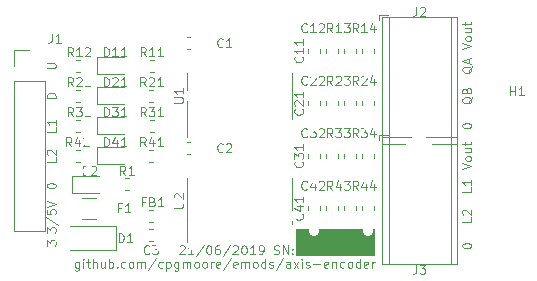
<source format=gbr>
G04 #@! TF.GenerationSoftware,KiCad,Pcbnew,5.1.2-f72e74a~84~ubuntu18.04.1*
G04 #@! TF.CreationDate,2019-06-21T19:35:54+10:00*
G04 #@! TF.ProjectId,axis-encoder,61786973-2d65-46e6-936f-6465722e6b69,21/06/19*
G04 #@! TF.SameCoordinates,Original*
G04 #@! TF.FileFunction,Legend,Top*
G04 #@! TF.FilePolarity,Positive*
%FSLAX46Y46*%
G04 Gerber Fmt 4.6, Leading zero omitted, Abs format (unit mm)*
G04 Created by KiCad (PCBNEW 5.1.2-f72e74a~84~ubuntu18.04.1) date 2019-06-21 19:35:54*
%MOMM*%
%LPD*%
G04 APERTURE LIST*
%ADD10C,0.100000*%
%ADD11C,0.076200*%
%ADD12C,0.120000*%
%ADD13C,0.702000*%
%ADD14R,1.002000X1.302000*%
%ADD15C,1.352000*%
%ADD16C,2.000000*%
%ADD17C,7.102000*%
%ADD18C,0.902000*%
%ADD19R,1.802000X1.802000*%
%ADD20O,1.802000X1.802000*%
%ADD21R,2.302000X2.302000*%
%ADD22C,2.302000*%
%ADD23C,0.977000*%
G04 APERTURE END LIST*
D10*
G36*
X153035000Y-107442000D02*
G01*
X146431000Y-107442000D01*
X146431000Y-105283000D01*
X153035000Y-105283000D01*
X153035000Y-107442000D01*
G37*
X153035000Y-107442000D02*
X146431000Y-107442000D01*
X146431000Y-105283000D01*
X153035000Y-105283000D01*
X153035000Y-107442000D01*
D11*
X136561285Y-106716285D02*
X136597571Y-106680000D01*
X136670142Y-106643714D01*
X136851571Y-106643714D01*
X136924142Y-106680000D01*
X136960428Y-106716285D01*
X136996714Y-106788857D01*
X136996714Y-106861428D01*
X136960428Y-106970285D01*
X136525000Y-107405714D01*
X136996714Y-107405714D01*
X137722428Y-107405714D02*
X137287000Y-107405714D01*
X137504714Y-107405714D02*
X137504714Y-106643714D01*
X137432142Y-106752571D01*
X137359571Y-106825142D01*
X137287000Y-106861428D01*
X138593285Y-106607428D02*
X137940142Y-107587142D01*
X138992428Y-106643714D02*
X139065000Y-106643714D01*
X139137571Y-106680000D01*
X139173857Y-106716285D01*
X139210142Y-106788857D01*
X139246428Y-106934000D01*
X139246428Y-107115428D01*
X139210142Y-107260571D01*
X139173857Y-107333142D01*
X139137571Y-107369428D01*
X139065000Y-107405714D01*
X138992428Y-107405714D01*
X138919857Y-107369428D01*
X138883571Y-107333142D01*
X138847285Y-107260571D01*
X138811000Y-107115428D01*
X138811000Y-106934000D01*
X138847285Y-106788857D01*
X138883571Y-106716285D01*
X138919857Y-106680000D01*
X138992428Y-106643714D01*
X139899571Y-106643714D02*
X139754428Y-106643714D01*
X139681857Y-106680000D01*
X139645571Y-106716285D01*
X139573000Y-106825142D01*
X139536714Y-106970285D01*
X139536714Y-107260571D01*
X139573000Y-107333142D01*
X139609285Y-107369428D01*
X139681857Y-107405714D01*
X139827000Y-107405714D01*
X139899571Y-107369428D01*
X139935857Y-107333142D01*
X139972142Y-107260571D01*
X139972142Y-107079142D01*
X139935857Y-107006571D01*
X139899571Y-106970285D01*
X139827000Y-106934000D01*
X139681857Y-106934000D01*
X139609285Y-106970285D01*
X139573000Y-107006571D01*
X139536714Y-107079142D01*
X140843000Y-106607428D02*
X140189857Y-107587142D01*
X141060714Y-106716285D02*
X141097000Y-106680000D01*
X141169571Y-106643714D01*
X141351000Y-106643714D01*
X141423571Y-106680000D01*
X141459857Y-106716285D01*
X141496142Y-106788857D01*
X141496142Y-106861428D01*
X141459857Y-106970285D01*
X141024428Y-107405714D01*
X141496142Y-107405714D01*
X141967857Y-106643714D02*
X142040428Y-106643714D01*
X142113000Y-106680000D01*
X142149285Y-106716285D01*
X142185571Y-106788857D01*
X142221857Y-106934000D01*
X142221857Y-107115428D01*
X142185571Y-107260571D01*
X142149285Y-107333142D01*
X142113000Y-107369428D01*
X142040428Y-107405714D01*
X141967857Y-107405714D01*
X141895285Y-107369428D01*
X141859000Y-107333142D01*
X141822714Y-107260571D01*
X141786428Y-107115428D01*
X141786428Y-106934000D01*
X141822714Y-106788857D01*
X141859000Y-106716285D01*
X141895285Y-106680000D01*
X141967857Y-106643714D01*
X142947571Y-107405714D02*
X142512142Y-107405714D01*
X142729857Y-107405714D02*
X142729857Y-106643714D01*
X142657285Y-106752571D01*
X142584714Y-106825142D01*
X142512142Y-106861428D01*
X143310428Y-107405714D02*
X143455571Y-107405714D01*
X143528142Y-107369428D01*
X143564428Y-107333142D01*
X143637000Y-107224285D01*
X143673285Y-107079142D01*
X143673285Y-106788857D01*
X143637000Y-106716285D01*
X143600714Y-106680000D01*
X143528142Y-106643714D01*
X143383000Y-106643714D01*
X143310428Y-106680000D01*
X143274142Y-106716285D01*
X143237857Y-106788857D01*
X143237857Y-106970285D01*
X143274142Y-107042857D01*
X143310428Y-107079142D01*
X143383000Y-107115428D01*
X143528142Y-107115428D01*
X143600714Y-107079142D01*
X143637000Y-107042857D01*
X143673285Y-106970285D01*
X144544142Y-107369428D02*
X144653000Y-107405714D01*
X144834428Y-107405714D01*
X144907000Y-107369428D01*
X144943285Y-107333142D01*
X144979571Y-107260571D01*
X144979571Y-107188000D01*
X144943285Y-107115428D01*
X144907000Y-107079142D01*
X144834428Y-107042857D01*
X144689285Y-107006571D01*
X144616714Y-106970285D01*
X144580428Y-106934000D01*
X144544142Y-106861428D01*
X144544142Y-106788857D01*
X144580428Y-106716285D01*
X144616714Y-106680000D01*
X144689285Y-106643714D01*
X144870714Y-106643714D01*
X144979571Y-106680000D01*
X145306142Y-107405714D02*
X145306142Y-106643714D01*
X145741571Y-107405714D01*
X145741571Y-106643714D01*
X146104428Y-107333142D02*
X146140714Y-107369428D01*
X146104428Y-107405714D01*
X146068142Y-107369428D01*
X146104428Y-107333142D01*
X146104428Y-107405714D01*
X146104428Y-106934000D02*
X146140714Y-106970285D01*
X146104428Y-107006571D01*
X146068142Y-106970285D01*
X146104428Y-106934000D01*
X146104428Y-107006571D01*
X160491714Y-90061142D02*
X161253714Y-89807142D01*
X160491714Y-89553142D01*
X161253714Y-89190285D02*
X161217428Y-89262857D01*
X161181142Y-89299142D01*
X161108571Y-89335428D01*
X160890857Y-89335428D01*
X160818285Y-89299142D01*
X160782000Y-89262857D01*
X160745714Y-89190285D01*
X160745714Y-89081428D01*
X160782000Y-89008857D01*
X160818285Y-88972571D01*
X160890857Y-88936285D01*
X161108571Y-88936285D01*
X161181142Y-88972571D01*
X161217428Y-89008857D01*
X161253714Y-89081428D01*
X161253714Y-89190285D01*
X160745714Y-88283142D02*
X161253714Y-88283142D01*
X160745714Y-88609714D02*
X161144857Y-88609714D01*
X161217428Y-88573428D01*
X161253714Y-88500857D01*
X161253714Y-88392000D01*
X161217428Y-88319428D01*
X161181142Y-88283142D01*
X160745714Y-88029142D02*
X160745714Y-87738857D01*
X160491714Y-87920285D02*
X161144857Y-87920285D01*
X161217428Y-87884000D01*
X161253714Y-87811428D01*
X161253714Y-87738857D01*
X161326285Y-91476285D02*
X161290000Y-91548857D01*
X161217428Y-91621428D01*
X161108571Y-91730285D01*
X161072285Y-91802857D01*
X161072285Y-91875428D01*
X161253714Y-91839142D02*
X161217428Y-91911714D01*
X161144857Y-91984285D01*
X160999714Y-92020571D01*
X160745714Y-92020571D01*
X160600571Y-91984285D01*
X160528000Y-91911714D01*
X160491714Y-91839142D01*
X160491714Y-91694000D01*
X160528000Y-91621428D01*
X160600571Y-91548857D01*
X160745714Y-91512571D01*
X160999714Y-91512571D01*
X161144857Y-91548857D01*
X161217428Y-91621428D01*
X161253714Y-91694000D01*
X161253714Y-91839142D01*
X161036000Y-91222285D02*
X161036000Y-90859428D01*
X161253714Y-91294857D02*
X160491714Y-91040857D01*
X161253714Y-90786857D01*
X161326285Y-94070714D02*
X161290000Y-94143285D01*
X161217428Y-94215857D01*
X161108571Y-94324714D01*
X161072285Y-94397285D01*
X161072285Y-94469857D01*
X161253714Y-94433571D02*
X161217428Y-94506142D01*
X161144857Y-94578714D01*
X160999714Y-94615000D01*
X160745714Y-94615000D01*
X160600571Y-94578714D01*
X160528000Y-94506142D01*
X160491714Y-94433571D01*
X160491714Y-94288428D01*
X160528000Y-94215857D01*
X160600571Y-94143285D01*
X160745714Y-94107000D01*
X160999714Y-94107000D01*
X161144857Y-94143285D01*
X161217428Y-94215857D01*
X161253714Y-94288428D01*
X161253714Y-94433571D01*
X160854571Y-93526428D02*
X160890857Y-93417571D01*
X160927142Y-93381285D01*
X160999714Y-93345000D01*
X161108571Y-93345000D01*
X161181142Y-93381285D01*
X161217428Y-93417571D01*
X161253714Y-93490142D01*
X161253714Y-93780428D01*
X160491714Y-93780428D01*
X160491714Y-93526428D01*
X160528000Y-93453857D01*
X160564285Y-93417571D01*
X160636857Y-93381285D01*
X160709428Y-93381285D01*
X160782000Y-93417571D01*
X160818285Y-93453857D01*
X160854571Y-93526428D01*
X160854571Y-93780428D01*
X160491714Y-96556285D02*
X160491714Y-96483714D01*
X160528000Y-96411142D01*
X160564285Y-96374857D01*
X160636857Y-96338571D01*
X160782000Y-96302285D01*
X160963428Y-96302285D01*
X161108571Y-96338571D01*
X161181142Y-96374857D01*
X161217428Y-96411142D01*
X161253714Y-96483714D01*
X161253714Y-96556285D01*
X161217428Y-96628857D01*
X161181142Y-96665142D01*
X161108571Y-96701428D01*
X160963428Y-96737714D01*
X160782000Y-96737714D01*
X160636857Y-96701428D01*
X160564285Y-96665142D01*
X160528000Y-96628857D01*
X160491714Y-96556285D01*
X160491714Y-100221142D02*
X161253714Y-99967142D01*
X160491714Y-99713142D01*
X161253714Y-99350285D02*
X161217428Y-99422857D01*
X161181142Y-99459142D01*
X161108571Y-99495428D01*
X160890857Y-99495428D01*
X160818285Y-99459142D01*
X160782000Y-99422857D01*
X160745714Y-99350285D01*
X160745714Y-99241428D01*
X160782000Y-99168857D01*
X160818285Y-99132571D01*
X160890857Y-99096285D01*
X161108571Y-99096285D01*
X161181142Y-99132571D01*
X161217428Y-99168857D01*
X161253714Y-99241428D01*
X161253714Y-99350285D01*
X160745714Y-98443142D02*
X161253714Y-98443142D01*
X160745714Y-98769714D02*
X161144857Y-98769714D01*
X161217428Y-98733428D01*
X161253714Y-98660857D01*
X161253714Y-98552000D01*
X161217428Y-98479428D01*
X161181142Y-98443142D01*
X160745714Y-98189142D02*
X160745714Y-97898857D01*
X160491714Y-98080285D02*
X161144857Y-98080285D01*
X161217428Y-98044000D01*
X161253714Y-97971428D01*
X161253714Y-97898857D01*
X161253714Y-101727000D02*
X161253714Y-102089857D01*
X160491714Y-102089857D01*
X161253714Y-101073857D02*
X161253714Y-101509285D01*
X161253714Y-101291571D02*
X160491714Y-101291571D01*
X160600571Y-101364142D01*
X160673142Y-101436714D01*
X160709428Y-101509285D01*
X161253714Y-104267000D02*
X161253714Y-104629857D01*
X160491714Y-104629857D01*
X160564285Y-104049285D02*
X160528000Y-104013000D01*
X160491714Y-103940428D01*
X160491714Y-103759000D01*
X160528000Y-103686428D01*
X160564285Y-103650142D01*
X160636857Y-103613857D01*
X160709428Y-103613857D01*
X160818285Y-103650142D01*
X161253714Y-104085571D01*
X161253714Y-103613857D01*
X160491714Y-106716285D02*
X160491714Y-106643714D01*
X160528000Y-106571142D01*
X160564285Y-106534857D01*
X160636857Y-106498571D01*
X160782000Y-106462285D01*
X160963428Y-106462285D01*
X161108571Y-106498571D01*
X161181142Y-106534857D01*
X161217428Y-106571142D01*
X161253714Y-106643714D01*
X161253714Y-106716285D01*
X161217428Y-106788857D01*
X161181142Y-106825142D01*
X161108571Y-106861428D01*
X160963428Y-106897714D01*
X160782000Y-106897714D01*
X160636857Y-106861428D01*
X160564285Y-106825142D01*
X160528000Y-106788857D01*
X160491714Y-106716285D01*
X125312714Y-101636285D02*
X125312714Y-101563714D01*
X125349000Y-101491142D01*
X125385285Y-101454857D01*
X125457857Y-101418571D01*
X125603000Y-101382285D01*
X125784428Y-101382285D01*
X125929571Y-101418571D01*
X126002142Y-101454857D01*
X126038428Y-101491142D01*
X126074714Y-101563714D01*
X126074714Y-101636285D01*
X126038428Y-101708857D01*
X126002142Y-101745142D01*
X125929571Y-101781428D01*
X125784428Y-101817714D01*
X125603000Y-101817714D01*
X125457857Y-101781428D01*
X125385285Y-101745142D01*
X125349000Y-101708857D01*
X125312714Y-101636285D01*
X125312714Y-106661857D02*
X125312714Y-106190142D01*
X125603000Y-106444142D01*
X125603000Y-106335285D01*
X125639285Y-106262714D01*
X125675571Y-106226428D01*
X125748142Y-106190142D01*
X125929571Y-106190142D01*
X126002142Y-106226428D01*
X126038428Y-106262714D01*
X126074714Y-106335285D01*
X126074714Y-106553000D01*
X126038428Y-106625571D01*
X126002142Y-106661857D01*
X126002142Y-105863571D02*
X126038428Y-105827285D01*
X126074714Y-105863571D01*
X126038428Y-105899857D01*
X126002142Y-105863571D01*
X126074714Y-105863571D01*
X125312714Y-105573285D02*
X125312714Y-105101571D01*
X125603000Y-105355571D01*
X125603000Y-105246714D01*
X125639285Y-105174142D01*
X125675571Y-105137857D01*
X125748142Y-105101571D01*
X125929571Y-105101571D01*
X126002142Y-105137857D01*
X126038428Y-105174142D01*
X126074714Y-105246714D01*
X126074714Y-105464428D01*
X126038428Y-105537000D01*
X126002142Y-105573285D01*
X125276428Y-104230714D02*
X126256142Y-104883857D01*
X125312714Y-103613857D02*
X125312714Y-103976714D01*
X125675571Y-104013000D01*
X125639285Y-103976714D01*
X125603000Y-103904142D01*
X125603000Y-103722714D01*
X125639285Y-103650142D01*
X125675571Y-103613857D01*
X125748142Y-103577571D01*
X125929571Y-103577571D01*
X126002142Y-103613857D01*
X126038428Y-103650142D01*
X126074714Y-103722714D01*
X126074714Y-103904142D01*
X126038428Y-103976714D01*
X126002142Y-104013000D01*
X125312714Y-103359857D02*
X126074714Y-103105857D01*
X125312714Y-102851857D01*
X126074714Y-99187000D02*
X126074714Y-99549857D01*
X125312714Y-99549857D01*
X125385285Y-98969285D02*
X125349000Y-98933000D01*
X125312714Y-98860428D01*
X125312714Y-98679000D01*
X125349000Y-98606428D01*
X125385285Y-98570142D01*
X125457857Y-98533857D01*
X125530428Y-98533857D01*
X125639285Y-98570142D01*
X126074714Y-99005571D01*
X126074714Y-98533857D01*
X126074714Y-96647000D02*
X126074714Y-97009857D01*
X125312714Y-97009857D01*
X126074714Y-95993857D02*
X126074714Y-96429285D01*
X126074714Y-96211571D02*
X125312714Y-96211571D01*
X125421571Y-96284142D01*
X125494142Y-96356714D01*
X125530428Y-96429285D01*
X126074714Y-94179571D02*
X125312714Y-94179571D01*
X125312714Y-93998142D01*
X125349000Y-93889285D01*
X125421571Y-93816714D01*
X125494142Y-93780428D01*
X125639285Y-93744142D01*
X125748142Y-93744142D01*
X125893285Y-93780428D01*
X125965857Y-93816714D01*
X126038428Y-93889285D01*
X126074714Y-93998142D01*
X126074714Y-94179571D01*
X125312714Y-91657714D02*
X125929571Y-91657714D01*
X126002142Y-91621428D01*
X126038428Y-91585142D01*
X126074714Y-91512571D01*
X126074714Y-91367428D01*
X126038428Y-91294857D01*
X126002142Y-91258571D01*
X125929571Y-91222285D01*
X125312714Y-91222285D01*
X128034142Y-108040714D02*
X128034142Y-108657571D01*
X127997857Y-108730142D01*
X127961571Y-108766428D01*
X127889000Y-108802714D01*
X127780142Y-108802714D01*
X127707571Y-108766428D01*
X128034142Y-108512428D02*
X127961571Y-108548714D01*
X127816428Y-108548714D01*
X127743857Y-108512428D01*
X127707571Y-108476142D01*
X127671285Y-108403571D01*
X127671285Y-108185857D01*
X127707571Y-108113285D01*
X127743857Y-108077000D01*
X127816428Y-108040714D01*
X127961571Y-108040714D01*
X128034142Y-108077000D01*
X128397000Y-108548714D02*
X128397000Y-108040714D01*
X128397000Y-107786714D02*
X128360714Y-107823000D01*
X128397000Y-107859285D01*
X128433285Y-107823000D01*
X128397000Y-107786714D01*
X128397000Y-107859285D01*
X128651000Y-108040714D02*
X128941285Y-108040714D01*
X128759857Y-107786714D02*
X128759857Y-108439857D01*
X128796142Y-108512428D01*
X128868714Y-108548714D01*
X128941285Y-108548714D01*
X129195285Y-108548714D02*
X129195285Y-107786714D01*
X129521857Y-108548714D02*
X129521857Y-108149571D01*
X129485571Y-108077000D01*
X129413000Y-108040714D01*
X129304142Y-108040714D01*
X129231571Y-108077000D01*
X129195285Y-108113285D01*
X130211285Y-108040714D02*
X130211285Y-108548714D01*
X129884714Y-108040714D02*
X129884714Y-108439857D01*
X129921000Y-108512428D01*
X129993571Y-108548714D01*
X130102428Y-108548714D01*
X130175000Y-108512428D01*
X130211285Y-108476142D01*
X130574142Y-108548714D02*
X130574142Y-107786714D01*
X130574142Y-108077000D02*
X130646714Y-108040714D01*
X130791857Y-108040714D01*
X130864428Y-108077000D01*
X130900714Y-108113285D01*
X130937000Y-108185857D01*
X130937000Y-108403571D01*
X130900714Y-108476142D01*
X130864428Y-108512428D01*
X130791857Y-108548714D01*
X130646714Y-108548714D01*
X130574142Y-108512428D01*
X131263571Y-108476142D02*
X131299857Y-108512428D01*
X131263571Y-108548714D01*
X131227285Y-108512428D01*
X131263571Y-108476142D01*
X131263571Y-108548714D01*
X131953000Y-108512428D02*
X131880428Y-108548714D01*
X131735285Y-108548714D01*
X131662714Y-108512428D01*
X131626428Y-108476142D01*
X131590142Y-108403571D01*
X131590142Y-108185857D01*
X131626428Y-108113285D01*
X131662714Y-108077000D01*
X131735285Y-108040714D01*
X131880428Y-108040714D01*
X131953000Y-108077000D01*
X132388428Y-108548714D02*
X132315857Y-108512428D01*
X132279571Y-108476142D01*
X132243285Y-108403571D01*
X132243285Y-108185857D01*
X132279571Y-108113285D01*
X132315857Y-108077000D01*
X132388428Y-108040714D01*
X132497285Y-108040714D01*
X132569857Y-108077000D01*
X132606142Y-108113285D01*
X132642428Y-108185857D01*
X132642428Y-108403571D01*
X132606142Y-108476142D01*
X132569857Y-108512428D01*
X132497285Y-108548714D01*
X132388428Y-108548714D01*
X132969000Y-108548714D02*
X132969000Y-108040714D01*
X132969000Y-108113285D02*
X133005285Y-108077000D01*
X133077857Y-108040714D01*
X133186714Y-108040714D01*
X133259285Y-108077000D01*
X133295571Y-108149571D01*
X133295571Y-108548714D01*
X133295571Y-108149571D02*
X133331857Y-108077000D01*
X133404428Y-108040714D01*
X133513285Y-108040714D01*
X133585857Y-108077000D01*
X133622142Y-108149571D01*
X133622142Y-108548714D01*
X134529285Y-107750428D02*
X133876142Y-108730142D01*
X135109857Y-108512428D02*
X135037285Y-108548714D01*
X134892142Y-108548714D01*
X134819571Y-108512428D01*
X134783285Y-108476142D01*
X134747000Y-108403571D01*
X134747000Y-108185857D01*
X134783285Y-108113285D01*
X134819571Y-108077000D01*
X134892142Y-108040714D01*
X135037285Y-108040714D01*
X135109857Y-108077000D01*
X135436428Y-108040714D02*
X135436428Y-108802714D01*
X135436428Y-108077000D02*
X135509000Y-108040714D01*
X135654142Y-108040714D01*
X135726714Y-108077000D01*
X135763000Y-108113285D01*
X135799285Y-108185857D01*
X135799285Y-108403571D01*
X135763000Y-108476142D01*
X135726714Y-108512428D01*
X135654142Y-108548714D01*
X135509000Y-108548714D01*
X135436428Y-108512428D01*
X136452428Y-108040714D02*
X136452428Y-108657571D01*
X136416142Y-108730142D01*
X136379857Y-108766428D01*
X136307285Y-108802714D01*
X136198428Y-108802714D01*
X136125857Y-108766428D01*
X136452428Y-108512428D02*
X136379857Y-108548714D01*
X136234714Y-108548714D01*
X136162142Y-108512428D01*
X136125857Y-108476142D01*
X136089571Y-108403571D01*
X136089571Y-108185857D01*
X136125857Y-108113285D01*
X136162142Y-108077000D01*
X136234714Y-108040714D01*
X136379857Y-108040714D01*
X136452428Y-108077000D01*
X136815285Y-108548714D02*
X136815285Y-108040714D01*
X136815285Y-108113285D02*
X136851571Y-108077000D01*
X136924142Y-108040714D01*
X137033000Y-108040714D01*
X137105571Y-108077000D01*
X137141857Y-108149571D01*
X137141857Y-108548714D01*
X137141857Y-108149571D02*
X137178142Y-108077000D01*
X137250714Y-108040714D01*
X137359571Y-108040714D01*
X137432142Y-108077000D01*
X137468428Y-108149571D01*
X137468428Y-108548714D01*
X137940142Y-108548714D02*
X137867571Y-108512428D01*
X137831285Y-108476142D01*
X137795000Y-108403571D01*
X137795000Y-108185857D01*
X137831285Y-108113285D01*
X137867571Y-108077000D01*
X137940142Y-108040714D01*
X138049000Y-108040714D01*
X138121571Y-108077000D01*
X138157857Y-108113285D01*
X138194142Y-108185857D01*
X138194142Y-108403571D01*
X138157857Y-108476142D01*
X138121571Y-108512428D01*
X138049000Y-108548714D01*
X137940142Y-108548714D01*
X138629571Y-108548714D02*
X138557000Y-108512428D01*
X138520714Y-108476142D01*
X138484428Y-108403571D01*
X138484428Y-108185857D01*
X138520714Y-108113285D01*
X138557000Y-108077000D01*
X138629571Y-108040714D01*
X138738428Y-108040714D01*
X138811000Y-108077000D01*
X138847285Y-108113285D01*
X138883571Y-108185857D01*
X138883571Y-108403571D01*
X138847285Y-108476142D01*
X138811000Y-108512428D01*
X138738428Y-108548714D01*
X138629571Y-108548714D01*
X139210142Y-108548714D02*
X139210142Y-108040714D01*
X139210142Y-108185857D02*
X139246428Y-108113285D01*
X139282714Y-108077000D01*
X139355285Y-108040714D01*
X139427857Y-108040714D01*
X139972142Y-108512428D02*
X139899571Y-108548714D01*
X139754428Y-108548714D01*
X139681857Y-108512428D01*
X139645571Y-108439857D01*
X139645571Y-108149571D01*
X139681857Y-108077000D01*
X139754428Y-108040714D01*
X139899571Y-108040714D01*
X139972142Y-108077000D01*
X140008428Y-108149571D01*
X140008428Y-108222142D01*
X139645571Y-108294714D01*
X140879285Y-107750428D02*
X140226142Y-108730142D01*
X141423571Y-108512428D02*
X141351000Y-108548714D01*
X141205857Y-108548714D01*
X141133285Y-108512428D01*
X141097000Y-108439857D01*
X141097000Y-108149571D01*
X141133285Y-108077000D01*
X141205857Y-108040714D01*
X141351000Y-108040714D01*
X141423571Y-108077000D01*
X141459857Y-108149571D01*
X141459857Y-108222142D01*
X141097000Y-108294714D01*
X141786428Y-108548714D02*
X141786428Y-108040714D01*
X141786428Y-108113285D02*
X141822714Y-108077000D01*
X141895285Y-108040714D01*
X142004142Y-108040714D01*
X142076714Y-108077000D01*
X142113000Y-108149571D01*
X142113000Y-108548714D01*
X142113000Y-108149571D02*
X142149285Y-108077000D01*
X142221857Y-108040714D01*
X142330714Y-108040714D01*
X142403285Y-108077000D01*
X142439571Y-108149571D01*
X142439571Y-108548714D01*
X142911285Y-108548714D02*
X142838714Y-108512428D01*
X142802428Y-108476142D01*
X142766142Y-108403571D01*
X142766142Y-108185857D01*
X142802428Y-108113285D01*
X142838714Y-108077000D01*
X142911285Y-108040714D01*
X143020142Y-108040714D01*
X143092714Y-108077000D01*
X143129000Y-108113285D01*
X143165285Y-108185857D01*
X143165285Y-108403571D01*
X143129000Y-108476142D01*
X143092714Y-108512428D01*
X143020142Y-108548714D01*
X142911285Y-108548714D01*
X143818428Y-108548714D02*
X143818428Y-107786714D01*
X143818428Y-108512428D02*
X143745857Y-108548714D01*
X143600714Y-108548714D01*
X143528142Y-108512428D01*
X143491857Y-108476142D01*
X143455571Y-108403571D01*
X143455571Y-108185857D01*
X143491857Y-108113285D01*
X143528142Y-108077000D01*
X143600714Y-108040714D01*
X143745857Y-108040714D01*
X143818428Y-108077000D01*
X144145000Y-108512428D02*
X144217571Y-108548714D01*
X144362714Y-108548714D01*
X144435285Y-108512428D01*
X144471571Y-108439857D01*
X144471571Y-108403571D01*
X144435285Y-108331000D01*
X144362714Y-108294714D01*
X144253857Y-108294714D01*
X144181285Y-108258428D01*
X144145000Y-108185857D01*
X144145000Y-108149571D01*
X144181285Y-108077000D01*
X144253857Y-108040714D01*
X144362714Y-108040714D01*
X144435285Y-108077000D01*
X145342428Y-107750428D02*
X144689285Y-108730142D01*
X145923000Y-108548714D02*
X145923000Y-108149571D01*
X145886714Y-108077000D01*
X145814142Y-108040714D01*
X145669000Y-108040714D01*
X145596428Y-108077000D01*
X145923000Y-108512428D02*
X145850428Y-108548714D01*
X145669000Y-108548714D01*
X145596428Y-108512428D01*
X145560142Y-108439857D01*
X145560142Y-108367285D01*
X145596428Y-108294714D01*
X145669000Y-108258428D01*
X145850428Y-108258428D01*
X145923000Y-108222142D01*
X146213285Y-108548714D02*
X146612428Y-108040714D01*
X146213285Y-108040714D02*
X146612428Y-108548714D01*
X146902714Y-108548714D02*
X146902714Y-108040714D01*
X146902714Y-107786714D02*
X146866428Y-107823000D01*
X146902714Y-107859285D01*
X146939000Y-107823000D01*
X146902714Y-107786714D01*
X146902714Y-107859285D01*
X147229285Y-108512428D02*
X147301857Y-108548714D01*
X147447000Y-108548714D01*
X147519571Y-108512428D01*
X147555857Y-108439857D01*
X147555857Y-108403571D01*
X147519571Y-108331000D01*
X147447000Y-108294714D01*
X147338142Y-108294714D01*
X147265571Y-108258428D01*
X147229285Y-108185857D01*
X147229285Y-108149571D01*
X147265571Y-108077000D01*
X147338142Y-108040714D01*
X147447000Y-108040714D01*
X147519571Y-108077000D01*
X147882428Y-108258428D02*
X148463000Y-108258428D01*
X149116142Y-108512428D02*
X149043571Y-108548714D01*
X148898428Y-108548714D01*
X148825857Y-108512428D01*
X148789571Y-108439857D01*
X148789571Y-108149571D01*
X148825857Y-108077000D01*
X148898428Y-108040714D01*
X149043571Y-108040714D01*
X149116142Y-108077000D01*
X149152428Y-108149571D01*
X149152428Y-108222142D01*
X148789571Y-108294714D01*
X149479000Y-108040714D02*
X149479000Y-108548714D01*
X149479000Y-108113285D02*
X149515285Y-108077000D01*
X149587857Y-108040714D01*
X149696714Y-108040714D01*
X149769285Y-108077000D01*
X149805571Y-108149571D01*
X149805571Y-108548714D01*
X150495000Y-108512428D02*
X150422428Y-108548714D01*
X150277285Y-108548714D01*
X150204714Y-108512428D01*
X150168428Y-108476142D01*
X150132142Y-108403571D01*
X150132142Y-108185857D01*
X150168428Y-108113285D01*
X150204714Y-108077000D01*
X150277285Y-108040714D01*
X150422428Y-108040714D01*
X150495000Y-108077000D01*
X150930428Y-108548714D02*
X150857857Y-108512428D01*
X150821571Y-108476142D01*
X150785285Y-108403571D01*
X150785285Y-108185857D01*
X150821571Y-108113285D01*
X150857857Y-108077000D01*
X150930428Y-108040714D01*
X151039285Y-108040714D01*
X151111857Y-108077000D01*
X151148142Y-108113285D01*
X151184428Y-108185857D01*
X151184428Y-108403571D01*
X151148142Y-108476142D01*
X151111857Y-108512428D01*
X151039285Y-108548714D01*
X150930428Y-108548714D01*
X151837571Y-108548714D02*
X151837571Y-107786714D01*
X151837571Y-108512428D02*
X151765000Y-108548714D01*
X151619857Y-108548714D01*
X151547285Y-108512428D01*
X151511000Y-108476142D01*
X151474714Y-108403571D01*
X151474714Y-108185857D01*
X151511000Y-108113285D01*
X151547285Y-108077000D01*
X151619857Y-108040714D01*
X151765000Y-108040714D01*
X151837571Y-108077000D01*
X152490714Y-108512428D02*
X152418142Y-108548714D01*
X152273000Y-108548714D01*
X152200428Y-108512428D01*
X152164142Y-108439857D01*
X152164142Y-108149571D01*
X152200428Y-108077000D01*
X152273000Y-108040714D01*
X152418142Y-108040714D01*
X152490714Y-108077000D01*
X152527000Y-108149571D01*
X152527000Y-108222142D01*
X152164142Y-108294714D01*
X152853571Y-108548714D02*
X152853571Y-108040714D01*
X152853571Y-108185857D02*
X152889857Y-108113285D01*
X152926142Y-108077000D01*
X152998714Y-108040714D01*
X153071285Y-108040714D01*
D12*
X146040000Y-102870000D02*
X146040000Y-100920000D01*
X146040000Y-102870000D02*
X146040000Y-104820000D01*
X137170000Y-102870000D02*
X137170000Y-100920000D01*
X137170000Y-102870000D02*
X137170000Y-106320000D01*
X131155000Y-107045000D02*
X127255000Y-107045000D01*
X131155000Y-105045000D02*
X127255000Y-105045000D01*
X131155000Y-107045000D02*
X131155000Y-105045000D01*
X129507064Y-104415000D02*
X128302936Y-104415000D01*
X129507064Y-102595000D02*
X128302936Y-102595000D01*
X122495000Y-105470000D02*
X125155000Y-105470000D01*
X122495000Y-92710000D02*
X122495000Y-105470000D01*
X125155000Y-92710000D02*
X125155000Y-105470000D01*
X122495000Y-92710000D02*
X125155000Y-92710000D01*
X122495000Y-91440000D02*
X122495000Y-90110000D01*
X122495000Y-90110000D02*
X123825000Y-90110000D01*
X154245000Y-87340000D02*
X154245000Y-98080000D01*
X159545000Y-87340000D02*
X159545000Y-98080000D01*
X160005000Y-87340000D02*
X160005000Y-98080000D01*
X153685000Y-87340000D02*
X153685000Y-98080000D01*
X160005000Y-87340000D02*
X153685000Y-87340000D01*
X160005000Y-98080000D02*
X153685000Y-98080000D01*
X154185000Y-87100000D02*
X153445000Y-87100000D01*
X153445000Y-87100000D02*
X153445000Y-87600000D01*
X153445000Y-97260000D02*
X153445000Y-97760000D01*
X154185000Y-97260000D02*
X153445000Y-97260000D01*
X160005000Y-108240000D02*
X153685000Y-108240000D01*
X160005000Y-97500000D02*
X153685000Y-97500000D01*
X153685000Y-97500000D02*
X153685000Y-108240000D01*
X160005000Y-97500000D02*
X160005000Y-108240000D01*
X159545000Y-97500000D02*
X159545000Y-108240000D01*
X154245000Y-97500000D02*
X154245000Y-108240000D01*
X137170000Y-93980000D02*
X137170000Y-97430000D01*
X137170000Y-93980000D02*
X137170000Y-92030000D01*
X146040000Y-93980000D02*
X146040000Y-95930000D01*
X146040000Y-93980000D02*
X146040000Y-92030000D01*
X137149721Y-90045000D02*
X137475279Y-90045000D01*
X137149721Y-89025000D02*
X137475279Y-89025000D01*
X137149721Y-97915000D02*
X137475279Y-97915000D01*
X137149721Y-98935000D02*
X137475279Y-98935000D01*
X133997721Y-105281000D02*
X134323279Y-105281000D01*
X133997721Y-106301000D02*
X134323279Y-106301000D01*
X148465000Y-90007221D02*
X148465000Y-90332779D01*
X147445000Y-90007221D02*
X147445000Y-90332779D01*
X148969000Y-90007221D02*
X148969000Y-90332779D01*
X149989000Y-90007221D02*
X149989000Y-90332779D01*
X148465000Y-94452221D02*
X148465000Y-94777779D01*
X147445000Y-94452221D02*
X147445000Y-94777779D01*
X149989000Y-94452221D02*
X149989000Y-94777779D01*
X148969000Y-94452221D02*
X148969000Y-94777779D01*
X147445000Y-98897221D02*
X147445000Y-99222779D01*
X148465000Y-98897221D02*
X148465000Y-99222779D01*
X148969000Y-98897221D02*
X148969000Y-99222779D01*
X149989000Y-98897221D02*
X149989000Y-99222779D01*
X148465000Y-103342221D02*
X148465000Y-103667779D01*
X147445000Y-103342221D02*
X147445000Y-103667779D01*
X148969000Y-103342221D02*
X148969000Y-103667779D01*
X149989000Y-103342221D02*
X149989000Y-103667779D01*
X129705000Y-100738000D02*
X127420000Y-100738000D01*
X127420000Y-100738000D02*
X127420000Y-102208000D01*
X127420000Y-102208000D02*
X129705000Y-102208000D01*
X129579000Y-92175000D02*
X131864000Y-92175000D01*
X129579000Y-90705000D02*
X129579000Y-92175000D01*
X131864000Y-90705000D02*
X129579000Y-90705000D01*
X131864000Y-93245000D02*
X129579000Y-93245000D01*
X129579000Y-93245000D02*
X129579000Y-94715000D01*
X129579000Y-94715000D02*
X131864000Y-94715000D01*
X129579000Y-97255000D02*
X131864000Y-97255000D01*
X129579000Y-95785000D02*
X129579000Y-97255000D01*
X131864000Y-95785000D02*
X129579000Y-95785000D01*
X129579000Y-99795000D02*
X131864000Y-99795000D01*
X129579000Y-98325000D02*
X129579000Y-99795000D01*
X131864000Y-98325000D02*
X129579000Y-98325000D01*
X134323279Y-104650000D02*
X133997721Y-104650000D01*
X134323279Y-103630000D02*
X133997721Y-103630000D01*
X131917221Y-100963000D02*
X132242779Y-100963000D01*
X131917221Y-101983000D02*
X132242779Y-101983000D01*
X134027721Y-90930000D02*
X134353279Y-90930000D01*
X134027721Y-91950000D02*
X134353279Y-91950000D01*
X128130279Y-90930000D02*
X127804721Y-90930000D01*
X128130279Y-91950000D02*
X127804721Y-91950000D01*
X151513000Y-90332779D02*
X151513000Y-90007221D01*
X150493000Y-90332779D02*
X150493000Y-90007221D01*
X153037000Y-90332779D02*
X153037000Y-90007221D01*
X152017000Y-90332779D02*
X152017000Y-90007221D01*
X133997721Y-93470000D02*
X134323279Y-93470000D01*
X133997721Y-94490000D02*
X134323279Y-94490000D01*
X128100279Y-93470000D02*
X127774721Y-93470000D01*
X128100279Y-94490000D02*
X127774721Y-94490000D01*
X151513000Y-94777779D02*
X151513000Y-94452221D01*
X150493000Y-94777779D02*
X150493000Y-94452221D01*
X152017000Y-94777779D02*
X152017000Y-94452221D01*
X153037000Y-94777779D02*
X153037000Y-94452221D01*
X134027721Y-96010000D02*
X134353279Y-96010000D01*
X134027721Y-97030000D02*
X134353279Y-97030000D01*
X128130279Y-96010000D02*
X127804721Y-96010000D01*
X128130279Y-97030000D02*
X127804721Y-97030000D01*
X150493000Y-99222779D02*
X150493000Y-98897221D01*
X151513000Y-99222779D02*
X151513000Y-98897221D01*
X153037000Y-99222779D02*
X153037000Y-98897221D01*
X152017000Y-99222779D02*
X152017000Y-98897221D01*
X133997721Y-98550000D02*
X134323279Y-98550000D01*
X133997721Y-99570000D02*
X134323279Y-99570000D01*
X128130279Y-98550000D02*
X127804721Y-98550000D01*
X128130279Y-99570000D02*
X127804721Y-99570000D01*
X150493000Y-103667779D02*
X150493000Y-103342221D01*
X151513000Y-103667779D02*
X151513000Y-103342221D01*
X153037000Y-103667779D02*
X153037000Y-103342221D01*
X152017000Y-103667779D02*
X152017000Y-103342221D01*
D11*
X136107714Y-103450571D02*
X136724571Y-103450571D01*
X136797142Y-103414285D01*
X136833428Y-103378000D01*
X136869714Y-103305428D01*
X136869714Y-103160285D01*
X136833428Y-103087714D01*
X136797142Y-103051428D01*
X136724571Y-103015142D01*
X136107714Y-103015142D01*
X136180285Y-102688571D02*
X136144000Y-102652285D01*
X136107714Y-102579714D01*
X136107714Y-102398285D01*
X136144000Y-102325714D01*
X136180285Y-102289428D01*
X136252857Y-102253142D01*
X136325428Y-102253142D01*
X136434285Y-102289428D01*
X136869714Y-102724857D01*
X136869714Y-102253142D01*
X131390571Y-106389714D02*
X131390571Y-105627714D01*
X131572000Y-105627714D01*
X131680857Y-105664000D01*
X131753428Y-105736571D01*
X131789714Y-105809142D01*
X131826000Y-105954285D01*
X131826000Y-106063142D01*
X131789714Y-106208285D01*
X131753428Y-106280857D01*
X131680857Y-106353428D01*
X131572000Y-106389714D01*
X131390571Y-106389714D01*
X132551714Y-106389714D02*
X132116285Y-106389714D01*
X132334000Y-106389714D02*
X132334000Y-105627714D01*
X132261428Y-105736571D01*
X132188857Y-105809142D01*
X132116285Y-105845428D01*
X131572000Y-103450571D02*
X131318000Y-103450571D01*
X131318000Y-103849714D02*
X131318000Y-103087714D01*
X131680857Y-103087714D01*
X132370285Y-103849714D02*
X131934857Y-103849714D01*
X132152571Y-103849714D02*
X132152571Y-103087714D01*
X132080000Y-103196571D01*
X132007428Y-103269142D01*
X131934857Y-103305428D01*
X164519428Y-93943714D02*
X164519428Y-93181714D01*
X164519428Y-93544571D02*
X164954857Y-93544571D01*
X164954857Y-93943714D02*
X164954857Y-93181714D01*
X165716857Y-93943714D02*
X165281428Y-93943714D01*
X165499142Y-93943714D02*
X165499142Y-93181714D01*
X165426571Y-93290571D01*
X165354000Y-93363142D01*
X165281428Y-93399428D01*
X125730000Y-88736714D02*
X125730000Y-89281000D01*
X125693714Y-89389857D01*
X125621142Y-89462428D01*
X125512285Y-89498714D01*
X125439714Y-89498714D01*
X126492000Y-89498714D02*
X126056571Y-89498714D01*
X126274285Y-89498714D02*
X126274285Y-88736714D01*
X126201714Y-88845571D01*
X126129142Y-88918142D01*
X126056571Y-88954428D01*
X156591000Y-86450714D02*
X156591000Y-86995000D01*
X156554714Y-87103857D01*
X156482142Y-87176428D01*
X156373285Y-87212714D01*
X156300714Y-87212714D01*
X156917571Y-86523285D02*
X156953857Y-86487000D01*
X157026428Y-86450714D01*
X157207857Y-86450714D01*
X157280428Y-86487000D01*
X157316714Y-86523285D01*
X157353000Y-86595857D01*
X157353000Y-86668428D01*
X157316714Y-86777285D01*
X156881285Y-87212714D01*
X157353000Y-87212714D01*
X156591000Y-108294714D02*
X156591000Y-108839000D01*
X156554714Y-108947857D01*
X156482142Y-109020428D01*
X156373285Y-109056714D01*
X156300714Y-109056714D01*
X156881285Y-108294714D02*
X157353000Y-108294714D01*
X157099000Y-108585000D01*
X157207857Y-108585000D01*
X157280428Y-108621285D01*
X157316714Y-108657571D01*
X157353000Y-108730142D01*
X157353000Y-108911571D01*
X157316714Y-108984142D01*
X157280428Y-109020428D01*
X157207857Y-109056714D01*
X156990142Y-109056714D01*
X156917571Y-109020428D01*
X156881285Y-108984142D01*
X136107714Y-94560571D02*
X136724571Y-94560571D01*
X136797142Y-94524285D01*
X136833428Y-94488000D01*
X136869714Y-94415428D01*
X136869714Y-94270285D01*
X136833428Y-94197714D01*
X136797142Y-94161428D01*
X136724571Y-94125142D01*
X136107714Y-94125142D01*
X136869714Y-93363142D02*
X136869714Y-93798571D01*
X136869714Y-93580857D02*
X136107714Y-93580857D01*
X136216571Y-93653428D01*
X136289142Y-93726000D01*
X136325428Y-93798571D01*
X140208000Y-89807142D02*
X140171714Y-89843428D01*
X140062857Y-89879714D01*
X139990285Y-89879714D01*
X139881428Y-89843428D01*
X139808857Y-89770857D01*
X139772571Y-89698285D01*
X139736285Y-89553142D01*
X139736285Y-89444285D01*
X139772571Y-89299142D01*
X139808857Y-89226571D01*
X139881428Y-89154000D01*
X139990285Y-89117714D01*
X140062857Y-89117714D01*
X140171714Y-89154000D01*
X140208000Y-89190285D01*
X140933714Y-89879714D02*
X140498285Y-89879714D01*
X140716000Y-89879714D02*
X140716000Y-89117714D01*
X140643428Y-89226571D01*
X140570857Y-89299142D01*
X140498285Y-89335428D01*
X140208000Y-98697142D02*
X140171714Y-98733428D01*
X140062857Y-98769714D01*
X139990285Y-98769714D01*
X139881428Y-98733428D01*
X139808857Y-98660857D01*
X139772571Y-98588285D01*
X139736285Y-98443142D01*
X139736285Y-98334285D01*
X139772571Y-98189142D01*
X139808857Y-98116571D01*
X139881428Y-98044000D01*
X139990285Y-98007714D01*
X140062857Y-98007714D01*
X140171714Y-98044000D01*
X140208000Y-98080285D01*
X140498285Y-98080285D02*
X140534571Y-98044000D01*
X140607142Y-98007714D01*
X140788571Y-98007714D01*
X140861142Y-98044000D01*
X140897428Y-98080285D01*
X140933714Y-98152857D01*
X140933714Y-98225428D01*
X140897428Y-98334285D01*
X140462000Y-98769714D01*
X140933714Y-98769714D01*
X133985000Y-107333142D02*
X133948714Y-107369428D01*
X133839857Y-107405714D01*
X133767285Y-107405714D01*
X133658428Y-107369428D01*
X133585857Y-107296857D01*
X133549571Y-107224285D01*
X133513285Y-107079142D01*
X133513285Y-106970285D01*
X133549571Y-106825142D01*
X133585857Y-106752571D01*
X133658428Y-106680000D01*
X133767285Y-106643714D01*
X133839857Y-106643714D01*
X133948714Y-106680000D01*
X133985000Y-106716285D01*
X134239000Y-106643714D02*
X134710714Y-106643714D01*
X134456714Y-106934000D01*
X134565571Y-106934000D01*
X134638142Y-106970285D01*
X134674428Y-107006571D01*
X134710714Y-107079142D01*
X134710714Y-107260571D01*
X134674428Y-107333142D01*
X134638142Y-107369428D01*
X134565571Y-107405714D01*
X134347857Y-107405714D01*
X134275285Y-107369428D01*
X134239000Y-107333142D01*
X146957142Y-90659857D02*
X146993428Y-90696142D01*
X147029714Y-90805000D01*
X147029714Y-90877571D01*
X146993428Y-90986428D01*
X146920857Y-91059000D01*
X146848285Y-91095285D01*
X146703142Y-91131571D01*
X146594285Y-91131571D01*
X146449142Y-91095285D01*
X146376571Y-91059000D01*
X146304000Y-90986428D01*
X146267714Y-90877571D01*
X146267714Y-90805000D01*
X146304000Y-90696142D01*
X146340285Y-90659857D01*
X147029714Y-89934142D02*
X147029714Y-90369571D01*
X147029714Y-90151857D02*
X146267714Y-90151857D01*
X146376571Y-90224428D01*
X146449142Y-90297000D01*
X146485428Y-90369571D01*
X147029714Y-89208428D02*
X147029714Y-89643857D01*
X147029714Y-89426142D02*
X146267714Y-89426142D01*
X146376571Y-89498714D01*
X146449142Y-89571285D01*
X146485428Y-89643857D01*
X147338142Y-88537142D02*
X147301857Y-88573428D01*
X147193000Y-88609714D01*
X147120428Y-88609714D01*
X147011571Y-88573428D01*
X146939000Y-88500857D01*
X146902714Y-88428285D01*
X146866428Y-88283142D01*
X146866428Y-88174285D01*
X146902714Y-88029142D01*
X146939000Y-87956571D01*
X147011571Y-87884000D01*
X147120428Y-87847714D01*
X147193000Y-87847714D01*
X147301857Y-87884000D01*
X147338142Y-87920285D01*
X148063857Y-88609714D02*
X147628428Y-88609714D01*
X147846142Y-88609714D02*
X147846142Y-87847714D01*
X147773571Y-87956571D01*
X147701000Y-88029142D01*
X147628428Y-88065428D01*
X148354142Y-87920285D02*
X148390428Y-87884000D01*
X148463000Y-87847714D01*
X148644428Y-87847714D01*
X148717000Y-87884000D01*
X148753285Y-87920285D01*
X148789571Y-87992857D01*
X148789571Y-88065428D01*
X148753285Y-88174285D01*
X148317857Y-88609714D01*
X148789571Y-88609714D01*
X146957142Y-95104857D02*
X146993428Y-95141142D01*
X147029714Y-95250000D01*
X147029714Y-95322571D01*
X146993428Y-95431428D01*
X146920857Y-95504000D01*
X146848285Y-95540285D01*
X146703142Y-95576571D01*
X146594285Y-95576571D01*
X146449142Y-95540285D01*
X146376571Y-95504000D01*
X146304000Y-95431428D01*
X146267714Y-95322571D01*
X146267714Y-95250000D01*
X146304000Y-95141142D01*
X146340285Y-95104857D01*
X146340285Y-94814571D02*
X146304000Y-94778285D01*
X146267714Y-94705714D01*
X146267714Y-94524285D01*
X146304000Y-94451714D01*
X146340285Y-94415428D01*
X146412857Y-94379142D01*
X146485428Y-94379142D01*
X146594285Y-94415428D01*
X147029714Y-94850857D01*
X147029714Y-94379142D01*
X147029714Y-93653428D02*
X147029714Y-94088857D01*
X147029714Y-93871142D02*
X146267714Y-93871142D01*
X146376571Y-93943714D01*
X146449142Y-94016285D01*
X146485428Y-94088857D01*
X147338142Y-92982142D02*
X147301857Y-93018428D01*
X147193000Y-93054714D01*
X147120428Y-93054714D01*
X147011571Y-93018428D01*
X146939000Y-92945857D01*
X146902714Y-92873285D01*
X146866428Y-92728142D01*
X146866428Y-92619285D01*
X146902714Y-92474142D01*
X146939000Y-92401571D01*
X147011571Y-92329000D01*
X147120428Y-92292714D01*
X147193000Y-92292714D01*
X147301857Y-92329000D01*
X147338142Y-92365285D01*
X147628428Y-92365285D02*
X147664714Y-92329000D01*
X147737285Y-92292714D01*
X147918714Y-92292714D01*
X147991285Y-92329000D01*
X148027571Y-92365285D01*
X148063857Y-92437857D01*
X148063857Y-92510428D01*
X148027571Y-92619285D01*
X147592142Y-93054714D01*
X148063857Y-93054714D01*
X148354142Y-92365285D02*
X148390428Y-92329000D01*
X148463000Y-92292714D01*
X148644428Y-92292714D01*
X148717000Y-92329000D01*
X148753285Y-92365285D01*
X148789571Y-92437857D01*
X148789571Y-92510428D01*
X148753285Y-92619285D01*
X148317857Y-93054714D01*
X148789571Y-93054714D01*
X146957142Y-99549857D02*
X146993428Y-99586142D01*
X147029714Y-99695000D01*
X147029714Y-99767571D01*
X146993428Y-99876428D01*
X146920857Y-99949000D01*
X146848285Y-99985285D01*
X146703142Y-100021571D01*
X146594285Y-100021571D01*
X146449142Y-99985285D01*
X146376571Y-99949000D01*
X146304000Y-99876428D01*
X146267714Y-99767571D01*
X146267714Y-99695000D01*
X146304000Y-99586142D01*
X146340285Y-99549857D01*
X146267714Y-99295857D02*
X146267714Y-98824142D01*
X146558000Y-99078142D01*
X146558000Y-98969285D01*
X146594285Y-98896714D01*
X146630571Y-98860428D01*
X146703142Y-98824142D01*
X146884571Y-98824142D01*
X146957142Y-98860428D01*
X146993428Y-98896714D01*
X147029714Y-98969285D01*
X147029714Y-99187000D01*
X146993428Y-99259571D01*
X146957142Y-99295857D01*
X147029714Y-98098428D02*
X147029714Y-98533857D01*
X147029714Y-98316142D02*
X146267714Y-98316142D01*
X146376571Y-98388714D01*
X146449142Y-98461285D01*
X146485428Y-98533857D01*
X147338142Y-97427142D02*
X147301857Y-97463428D01*
X147193000Y-97499714D01*
X147120428Y-97499714D01*
X147011571Y-97463428D01*
X146939000Y-97390857D01*
X146902714Y-97318285D01*
X146866428Y-97173142D01*
X146866428Y-97064285D01*
X146902714Y-96919142D01*
X146939000Y-96846571D01*
X147011571Y-96774000D01*
X147120428Y-96737714D01*
X147193000Y-96737714D01*
X147301857Y-96774000D01*
X147338142Y-96810285D01*
X147592142Y-96737714D02*
X148063857Y-96737714D01*
X147809857Y-97028000D01*
X147918714Y-97028000D01*
X147991285Y-97064285D01*
X148027571Y-97100571D01*
X148063857Y-97173142D01*
X148063857Y-97354571D01*
X148027571Y-97427142D01*
X147991285Y-97463428D01*
X147918714Y-97499714D01*
X147701000Y-97499714D01*
X147628428Y-97463428D01*
X147592142Y-97427142D01*
X148354142Y-96810285D02*
X148390428Y-96774000D01*
X148463000Y-96737714D01*
X148644428Y-96737714D01*
X148717000Y-96774000D01*
X148753285Y-96810285D01*
X148789571Y-96882857D01*
X148789571Y-96955428D01*
X148753285Y-97064285D01*
X148317857Y-97499714D01*
X148789571Y-97499714D01*
X146957142Y-103994857D02*
X146993428Y-104031142D01*
X147029714Y-104140000D01*
X147029714Y-104212571D01*
X146993428Y-104321428D01*
X146920857Y-104394000D01*
X146848285Y-104430285D01*
X146703142Y-104466571D01*
X146594285Y-104466571D01*
X146449142Y-104430285D01*
X146376571Y-104394000D01*
X146304000Y-104321428D01*
X146267714Y-104212571D01*
X146267714Y-104140000D01*
X146304000Y-104031142D01*
X146340285Y-103994857D01*
X146521714Y-103341714D02*
X147029714Y-103341714D01*
X146231428Y-103523142D02*
X146775714Y-103704571D01*
X146775714Y-103232857D01*
X147029714Y-102543428D02*
X147029714Y-102978857D01*
X147029714Y-102761142D02*
X146267714Y-102761142D01*
X146376571Y-102833714D01*
X146449142Y-102906285D01*
X146485428Y-102978857D01*
X147338142Y-101872142D02*
X147301857Y-101908428D01*
X147193000Y-101944714D01*
X147120428Y-101944714D01*
X147011571Y-101908428D01*
X146939000Y-101835857D01*
X146902714Y-101763285D01*
X146866428Y-101618142D01*
X146866428Y-101509285D01*
X146902714Y-101364142D01*
X146939000Y-101291571D01*
X147011571Y-101219000D01*
X147120428Y-101182714D01*
X147193000Y-101182714D01*
X147301857Y-101219000D01*
X147338142Y-101255285D01*
X147991285Y-101436714D02*
X147991285Y-101944714D01*
X147809857Y-101146428D02*
X147628428Y-101690714D01*
X148100142Y-101690714D01*
X148354142Y-101255285D02*
X148390428Y-101219000D01*
X148463000Y-101182714D01*
X148644428Y-101182714D01*
X148717000Y-101219000D01*
X148753285Y-101255285D01*
X148789571Y-101327857D01*
X148789571Y-101400428D01*
X148753285Y-101509285D01*
X148317857Y-101944714D01*
X148789571Y-101944714D01*
X128342571Y-100674714D02*
X128342571Y-99912714D01*
X128524000Y-99912714D01*
X128632857Y-99949000D01*
X128705428Y-100021571D01*
X128741714Y-100094142D01*
X128778000Y-100239285D01*
X128778000Y-100348142D01*
X128741714Y-100493285D01*
X128705428Y-100565857D01*
X128632857Y-100638428D01*
X128524000Y-100674714D01*
X128342571Y-100674714D01*
X129068285Y-99985285D02*
X129104571Y-99949000D01*
X129177142Y-99912714D01*
X129358571Y-99912714D01*
X129431142Y-99949000D01*
X129467428Y-99985285D01*
X129503714Y-100057857D01*
X129503714Y-100130428D01*
X129467428Y-100239285D01*
X129032000Y-100674714D01*
X129503714Y-100674714D01*
X130138714Y-90641714D02*
X130138714Y-89879714D01*
X130320142Y-89879714D01*
X130429000Y-89916000D01*
X130501571Y-89988571D01*
X130537857Y-90061142D01*
X130574142Y-90206285D01*
X130574142Y-90315142D01*
X130537857Y-90460285D01*
X130501571Y-90532857D01*
X130429000Y-90605428D01*
X130320142Y-90641714D01*
X130138714Y-90641714D01*
X131299857Y-90641714D02*
X130864428Y-90641714D01*
X131082142Y-90641714D02*
X131082142Y-89879714D01*
X131009571Y-89988571D01*
X130937000Y-90061142D01*
X130864428Y-90097428D01*
X132025571Y-90641714D02*
X131590142Y-90641714D01*
X131807857Y-90641714D02*
X131807857Y-89879714D01*
X131735285Y-89988571D01*
X131662714Y-90061142D01*
X131590142Y-90097428D01*
X130138714Y-93181714D02*
X130138714Y-92419714D01*
X130320142Y-92419714D01*
X130429000Y-92456000D01*
X130501571Y-92528571D01*
X130537857Y-92601142D01*
X130574142Y-92746285D01*
X130574142Y-92855142D01*
X130537857Y-93000285D01*
X130501571Y-93072857D01*
X130429000Y-93145428D01*
X130320142Y-93181714D01*
X130138714Y-93181714D01*
X130864428Y-92492285D02*
X130900714Y-92456000D01*
X130973285Y-92419714D01*
X131154714Y-92419714D01*
X131227285Y-92456000D01*
X131263571Y-92492285D01*
X131299857Y-92564857D01*
X131299857Y-92637428D01*
X131263571Y-92746285D01*
X130828142Y-93181714D01*
X131299857Y-93181714D01*
X132025571Y-93181714D02*
X131590142Y-93181714D01*
X131807857Y-93181714D02*
X131807857Y-92419714D01*
X131735285Y-92528571D01*
X131662714Y-92601142D01*
X131590142Y-92637428D01*
X130138714Y-95721714D02*
X130138714Y-94959714D01*
X130320142Y-94959714D01*
X130429000Y-94996000D01*
X130501571Y-95068571D01*
X130537857Y-95141142D01*
X130574142Y-95286285D01*
X130574142Y-95395142D01*
X130537857Y-95540285D01*
X130501571Y-95612857D01*
X130429000Y-95685428D01*
X130320142Y-95721714D01*
X130138714Y-95721714D01*
X130828142Y-94959714D02*
X131299857Y-94959714D01*
X131045857Y-95250000D01*
X131154714Y-95250000D01*
X131227285Y-95286285D01*
X131263571Y-95322571D01*
X131299857Y-95395142D01*
X131299857Y-95576571D01*
X131263571Y-95649142D01*
X131227285Y-95685428D01*
X131154714Y-95721714D01*
X130937000Y-95721714D01*
X130864428Y-95685428D01*
X130828142Y-95649142D01*
X132025571Y-95721714D02*
X131590142Y-95721714D01*
X131807857Y-95721714D02*
X131807857Y-94959714D01*
X131735285Y-95068571D01*
X131662714Y-95141142D01*
X131590142Y-95177428D01*
X130138714Y-98261714D02*
X130138714Y-97499714D01*
X130320142Y-97499714D01*
X130429000Y-97536000D01*
X130501571Y-97608571D01*
X130537857Y-97681142D01*
X130574142Y-97826285D01*
X130574142Y-97935142D01*
X130537857Y-98080285D01*
X130501571Y-98152857D01*
X130429000Y-98225428D01*
X130320142Y-98261714D01*
X130138714Y-98261714D01*
X131227285Y-97753714D02*
X131227285Y-98261714D01*
X131045857Y-97463428D02*
X130864428Y-98007714D01*
X131336142Y-98007714D01*
X132025571Y-98261714D02*
X131590142Y-98261714D01*
X131807857Y-98261714D02*
X131807857Y-97499714D01*
X131735285Y-97608571D01*
X131662714Y-97681142D01*
X131590142Y-97717428D01*
X133604000Y-102942571D02*
X133350000Y-102942571D01*
X133350000Y-103341714D02*
X133350000Y-102579714D01*
X133712857Y-102579714D01*
X134257142Y-102942571D02*
X134366000Y-102978857D01*
X134402285Y-103015142D01*
X134438571Y-103087714D01*
X134438571Y-103196571D01*
X134402285Y-103269142D01*
X134366000Y-103305428D01*
X134293428Y-103341714D01*
X134003142Y-103341714D01*
X134003142Y-102579714D01*
X134257142Y-102579714D01*
X134329714Y-102616000D01*
X134366000Y-102652285D01*
X134402285Y-102724857D01*
X134402285Y-102797428D01*
X134366000Y-102870000D01*
X134329714Y-102906285D01*
X134257142Y-102942571D01*
X134003142Y-102942571D01*
X135164285Y-103341714D02*
X134728857Y-103341714D01*
X134946571Y-103341714D02*
X134946571Y-102579714D01*
X134874000Y-102688571D01*
X134801428Y-102761142D01*
X134728857Y-102797428D01*
X131953000Y-100674714D02*
X131699000Y-100311857D01*
X131517571Y-100674714D02*
X131517571Y-99912714D01*
X131807857Y-99912714D01*
X131880428Y-99949000D01*
X131916714Y-99985285D01*
X131953000Y-100057857D01*
X131953000Y-100166714D01*
X131916714Y-100239285D01*
X131880428Y-100275571D01*
X131807857Y-100311857D01*
X131517571Y-100311857D01*
X132678714Y-100674714D02*
X132243285Y-100674714D01*
X132461000Y-100674714D02*
X132461000Y-99912714D01*
X132388428Y-100021571D01*
X132315857Y-100094142D01*
X132243285Y-100130428D01*
X133700642Y-90641714D02*
X133446642Y-90278857D01*
X133265214Y-90641714D02*
X133265214Y-89879714D01*
X133555500Y-89879714D01*
X133628071Y-89916000D01*
X133664357Y-89952285D01*
X133700642Y-90024857D01*
X133700642Y-90133714D01*
X133664357Y-90206285D01*
X133628071Y-90242571D01*
X133555500Y-90278857D01*
X133265214Y-90278857D01*
X134426357Y-90641714D02*
X133990928Y-90641714D01*
X134208642Y-90641714D02*
X134208642Y-89879714D01*
X134136071Y-89988571D01*
X134063500Y-90061142D01*
X133990928Y-90097428D01*
X135152071Y-90641714D02*
X134716642Y-90641714D01*
X134934357Y-90641714D02*
X134934357Y-89879714D01*
X134861785Y-89988571D01*
X134789214Y-90061142D01*
X134716642Y-90097428D01*
X127526142Y-90641714D02*
X127272142Y-90278857D01*
X127090714Y-90641714D02*
X127090714Y-89879714D01*
X127381000Y-89879714D01*
X127453571Y-89916000D01*
X127489857Y-89952285D01*
X127526142Y-90024857D01*
X127526142Y-90133714D01*
X127489857Y-90206285D01*
X127453571Y-90242571D01*
X127381000Y-90278857D01*
X127090714Y-90278857D01*
X128251857Y-90641714D02*
X127816428Y-90641714D01*
X128034142Y-90641714D02*
X128034142Y-89879714D01*
X127961571Y-89988571D01*
X127889000Y-90061142D01*
X127816428Y-90097428D01*
X128542142Y-89952285D02*
X128578428Y-89916000D01*
X128651000Y-89879714D01*
X128832428Y-89879714D01*
X128905000Y-89916000D01*
X128941285Y-89952285D01*
X128977571Y-90024857D01*
X128977571Y-90097428D01*
X128941285Y-90206285D01*
X128505857Y-90641714D01*
X128977571Y-90641714D01*
X149497142Y-88609714D02*
X149243142Y-88246857D01*
X149061714Y-88609714D02*
X149061714Y-87847714D01*
X149352000Y-87847714D01*
X149424571Y-87884000D01*
X149460857Y-87920285D01*
X149497142Y-87992857D01*
X149497142Y-88101714D01*
X149460857Y-88174285D01*
X149424571Y-88210571D01*
X149352000Y-88246857D01*
X149061714Y-88246857D01*
X150222857Y-88609714D02*
X149787428Y-88609714D01*
X150005142Y-88609714D02*
X150005142Y-87847714D01*
X149932571Y-87956571D01*
X149860000Y-88029142D01*
X149787428Y-88065428D01*
X150476857Y-87847714D02*
X150948571Y-87847714D01*
X150694571Y-88138000D01*
X150803428Y-88138000D01*
X150876000Y-88174285D01*
X150912285Y-88210571D01*
X150948571Y-88283142D01*
X150948571Y-88464571D01*
X150912285Y-88537142D01*
X150876000Y-88573428D01*
X150803428Y-88609714D01*
X150585714Y-88609714D01*
X150513142Y-88573428D01*
X150476857Y-88537142D01*
X151656142Y-88609714D02*
X151402142Y-88246857D01*
X151220714Y-88609714D02*
X151220714Y-87847714D01*
X151511000Y-87847714D01*
X151583571Y-87884000D01*
X151619857Y-87920285D01*
X151656142Y-87992857D01*
X151656142Y-88101714D01*
X151619857Y-88174285D01*
X151583571Y-88210571D01*
X151511000Y-88246857D01*
X151220714Y-88246857D01*
X152381857Y-88609714D02*
X151946428Y-88609714D01*
X152164142Y-88609714D02*
X152164142Y-87847714D01*
X152091571Y-87956571D01*
X152019000Y-88029142D01*
X151946428Y-88065428D01*
X153035000Y-88101714D02*
X153035000Y-88609714D01*
X152853571Y-87811428D02*
X152672142Y-88355714D01*
X153143857Y-88355714D01*
X133670642Y-93181714D02*
X133416642Y-92818857D01*
X133235214Y-93181714D02*
X133235214Y-92419714D01*
X133525500Y-92419714D01*
X133598071Y-92456000D01*
X133634357Y-92492285D01*
X133670642Y-92564857D01*
X133670642Y-92673714D01*
X133634357Y-92746285D01*
X133598071Y-92782571D01*
X133525500Y-92818857D01*
X133235214Y-92818857D01*
X133960928Y-92492285D02*
X133997214Y-92456000D01*
X134069785Y-92419714D01*
X134251214Y-92419714D01*
X134323785Y-92456000D01*
X134360071Y-92492285D01*
X134396357Y-92564857D01*
X134396357Y-92637428D01*
X134360071Y-92746285D01*
X133924642Y-93181714D01*
X134396357Y-93181714D01*
X135122071Y-93181714D02*
X134686642Y-93181714D01*
X134904357Y-93181714D02*
X134904357Y-92419714D01*
X134831785Y-92528571D01*
X134759214Y-92601142D01*
X134686642Y-92637428D01*
X127526142Y-93181714D02*
X127272142Y-92818857D01*
X127090714Y-93181714D02*
X127090714Y-92419714D01*
X127381000Y-92419714D01*
X127453571Y-92456000D01*
X127489857Y-92492285D01*
X127526142Y-92564857D01*
X127526142Y-92673714D01*
X127489857Y-92746285D01*
X127453571Y-92782571D01*
X127381000Y-92818857D01*
X127090714Y-92818857D01*
X127816428Y-92492285D02*
X127852714Y-92456000D01*
X127925285Y-92419714D01*
X128106714Y-92419714D01*
X128179285Y-92456000D01*
X128215571Y-92492285D01*
X128251857Y-92564857D01*
X128251857Y-92637428D01*
X128215571Y-92746285D01*
X127780142Y-93181714D01*
X128251857Y-93181714D01*
X128542142Y-92492285D02*
X128578428Y-92456000D01*
X128651000Y-92419714D01*
X128832428Y-92419714D01*
X128905000Y-92456000D01*
X128941285Y-92492285D01*
X128977571Y-92564857D01*
X128977571Y-92637428D01*
X128941285Y-92746285D01*
X128505857Y-93181714D01*
X128977571Y-93181714D01*
X149497142Y-93054714D02*
X149243142Y-92691857D01*
X149061714Y-93054714D02*
X149061714Y-92292714D01*
X149352000Y-92292714D01*
X149424571Y-92329000D01*
X149460857Y-92365285D01*
X149497142Y-92437857D01*
X149497142Y-92546714D01*
X149460857Y-92619285D01*
X149424571Y-92655571D01*
X149352000Y-92691857D01*
X149061714Y-92691857D01*
X149787428Y-92365285D02*
X149823714Y-92329000D01*
X149896285Y-92292714D01*
X150077714Y-92292714D01*
X150150285Y-92329000D01*
X150186571Y-92365285D01*
X150222857Y-92437857D01*
X150222857Y-92510428D01*
X150186571Y-92619285D01*
X149751142Y-93054714D01*
X150222857Y-93054714D01*
X150476857Y-92292714D02*
X150948571Y-92292714D01*
X150694571Y-92583000D01*
X150803428Y-92583000D01*
X150876000Y-92619285D01*
X150912285Y-92655571D01*
X150948571Y-92728142D01*
X150948571Y-92909571D01*
X150912285Y-92982142D01*
X150876000Y-93018428D01*
X150803428Y-93054714D01*
X150585714Y-93054714D01*
X150513142Y-93018428D01*
X150476857Y-92982142D01*
X151656142Y-93054714D02*
X151402142Y-92691857D01*
X151220714Y-93054714D02*
X151220714Y-92292714D01*
X151511000Y-92292714D01*
X151583571Y-92329000D01*
X151619857Y-92365285D01*
X151656142Y-92437857D01*
X151656142Y-92546714D01*
X151619857Y-92619285D01*
X151583571Y-92655571D01*
X151511000Y-92691857D01*
X151220714Y-92691857D01*
X151946428Y-92365285D02*
X151982714Y-92329000D01*
X152055285Y-92292714D01*
X152236714Y-92292714D01*
X152309285Y-92329000D01*
X152345571Y-92365285D01*
X152381857Y-92437857D01*
X152381857Y-92510428D01*
X152345571Y-92619285D01*
X151910142Y-93054714D01*
X152381857Y-93054714D01*
X153035000Y-92546714D02*
X153035000Y-93054714D01*
X152853571Y-92256428D02*
X152672142Y-92800714D01*
X153143857Y-92800714D01*
X133700642Y-95721714D02*
X133446642Y-95358857D01*
X133265214Y-95721714D02*
X133265214Y-94959714D01*
X133555500Y-94959714D01*
X133628071Y-94996000D01*
X133664357Y-95032285D01*
X133700642Y-95104857D01*
X133700642Y-95213714D01*
X133664357Y-95286285D01*
X133628071Y-95322571D01*
X133555500Y-95358857D01*
X133265214Y-95358857D01*
X133954642Y-94959714D02*
X134426357Y-94959714D01*
X134172357Y-95250000D01*
X134281214Y-95250000D01*
X134353785Y-95286285D01*
X134390071Y-95322571D01*
X134426357Y-95395142D01*
X134426357Y-95576571D01*
X134390071Y-95649142D01*
X134353785Y-95685428D01*
X134281214Y-95721714D01*
X134063500Y-95721714D01*
X133990928Y-95685428D01*
X133954642Y-95649142D01*
X135152071Y-95721714D02*
X134716642Y-95721714D01*
X134934357Y-95721714D02*
X134934357Y-94959714D01*
X134861785Y-95068571D01*
X134789214Y-95141142D01*
X134716642Y-95177428D01*
X127526142Y-95721714D02*
X127272142Y-95358857D01*
X127090714Y-95721714D02*
X127090714Y-94959714D01*
X127381000Y-94959714D01*
X127453571Y-94996000D01*
X127489857Y-95032285D01*
X127526142Y-95104857D01*
X127526142Y-95213714D01*
X127489857Y-95286285D01*
X127453571Y-95322571D01*
X127381000Y-95358857D01*
X127090714Y-95358857D01*
X127780142Y-94959714D02*
X128251857Y-94959714D01*
X127997857Y-95250000D01*
X128106714Y-95250000D01*
X128179285Y-95286285D01*
X128215571Y-95322571D01*
X128251857Y-95395142D01*
X128251857Y-95576571D01*
X128215571Y-95649142D01*
X128179285Y-95685428D01*
X128106714Y-95721714D01*
X127889000Y-95721714D01*
X127816428Y-95685428D01*
X127780142Y-95649142D01*
X128542142Y-95032285D02*
X128578428Y-94996000D01*
X128651000Y-94959714D01*
X128832428Y-94959714D01*
X128905000Y-94996000D01*
X128941285Y-95032285D01*
X128977571Y-95104857D01*
X128977571Y-95177428D01*
X128941285Y-95286285D01*
X128505857Y-95721714D01*
X128977571Y-95721714D01*
X149497142Y-97499714D02*
X149243142Y-97136857D01*
X149061714Y-97499714D02*
X149061714Y-96737714D01*
X149352000Y-96737714D01*
X149424571Y-96774000D01*
X149460857Y-96810285D01*
X149497142Y-96882857D01*
X149497142Y-96991714D01*
X149460857Y-97064285D01*
X149424571Y-97100571D01*
X149352000Y-97136857D01*
X149061714Y-97136857D01*
X149751142Y-96737714D02*
X150222857Y-96737714D01*
X149968857Y-97028000D01*
X150077714Y-97028000D01*
X150150285Y-97064285D01*
X150186571Y-97100571D01*
X150222857Y-97173142D01*
X150222857Y-97354571D01*
X150186571Y-97427142D01*
X150150285Y-97463428D01*
X150077714Y-97499714D01*
X149860000Y-97499714D01*
X149787428Y-97463428D01*
X149751142Y-97427142D01*
X150476857Y-96737714D02*
X150948571Y-96737714D01*
X150694571Y-97028000D01*
X150803428Y-97028000D01*
X150876000Y-97064285D01*
X150912285Y-97100571D01*
X150948571Y-97173142D01*
X150948571Y-97354571D01*
X150912285Y-97427142D01*
X150876000Y-97463428D01*
X150803428Y-97499714D01*
X150585714Y-97499714D01*
X150513142Y-97463428D01*
X150476857Y-97427142D01*
X151656142Y-97499714D02*
X151402142Y-97136857D01*
X151220714Y-97499714D02*
X151220714Y-96737714D01*
X151511000Y-96737714D01*
X151583571Y-96774000D01*
X151619857Y-96810285D01*
X151656142Y-96882857D01*
X151656142Y-96991714D01*
X151619857Y-97064285D01*
X151583571Y-97100571D01*
X151511000Y-97136857D01*
X151220714Y-97136857D01*
X151910142Y-96737714D02*
X152381857Y-96737714D01*
X152127857Y-97028000D01*
X152236714Y-97028000D01*
X152309285Y-97064285D01*
X152345571Y-97100571D01*
X152381857Y-97173142D01*
X152381857Y-97354571D01*
X152345571Y-97427142D01*
X152309285Y-97463428D01*
X152236714Y-97499714D01*
X152019000Y-97499714D01*
X151946428Y-97463428D01*
X151910142Y-97427142D01*
X153035000Y-96991714D02*
X153035000Y-97499714D01*
X152853571Y-96701428D02*
X152672142Y-97245714D01*
X153143857Y-97245714D01*
X133670642Y-98261714D02*
X133416642Y-97898857D01*
X133235214Y-98261714D02*
X133235214Y-97499714D01*
X133525500Y-97499714D01*
X133598071Y-97536000D01*
X133634357Y-97572285D01*
X133670642Y-97644857D01*
X133670642Y-97753714D01*
X133634357Y-97826285D01*
X133598071Y-97862571D01*
X133525500Y-97898857D01*
X133235214Y-97898857D01*
X134323785Y-97753714D02*
X134323785Y-98261714D01*
X134142357Y-97463428D02*
X133960928Y-98007714D01*
X134432642Y-98007714D01*
X135122071Y-98261714D02*
X134686642Y-98261714D01*
X134904357Y-98261714D02*
X134904357Y-97499714D01*
X134831785Y-97608571D01*
X134759214Y-97681142D01*
X134686642Y-97717428D01*
X127399142Y-98261714D02*
X127145142Y-97898857D01*
X126963714Y-98261714D02*
X126963714Y-97499714D01*
X127254000Y-97499714D01*
X127326571Y-97536000D01*
X127362857Y-97572285D01*
X127399142Y-97644857D01*
X127399142Y-97753714D01*
X127362857Y-97826285D01*
X127326571Y-97862571D01*
X127254000Y-97898857D01*
X126963714Y-97898857D01*
X128052285Y-97753714D02*
X128052285Y-98261714D01*
X127870857Y-97463428D02*
X127689428Y-98007714D01*
X128161142Y-98007714D01*
X128415142Y-97572285D02*
X128451428Y-97536000D01*
X128524000Y-97499714D01*
X128705428Y-97499714D01*
X128778000Y-97536000D01*
X128814285Y-97572285D01*
X128850571Y-97644857D01*
X128850571Y-97717428D01*
X128814285Y-97826285D01*
X128378857Y-98261714D01*
X128850571Y-98261714D01*
X149497142Y-101944714D02*
X149243142Y-101581857D01*
X149061714Y-101944714D02*
X149061714Y-101182714D01*
X149352000Y-101182714D01*
X149424571Y-101219000D01*
X149460857Y-101255285D01*
X149497142Y-101327857D01*
X149497142Y-101436714D01*
X149460857Y-101509285D01*
X149424571Y-101545571D01*
X149352000Y-101581857D01*
X149061714Y-101581857D01*
X150150285Y-101436714D02*
X150150285Y-101944714D01*
X149968857Y-101146428D02*
X149787428Y-101690714D01*
X150259142Y-101690714D01*
X150476857Y-101182714D02*
X150948571Y-101182714D01*
X150694571Y-101473000D01*
X150803428Y-101473000D01*
X150876000Y-101509285D01*
X150912285Y-101545571D01*
X150948571Y-101618142D01*
X150948571Y-101799571D01*
X150912285Y-101872142D01*
X150876000Y-101908428D01*
X150803428Y-101944714D01*
X150585714Y-101944714D01*
X150513142Y-101908428D01*
X150476857Y-101872142D01*
X151656142Y-101944714D02*
X151402142Y-101581857D01*
X151220714Y-101944714D02*
X151220714Y-101182714D01*
X151511000Y-101182714D01*
X151583571Y-101219000D01*
X151619857Y-101255285D01*
X151656142Y-101327857D01*
X151656142Y-101436714D01*
X151619857Y-101509285D01*
X151583571Y-101545571D01*
X151511000Y-101581857D01*
X151220714Y-101581857D01*
X152309285Y-101436714D02*
X152309285Y-101944714D01*
X152127857Y-101146428D02*
X151946428Y-101690714D01*
X152418142Y-101690714D01*
X153035000Y-101436714D02*
X153035000Y-101944714D01*
X152853571Y-101146428D02*
X152672142Y-101690714D01*
X153143857Y-101690714D01*
%LPC*%
D10*
G36*
X153035000Y-87630000D02*
G01*
X125095000Y-87630000D01*
X125095000Y-86360000D01*
X153035000Y-86360000D01*
X153035000Y-87630000D01*
G37*
X153035000Y-87630000D02*
X125095000Y-87630000D01*
X125095000Y-86360000D01*
X153035000Y-86360000D01*
X153035000Y-87630000D01*
G36*
X137987702Y-104319845D02*
G01*
X138004738Y-104322372D01*
X138021445Y-104326557D01*
X138037661Y-104332359D01*
X138053230Y-104339723D01*
X138068003Y-104348577D01*
X138081836Y-104358837D01*
X138094597Y-104370403D01*
X138106163Y-104383164D01*
X138116423Y-104396997D01*
X138125277Y-104411770D01*
X138132641Y-104427339D01*
X138138443Y-104443555D01*
X138142628Y-104460262D01*
X138145155Y-104477298D01*
X138146000Y-104494500D01*
X138146000Y-106195500D01*
X138145155Y-106212702D01*
X138142628Y-106229738D01*
X138138443Y-106246445D01*
X138132641Y-106262661D01*
X138125277Y-106278230D01*
X138116423Y-106293003D01*
X138106163Y-106306836D01*
X138094597Y-106319597D01*
X138081836Y-106331163D01*
X138068003Y-106341423D01*
X138053230Y-106350277D01*
X138037661Y-106357641D01*
X138021445Y-106363443D01*
X138004738Y-106367628D01*
X137987702Y-106370155D01*
X137970500Y-106371000D01*
X137619500Y-106371000D01*
X137602298Y-106370155D01*
X137585262Y-106367628D01*
X137568555Y-106363443D01*
X137552339Y-106357641D01*
X137536770Y-106350277D01*
X137521997Y-106341423D01*
X137508164Y-106331163D01*
X137495403Y-106319597D01*
X137483837Y-106306836D01*
X137473577Y-106293003D01*
X137464723Y-106278230D01*
X137457359Y-106262661D01*
X137451557Y-106246445D01*
X137447372Y-106229738D01*
X137444845Y-106212702D01*
X137444000Y-106195500D01*
X137444000Y-104494500D01*
X137444845Y-104477298D01*
X137447372Y-104460262D01*
X137451557Y-104443555D01*
X137457359Y-104427339D01*
X137464723Y-104411770D01*
X137473577Y-104396997D01*
X137483837Y-104383164D01*
X137495403Y-104370403D01*
X137508164Y-104358837D01*
X137521997Y-104348577D01*
X137536770Y-104339723D01*
X137552339Y-104332359D01*
X137568555Y-104326557D01*
X137585262Y-104322372D01*
X137602298Y-104319845D01*
X137619500Y-104319000D01*
X137970500Y-104319000D01*
X137987702Y-104319845D01*
X137987702Y-104319845D01*
G37*
D13*
X137795000Y-105345000D03*
D10*
G36*
X139257702Y-104319845D02*
G01*
X139274738Y-104322372D01*
X139291445Y-104326557D01*
X139307661Y-104332359D01*
X139323230Y-104339723D01*
X139338003Y-104348577D01*
X139351836Y-104358837D01*
X139364597Y-104370403D01*
X139376163Y-104383164D01*
X139386423Y-104396997D01*
X139395277Y-104411770D01*
X139402641Y-104427339D01*
X139408443Y-104443555D01*
X139412628Y-104460262D01*
X139415155Y-104477298D01*
X139416000Y-104494500D01*
X139416000Y-106195500D01*
X139415155Y-106212702D01*
X139412628Y-106229738D01*
X139408443Y-106246445D01*
X139402641Y-106262661D01*
X139395277Y-106278230D01*
X139386423Y-106293003D01*
X139376163Y-106306836D01*
X139364597Y-106319597D01*
X139351836Y-106331163D01*
X139338003Y-106341423D01*
X139323230Y-106350277D01*
X139307661Y-106357641D01*
X139291445Y-106363443D01*
X139274738Y-106367628D01*
X139257702Y-106370155D01*
X139240500Y-106371000D01*
X138889500Y-106371000D01*
X138872298Y-106370155D01*
X138855262Y-106367628D01*
X138838555Y-106363443D01*
X138822339Y-106357641D01*
X138806770Y-106350277D01*
X138791997Y-106341423D01*
X138778164Y-106331163D01*
X138765403Y-106319597D01*
X138753837Y-106306836D01*
X138743577Y-106293003D01*
X138734723Y-106278230D01*
X138727359Y-106262661D01*
X138721557Y-106246445D01*
X138717372Y-106229738D01*
X138714845Y-106212702D01*
X138714000Y-106195500D01*
X138714000Y-104494500D01*
X138714845Y-104477298D01*
X138717372Y-104460262D01*
X138721557Y-104443555D01*
X138727359Y-104427339D01*
X138734723Y-104411770D01*
X138743577Y-104396997D01*
X138753837Y-104383164D01*
X138765403Y-104370403D01*
X138778164Y-104358837D01*
X138791997Y-104348577D01*
X138806770Y-104339723D01*
X138822339Y-104332359D01*
X138838555Y-104326557D01*
X138855262Y-104322372D01*
X138872298Y-104319845D01*
X138889500Y-104319000D01*
X139240500Y-104319000D01*
X139257702Y-104319845D01*
X139257702Y-104319845D01*
G37*
D13*
X139065000Y-105345000D03*
D10*
G36*
X140527702Y-104319845D02*
G01*
X140544738Y-104322372D01*
X140561445Y-104326557D01*
X140577661Y-104332359D01*
X140593230Y-104339723D01*
X140608003Y-104348577D01*
X140621836Y-104358837D01*
X140634597Y-104370403D01*
X140646163Y-104383164D01*
X140656423Y-104396997D01*
X140665277Y-104411770D01*
X140672641Y-104427339D01*
X140678443Y-104443555D01*
X140682628Y-104460262D01*
X140685155Y-104477298D01*
X140686000Y-104494500D01*
X140686000Y-106195500D01*
X140685155Y-106212702D01*
X140682628Y-106229738D01*
X140678443Y-106246445D01*
X140672641Y-106262661D01*
X140665277Y-106278230D01*
X140656423Y-106293003D01*
X140646163Y-106306836D01*
X140634597Y-106319597D01*
X140621836Y-106331163D01*
X140608003Y-106341423D01*
X140593230Y-106350277D01*
X140577661Y-106357641D01*
X140561445Y-106363443D01*
X140544738Y-106367628D01*
X140527702Y-106370155D01*
X140510500Y-106371000D01*
X140159500Y-106371000D01*
X140142298Y-106370155D01*
X140125262Y-106367628D01*
X140108555Y-106363443D01*
X140092339Y-106357641D01*
X140076770Y-106350277D01*
X140061997Y-106341423D01*
X140048164Y-106331163D01*
X140035403Y-106319597D01*
X140023837Y-106306836D01*
X140013577Y-106293003D01*
X140004723Y-106278230D01*
X139997359Y-106262661D01*
X139991557Y-106246445D01*
X139987372Y-106229738D01*
X139984845Y-106212702D01*
X139984000Y-106195500D01*
X139984000Y-104494500D01*
X139984845Y-104477298D01*
X139987372Y-104460262D01*
X139991557Y-104443555D01*
X139997359Y-104427339D01*
X140004723Y-104411770D01*
X140013577Y-104396997D01*
X140023837Y-104383164D01*
X140035403Y-104370403D01*
X140048164Y-104358837D01*
X140061997Y-104348577D01*
X140076770Y-104339723D01*
X140092339Y-104332359D01*
X140108555Y-104326557D01*
X140125262Y-104322372D01*
X140142298Y-104319845D01*
X140159500Y-104319000D01*
X140510500Y-104319000D01*
X140527702Y-104319845D01*
X140527702Y-104319845D01*
G37*
D13*
X140335000Y-105345000D03*
D10*
G36*
X141797702Y-104319845D02*
G01*
X141814738Y-104322372D01*
X141831445Y-104326557D01*
X141847661Y-104332359D01*
X141863230Y-104339723D01*
X141878003Y-104348577D01*
X141891836Y-104358837D01*
X141904597Y-104370403D01*
X141916163Y-104383164D01*
X141926423Y-104396997D01*
X141935277Y-104411770D01*
X141942641Y-104427339D01*
X141948443Y-104443555D01*
X141952628Y-104460262D01*
X141955155Y-104477298D01*
X141956000Y-104494500D01*
X141956000Y-106195500D01*
X141955155Y-106212702D01*
X141952628Y-106229738D01*
X141948443Y-106246445D01*
X141942641Y-106262661D01*
X141935277Y-106278230D01*
X141926423Y-106293003D01*
X141916163Y-106306836D01*
X141904597Y-106319597D01*
X141891836Y-106331163D01*
X141878003Y-106341423D01*
X141863230Y-106350277D01*
X141847661Y-106357641D01*
X141831445Y-106363443D01*
X141814738Y-106367628D01*
X141797702Y-106370155D01*
X141780500Y-106371000D01*
X141429500Y-106371000D01*
X141412298Y-106370155D01*
X141395262Y-106367628D01*
X141378555Y-106363443D01*
X141362339Y-106357641D01*
X141346770Y-106350277D01*
X141331997Y-106341423D01*
X141318164Y-106331163D01*
X141305403Y-106319597D01*
X141293837Y-106306836D01*
X141283577Y-106293003D01*
X141274723Y-106278230D01*
X141267359Y-106262661D01*
X141261557Y-106246445D01*
X141257372Y-106229738D01*
X141254845Y-106212702D01*
X141254000Y-106195500D01*
X141254000Y-104494500D01*
X141254845Y-104477298D01*
X141257372Y-104460262D01*
X141261557Y-104443555D01*
X141267359Y-104427339D01*
X141274723Y-104411770D01*
X141283577Y-104396997D01*
X141293837Y-104383164D01*
X141305403Y-104370403D01*
X141318164Y-104358837D01*
X141331997Y-104348577D01*
X141346770Y-104339723D01*
X141362339Y-104332359D01*
X141378555Y-104326557D01*
X141395262Y-104322372D01*
X141412298Y-104319845D01*
X141429500Y-104319000D01*
X141780500Y-104319000D01*
X141797702Y-104319845D01*
X141797702Y-104319845D01*
G37*
D13*
X141605000Y-105345000D03*
D10*
G36*
X143067702Y-104319845D02*
G01*
X143084738Y-104322372D01*
X143101445Y-104326557D01*
X143117661Y-104332359D01*
X143133230Y-104339723D01*
X143148003Y-104348577D01*
X143161836Y-104358837D01*
X143174597Y-104370403D01*
X143186163Y-104383164D01*
X143196423Y-104396997D01*
X143205277Y-104411770D01*
X143212641Y-104427339D01*
X143218443Y-104443555D01*
X143222628Y-104460262D01*
X143225155Y-104477298D01*
X143226000Y-104494500D01*
X143226000Y-106195500D01*
X143225155Y-106212702D01*
X143222628Y-106229738D01*
X143218443Y-106246445D01*
X143212641Y-106262661D01*
X143205277Y-106278230D01*
X143196423Y-106293003D01*
X143186163Y-106306836D01*
X143174597Y-106319597D01*
X143161836Y-106331163D01*
X143148003Y-106341423D01*
X143133230Y-106350277D01*
X143117661Y-106357641D01*
X143101445Y-106363443D01*
X143084738Y-106367628D01*
X143067702Y-106370155D01*
X143050500Y-106371000D01*
X142699500Y-106371000D01*
X142682298Y-106370155D01*
X142665262Y-106367628D01*
X142648555Y-106363443D01*
X142632339Y-106357641D01*
X142616770Y-106350277D01*
X142601997Y-106341423D01*
X142588164Y-106331163D01*
X142575403Y-106319597D01*
X142563837Y-106306836D01*
X142553577Y-106293003D01*
X142544723Y-106278230D01*
X142537359Y-106262661D01*
X142531557Y-106246445D01*
X142527372Y-106229738D01*
X142524845Y-106212702D01*
X142524000Y-106195500D01*
X142524000Y-104494500D01*
X142524845Y-104477298D01*
X142527372Y-104460262D01*
X142531557Y-104443555D01*
X142537359Y-104427339D01*
X142544723Y-104411770D01*
X142553577Y-104396997D01*
X142563837Y-104383164D01*
X142575403Y-104370403D01*
X142588164Y-104358837D01*
X142601997Y-104348577D01*
X142616770Y-104339723D01*
X142632339Y-104332359D01*
X142648555Y-104326557D01*
X142665262Y-104322372D01*
X142682298Y-104319845D01*
X142699500Y-104319000D01*
X143050500Y-104319000D01*
X143067702Y-104319845D01*
X143067702Y-104319845D01*
G37*
D13*
X142875000Y-105345000D03*
D10*
G36*
X144337702Y-104319845D02*
G01*
X144354738Y-104322372D01*
X144371445Y-104326557D01*
X144387661Y-104332359D01*
X144403230Y-104339723D01*
X144418003Y-104348577D01*
X144431836Y-104358837D01*
X144444597Y-104370403D01*
X144456163Y-104383164D01*
X144466423Y-104396997D01*
X144475277Y-104411770D01*
X144482641Y-104427339D01*
X144488443Y-104443555D01*
X144492628Y-104460262D01*
X144495155Y-104477298D01*
X144496000Y-104494500D01*
X144496000Y-106195500D01*
X144495155Y-106212702D01*
X144492628Y-106229738D01*
X144488443Y-106246445D01*
X144482641Y-106262661D01*
X144475277Y-106278230D01*
X144466423Y-106293003D01*
X144456163Y-106306836D01*
X144444597Y-106319597D01*
X144431836Y-106331163D01*
X144418003Y-106341423D01*
X144403230Y-106350277D01*
X144387661Y-106357641D01*
X144371445Y-106363443D01*
X144354738Y-106367628D01*
X144337702Y-106370155D01*
X144320500Y-106371000D01*
X143969500Y-106371000D01*
X143952298Y-106370155D01*
X143935262Y-106367628D01*
X143918555Y-106363443D01*
X143902339Y-106357641D01*
X143886770Y-106350277D01*
X143871997Y-106341423D01*
X143858164Y-106331163D01*
X143845403Y-106319597D01*
X143833837Y-106306836D01*
X143823577Y-106293003D01*
X143814723Y-106278230D01*
X143807359Y-106262661D01*
X143801557Y-106246445D01*
X143797372Y-106229738D01*
X143794845Y-106212702D01*
X143794000Y-106195500D01*
X143794000Y-104494500D01*
X143794845Y-104477298D01*
X143797372Y-104460262D01*
X143801557Y-104443555D01*
X143807359Y-104427339D01*
X143814723Y-104411770D01*
X143823577Y-104396997D01*
X143833837Y-104383164D01*
X143845403Y-104370403D01*
X143858164Y-104358837D01*
X143871997Y-104348577D01*
X143886770Y-104339723D01*
X143902339Y-104332359D01*
X143918555Y-104326557D01*
X143935262Y-104322372D01*
X143952298Y-104319845D01*
X143969500Y-104319000D01*
X144320500Y-104319000D01*
X144337702Y-104319845D01*
X144337702Y-104319845D01*
G37*
D13*
X144145000Y-105345000D03*
D10*
G36*
X145607702Y-104319845D02*
G01*
X145624738Y-104322372D01*
X145641445Y-104326557D01*
X145657661Y-104332359D01*
X145673230Y-104339723D01*
X145688003Y-104348577D01*
X145701836Y-104358837D01*
X145714597Y-104370403D01*
X145726163Y-104383164D01*
X145736423Y-104396997D01*
X145745277Y-104411770D01*
X145752641Y-104427339D01*
X145758443Y-104443555D01*
X145762628Y-104460262D01*
X145765155Y-104477298D01*
X145766000Y-104494500D01*
X145766000Y-106195500D01*
X145765155Y-106212702D01*
X145762628Y-106229738D01*
X145758443Y-106246445D01*
X145752641Y-106262661D01*
X145745277Y-106278230D01*
X145736423Y-106293003D01*
X145726163Y-106306836D01*
X145714597Y-106319597D01*
X145701836Y-106331163D01*
X145688003Y-106341423D01*
X145673230Y-106350277D01*
X145657661Y-106357641D01*
X145641445Y-106363443D01*
X145624738Y-106367628D01*
X145607702Y-106370155D01*
X145590500Y-106371000D01*
X145239500Y-106371000D01*
X145222298Y-106370155D01*
X145205262Y-106367628D01*
X145188555Y-106363443D01*
X145172339Y-106357641D01*
X145156770Y-106350277D01*
X145141997Y-106341423D01*
X145128164Y-106331163D01*
X145115403Y-106319597D01*
X145103837Y-106306836D01*
X145093577Y-106293003D01*
X145084723Y-106278230D01*
X145077359Y-106262661D01*
X145071557Y-106246445D01*
X145067372Y-106229738D01*
X145064845Y-106212702D01*
X145064000Y-106195500D01*
X145064000Y-104494500D01*
X145064845Y-104477298D01*
X145067372Y-104460262D01*
X145071557Y-104443555D01*
X145077359Y-104427339D01*
X145084723Y-104411770D01*
X145093577Y-104396997D01*
X145103837Y-104383164D01*
X145115403Y-104370403D01*
X145128164Y-104358837D01*
X145141997Y-104348577D01*
X145156770Y-104339723D01*
X145172339Y-104332359D01*
X145188555Y-104326557D01*
X145205262Y-104322372D01*
X145222298Y-104319845D01*
X145239500Y-104319000D01*
X145590500Y-104319000D01*
X145607702Y-104319845D01*
X145607702Y-104319845D01*
G37*
D13*
X145415000Y-105345000D03*
D10*
G36*
X145607702Y-99369845D02*
G01*
X145624738Y-99372372D01*
X145641445Y-99376557D01*
X145657661Y-99382359D01*
X145673230Y-99389723D01*
X145688003Y-99398577D01*
X145701836Y-99408837D01*
X145714597Y-99420403D01*
X145726163Y-99433164D01*
X145736423Y-99446997D01*
X145745277Y-99461770D01*
X145752641Y-99477339D01*
X145758443Y-99493555D01*
X145762628Y-99510262D01*
X145765155Y-99527298D01*
X145766000Y-99544500D01*
X145766000Y-101245500D01*
X145765155Y-101262702D01*
X145762628Y-101279738D01*
X145758443Y-101296445D01*
X145752641Y-101312661D01*
X145745277Y-101328230D01*
X145736423Y-101343003D01*
X145726163Y-101356836D01*
X145714597Y-101369597D01*
X145701836Y-101381163D01*
X145688003Y-101391423D01*
X145673230Y-101400277D01*
X145657661Y-101407641D01*
X145641445Y-101413443D01*
X145624738Y-101417628D01*
X145607702Y-101420155D01*
X145590500Y-101421000D01*
X145239500Y-101421000D01*
X145222298Y-101420155D01*
X145205262Y-101417628D01*
X145188555Y-101413443D01*
X145172339Y-101407641D01*
X145156770Y-101400277D01*
X145141997Y-101391423D01*
X145128164Y-101381163D01*
X145115403Y-101369597D01*
X145103837Y-101356836D01*
X145093577Y-101343003D01*
X145084723Y-101328230D01*
X145077359Y-101312661D01*
X145071557Y-101296445D01*
X145067372Y-101279738D01*
X145064845Y-101262702D01*
X145064000Y-101245500D01*
X145064000Y-99544500D01*
X145064845Y-99527298D01*
X145067372Y-99510262D01*
X145071557Y-99493555D01*
X145077359Y-99477339D01*
X145084723Y-99461770D01*
X145093577Y-99446997D01*
X145103837Y-99433164D01*
X145115403Y-99420403D01*
X145128164Y-99408837D01*
X145141997Y-99398577D01*
X145156770Y-99389723D01*
X145172339Y-99382359D01*
X145188555Y-99376557D01*
X145205262Y-99372372D01*
X145222298Y-99369845D01*
X145239500Y-99369000D01*
X145590500Y-99369000D01*
X145607702Y-99369845D01*
X145607702Y-99369845D01*
G37*
D13*
X145415000Y-100395000D03*
D10*
G36*
X144337702Y-99369845D02*
G01*
X144354738Y-99372372D01*
X144371445Y-99376557D01*
X144387661Y-99382359D01*
X144403230Y-99389723D01*
X144418003Y-99398577D01*
X144431836Y-99408837D01*
X144444597Y-99420403D01*
X144456163Y-99433164D01*
X144466423Y-99446997D01*
X144475277Y-99461770D01*
X144482641Y-99477339D01*
X144488443Y-99493555D01*
X144492628Y-99510262D01*
X144495155Y-99527298D01*
X144496000Y-99544500D01*
X144496000Y-101245500D01*
X144495155Y-101262702D01*
X144492628Y-101279738D01*
X144488443Y-101296445D01*
X144482641Y-101312661D01*
X144475277Y-101328230D01*
X144466423Y-101343003D01*
X144456163Y-101356836D01*
X144444597Y-101369597D01*
X144431836Y-101381163D01*
X144418003Y-101391423D01*
X144403230Y-101400277D01*
X144387661Y-101407641D01*
X144371445Y-101413443D01*
X144354738Y-101417628D01*
X144337702Y-101420155D01*
X144320500Y-101421000D01*
X143969500Y-101421000D01*
X143952298Y-101420155D01*
X143935262Y-101417628D01*
X143918555Y-101413443D01*
X143902339Y-101407641D01*
X143886770Y-101400277D01*
X143871997Y-101391423D01*
X143858164Y-101381163D01*
X143845403Y-101369597D01*
X143833837Y-101356836D01*
X143823577Y-101343003D01*
X143814723Y-101328230D01*
X143807359Y-101312661D01*
X143801557Y-101296445D01*
X143797372Y-101279738D01*
X143794845Y-101262702D01*
X143794000Y-101245500D01*
X143794000Y-99544500D01*
X143794845Y-99527298D01*
X143797372Y-99510262D01*
X143801557Y-99493555D01*
X143807359Y-99477339D01*
X143814723Y-99461770D01*
X143823577Y-99446997D01*
X143833837Y-99433164D01*
X143845403Y-99420403D01*
X143858164Y-99408837D01*
X143871997Y-99398577D01*
X143886770Y-99389723D01*
X143902339Y-99382359D01*
X143918555Y-99376557D01*
X143935262Y-99372372D01*
X143952298Y-99369845D01*
X143969500Y-99369000D01*
X144320500Y-99369000D01*
X144337702Y-99369845D01*
X144337702Y-99369845D01*
G37*
D13*
X144145000Y-100395000D03*
D10*
G36*
X143067702Y-99369845D02*
G01*
X143084738Y-99372372D01*
X143101445Y-99376557D01*
X143117661Y-99382359D01*
X143133230Y-99389723D01*
X143148003Y-99398577D01*
X143161836Y-99408837D01*
X143174597Y-99420403D01*
X143186163Y-99433164D01*
X143196423Y-99446997D01*
X143205277Y-99461770D01*
X143212641Y-99477339D01*
X143218443Y-99493555D01*
X143222628Y-99510262D01*
X143225155Y-99527298D01*
X143226000Y-99544500D01*
X143226000Y-101245500D01*
X143225155Y-101262702D01*
X143222628Y-101279738D01*
X143218443Y-101296445D01*
X143212641Y-101312661D01*
X143205277Y-101328230D01*
X143196423Y-101343003D01*
X143186163Y-101356836D01*
X143174597Y-101369597D01*
X143161836Y-101381163D01*
X143148003Y-101391423D01*
X143133230Y-101400277D01*
X143117661Y-101407641D01*
X143101445Y-101413443D01*
X143084738Y-101417628D01*
X143067702Y-101420155D01*
X143050500Y-101421000D01*
X142699500Y-101421000D01*
X142682298Y-101420155D01*
X142665262Y-101417628D01*
X142648555Y-101413443D01*
X142632339Y-101407641D01*
X142616770Y-101400277D01*
X142601997Y-101391423D01*
X142588164Y-101381163D01*
X142575403Y-101369597D01*
X142563837Y-101356836D01*
X142553577Y-101343003D01*
X142544723Y-101328230D01*
X142537359Y-101312661D01*
X142531557Y-101296445D01*
X142527372Y-101279738D01*
X142524845Y-101262702D01*
X142524000Y-101245500D01*
X142524000Y-99544500D01*
X142524845Y-99527298D01*
X142527372Y-99510262D01*
X142531557Y-99493555D01*
X142537359Y-99477339D01*
X142544723Y-99461770D01*
X142553577Y-99446997D01*
X142563837Y-99433164D01*
X142575403Y-99420403D01*
X142588164Y-99408837D01*
X142601997Y-99398577D01*
X142616770Y-99389723D01*
X142632339Y-99382359D01*
X142648555Y-99376557D01*
X142665262Y-99372372D01*
X142682298Y-99369845D01*
X142699500Y-99369000D01*
X143050500Y-99369000D01*
X143067702Y-99369845D01*
X143067702Y-99369845D01*
G37*
D13*
X142875000Y-100395000D03*
D10*
G36*
X141797702Y-99369845D02*
G01*
X141814738Y-99372372D01*
X141831445Y-99376557D01*
X141847661Y-99382359D01*
X141863230Y-99389723D01*
X141878003Y-99398577D01*
X141891836Y-99408837D01*
X141904597Y-99420403D01*
X141916163Y-99433164D01*
X141926423Y-99446997D01*
X141935277Y-99461770D01*
X141942641Y-99477339D01*
X141948443Y-99493555D01*
X141952628Y-99510262D01*
X141955155Y-99527298D01*
X141956000Y-99544500D01*
X141956000Y-101245500D01*
X141955155Y-101262702D01*
X141952628Y-101279738D01*
X141948443Y-101296445D01*
X141942641Y-101312661D01*
X141935277Y-101328230D01*
X141926423Y-101343003D01*
X141916163Y-101356836D01*
X141904597Y-101369597D01*
X141891836Y-101381163D01*
X141878003Y-101391423D01*
X141863230Y-101400277D01*
X141847661Y-101407641D01*
X141831445Y-101413443D01*
X141814738Y-101417628D01*
X141797702Y-101420155D01*
X141780500Y-101421000D01*
X141429500Y-101421000D01*
X141412298Y-101420155D01*
X141395262Y-101417628D01*
X141378555Y-101413443D01*
X141362339Y-101407641D01*
X141346770Y-101400277D01*
X141331997Y-101391423D01*
X141318164Y-101381163D01*
X141305403Y-101369597D01*
X141293837Y-101356836D01*
X141283577Y-101343003D01*
X141274723Y-101328230D01*
X141267359Y-101312661D01*
X141261557Y-101296445D01*
X141257372Y-101279738D01*
X141254845Y-101262702D01*
X141254000Y-101245500D01*
X141254000Y-99544500D01*
X141254845Y-99527298D01*
X141257372Y-99510262D01*
X141261557Y-99493555D01*
X141267359Y-99477339D01*
X141274723Y-99461770D01*
X141283577Y-99446997D01*
X141293837Y-99433164D01*
X141305403Y-99420403D01*
X141318164Y-99408837D01*
X141331997Y-99398577D01*
X141346770Y-99389723D01*
X141362339Y-99382359D01*
X141378555Y-99376557D01*
X141395262Y-99372372D01*
X141412298Y-99369845D01*
X141429500Y-99369000D01*
X141780500Y-99369000D01*
X141797702Y-99369845D01*
X141797702Y-99369845D01*
G37*
D13*
X141605000Y-100395000D03*
D10*
G36*
X140527702Y-99369845D02*
G01*
X140544738Y-99372372D01*
X140561445Y-99376557D01*
X140577661Y-99382359D01*
X140593230Y-99389723D01*
X140608003Y-99398577D01*
X140621836Y-99408837D01*
X140634597Y-99420403D01*
X140646163Y-99433164D01*
X140656423Y-99446997D01*
X140665277Y-99461770D01*
X140672641Y-99477339D01*
X140678443Y-99493555D01*
X140682628Y-99510262D01*
X140685155Y-99527298D01*
X140686000Y-99544500D01*
X140686000Y-101245500D01*
X140685155Y-101262702D01*
X140682628Y-101279738D01*
X140678443Y-101296445D01*
X140672641Y-101312661D01*
X140665277Y-101328230D01*
X140656423Y-101343003D01*
X140646163Y-101356836D01*
X140634597Y-101369597D01*
X140621836Y-101381163D01*
X140608003Y-101391423D01*
X140593230Y-101400277D01*
X140577661Y-101407641D01*
X140561445Y-101413443D01*
X140544738Y-101417628D01*
X140527702Y-101420155D01*
X140510500Y-101421000D01*
X140159500Y-101421000D01*
X140142298Y-101420155D01*
X140125262Y-101417628D01*
X140108555Y-101413443D01*
X140092339Y-101407641D01*
X140076770Y-101400277D01*
X140061997Y-101391423D01*
X140048164Y-101381163D01*
X140035403Y-101369597D01*
X140023837Y-101356836D01*
X140013577Y-101343003D01*
X140004723Y-101328230D01*
X139997359Y-101312661D01*
X139991557Y-101296445D01*
X139987372Y-101279738D01*
X139984845Y-101262702D01*
X139984000Y-101245500D01*
X139984000Y-99544500D01*
X139984845Y-99527298D01*
X139987372Y-99510262D01*
X139991557Y-99493555D01*
X139997359Y-99477339D01*
X140004723Y-99461770D01*
X140013577Y-99446997D01*
X140023837Y-99433164D01*
X140035403Y-99420403D01*
X140048164Y-99408837D01*
X140061997Y-99398577D01*
X140076770Y-99389723D01*
X140092339Y-99382359D01*
X140108555Y-99376557D01*
X140125262Y-99372372D01*
X140142298Y-99369845D01*
X140159500Y-99369000D01*
X140510500Y-99369000D01*
X140527702Y-99369845D01*
X140527702Y-99369845D01*
G37*
D13*
X140335000Y-100395000D03*
D10*
G36*
X139257702Y-99369845D02*
G01*
X139274738Y-99372372D01*
X139291445Y-99376557D01*
X139307661Y-99382359D01*
X139323230Y-99389723D01*
X139338003Y-99398577D01*
X139351836Y-99408837D01*
X139364597Y-99420403D01*
X139376163Y-99433164D01*
X139386423Y-99446997D01*
X139395277Y-99461770D01*
X139402641Y-99477339D01*
X139408443Y-99493555D01*
X139412628Y-99510262D01*
X139415155Y-99527298D01*
X139416000Y-99544500D01*
X139416000Y-101245500D01*
X139415155Y-101262702D01*
X139412628Y-101279738D01*
X139408443Y-101296445D01*
X139402641Y-101312661D01*
X139395277Y-101328230D01*
X139386423Y-101343003D01*
X139376163Y-101356836D01*
X139364597Y-101369597D01*
X139351836Y-101381163D01*
X139338003Y-101391423D01*
X139323230Y-101400277D01*
X139307661Y-101407641D01*
X139291445Y-101413443D01*
X139274738Y-101417628D01*
X139257702Y-101420155D01*
X139240500Y-101421000D01*
X138889500Y-101421000D01*
X138872298Y-101420155D01*
X138855262Y-101417628D01*
X138838555Y-101413443D01*
X138822339Y-101407641D01*
X138806770Y-101400277D01*
X138791997Y-101391423D01*
X138778164Y-101381163D01*
X138765403Y-101369597D01*
X138753837Y-101356836D01*
X138743577Y-101343003D01*
X138734723Y-101328230D01*
X138727359Y-101312661D01*
X138721557Y-101296445D01*
X138717372Y-101279738D01*
X138714845Y-101262702D01*
X138714000Y-101245500D01*
X138714000Y-99544500D01*
X138714845Y-99527298D01*
X138717372Y-99510262D01*
X138721557Y-99493555D01*
X138727359Y-99477339D01*
X138734723Y-99461770D01*
X138743577Y-99446997D01*
X138753837Y-99433164D01*
X138765403Y-99420403D01*
X138778164Y-99408837D01*
X138791997Y-99398577D01*
X138806770Y-99389723D01*
X138822339Y-99382359D01*
X138838555Y-99376557D01*
X138855262Y-99372372D01*
X138872298Y-99369845D01*
X138889500Y-99369000D01*
X139240500Y-99369000D01*
X139257702Y-99369845D01*
X139257702Y-99369845D01*
G37*
D13*
X139065000Y-100395000D03*
D10*
G36*
X137987702Y-99369845D02*
G01*
X138004738Y-99372372D01*
X138021445Y-99376557D01*
X138037661Y-99382359D01*
X138053230Y-99389723D01*
X138068003Y-99398577D01*
X138081836Y-99408837D01*
X138094597Y-99420403D01*
X138106163Y-99433164D01*
X138116423Y-99446997D01*
X138125277Y-99461770D01*
X138132641Y-99477339D01*
X138138443Y-99493555D01*
X138142628Y-99510262D01*
X138145155Y-99527298D01*
X138146000Y-99544500D01*
X138146000Y-101245500D01*
X138145155Y-101262702D01*
X138142628Y-101279738D01*
X138138443Y-101296445D01*
X138132641Y-101312661D01*
X138125277Y-101328230D01*
X138116423Y-101343003D01*
X138106163Y-101356836D01*
X138094597Y-101369597D01*
X138081836Y-101381163D01*
X138068003Y-101391423D01*
X138053230Y-101400277D01*
X138037661Y-101407641D01*
X138021445Y-101413443D01*
X138004738Y-101417628D01*
X137987702Y-101420155D01*
X137970500Y-101421000D01*
X137619500Y-101421000D01*
X137602298Y-101420155D01*
X137585262Y-101417628D01*
X137568555Y-101413443D01*
X137552339Y-101407641D01*
X137536770Y-101400277D01*
X137521997Y-101391423D01*
X137508164Y-101381163D01*
X137495403Y-101369597D01*
X137483837Y-101356836D01*
X137473577Y-101343003D01*
X137464723Y-101328230D01*
X137457359Y-101312661D01*
X137451557Y-101296445D01*
X137447372Y-101279738D01*
X137444845Y-101262702D01*
X137444000Y-101245500D01*
X137444000Y-99544500D01*
X137444845Y-99527298D01*
X137447372Y-99510262D01*
X137451557Y-99493555D01*
X137457359Y-99477339D01*
X137464723Y-99461770D01*
X137473577Y-99446997D01*
X137483837Y-99433164D01*
X137495403Y-99420403D01*
X137508164Y-99408837D01*
X137521997Y-99398577D01*
X137536770Y-99389723D01*
X137552339Y-99382359D01*
X137568555Y-99376557D01*
X137585262Y-99372372D01*
X137602298Y-99369845D01*
X137619500Y-99369000D01*
X137970500Y-99369000D01*
X137987702Y-99369845D01*
X137987702Y-99369845D01*
G37*
D13*
X137795000Y-100395000D03*
D14*
X127255000Y-106045000D03*
X130555000Y-106045000D03*
D10*
G36*
X130737104Y-102580302D02*
G01*
X130763352Y-102584196D01*
X130789093Y-102590643D01*
X130814078Y-102599583D01*
X130838066Y-102610928D01*
X130860826Y-102624571D01*
X130882140Y-102640378D01*
X130901802Y-102658198D01*
X130919622Y-102677860D01*
X130935429Y-102699174D01*
X130949072Y-102721934D01*
X130960417Y-102745922D01*
X130969357Y-102770907D01*
X130975804Y-102796648D01*
X130979698Y-102822896D01*
X130981000Y-102849400D01*
X130981000Y-104160600D01*
X130979698Y-104187104D01*
X130975804Y-104213352D01*
X130969357Y-104239093D01*
X130960417Y-104264078D01*
X130949072Y-104288066D01*
X130935429Y-104310826D01*
X130919622Y-104332140D01*
X130901802Y-104351802D01*
X130882140Y-104369622D01*
X130860826Y-104385429D01*
X130838066Y-104399072D01*
X130814078Y-104410417D01*
X130789093Y-104419357D01*
X130763352Y-104425804D01*
X130737104Y-104429698D01*
X130710600Y-104431000D01*
X129899400Y-104431000D01*
X129872896Y-104429698D01*
X129846648Y-104425804D01*
X129820907Y-104419357D01*
X129795922Y-104410417D01*
X129771934Y-104399072D01*
X129749174Y-104385429D01*
X129727860Y-104369622D01*
X129708198Y-104351802D01*
X129690378Y-104332140D01*
X129674571Y-104310826D01*
X129660928Y-104288066D01*
X129649583Y-104264078D01*
X129640643Y-104239093D01*
X129634196Y-104213352D01*
X129630302Y-104187104D01*
X129629000Y-104160600D01*
X129629000Y-102849400D01*
X129630302Y-102822896D01*
X129634196Y-102796648D01*
X129640643Y-102770907D01*
X129649583Y-102745922D01*
X129660928Y-102721934D01*
X129674571Y-102699174D01*
X129690378Y-102677860D01*
X129708198Y-102658198D01*
X129727860Y-102640378D01*
X129749174Y-102624571D01*
X129771934Y-102610928D01*
X129795922Y-102599583D01*
X129820907Y-102590643D01*
X129846648Y-102584196D01*
X129872896Y-102580302D01*
X129899400Y-102579000D01*
X130710600Y-102579000D01*
X130737104Y-102580302D01*
X130737104Y-102580302D01*
G37*
D15*
X130305000Y-103505000D03*
D10*
G36*
X127937104Y-102580302D02*
G01*
X127963352Y-102584196D01*
X127989093Y-102590643D01*
X128014078Y-102599583D01*
X128038066Y-102610928D01*
X128060826Y-102624571D01*
X128082140Y-102640378D01*
X128101802Y-102658198D01*
X128119622Y-102677860D01*
X128135429Y-102699174D01*
X128149072Y-102721934D01*
X128160417Y-102745922D01*
X128169357Y-102770907D01*
X128175804Y-102796648D01*
X128179698Y-102822896D01*
X128181000Y-102849400D01*
X128181000Y-104160600D01*
X128179698Y-104187104D01*
X128175804Y-104213352D01*
X128169357Y-104239093D01*
X128160417Y-104264078D01*
X128149072Y-104288066D01*
X128135429Y-104310826D01*
X128119622Y-104332140D01*
X128101802Y-104351802D01*
X128082140Y-104369622D01*
X128060826Y-104385429D01*
X128038066Y-104399072D01*
X128014078Y-104410417D01*
X127989093Y-104419357D01*
X127963352Y-104425804D01*
X127937104Y-104429698D01*
X127910600Y-104431000D01*
X127099400Y-104431000D01*
X127072896Y-104429698D01*
X127046648Y-104425804D01*
X127020907Y-104419357D01*
X126995922Y-104410417D01*
X126971934Y-104399072D01*
X126949174Y-104385429D01*
X126927860Y-104369622D01*
X126908198Y-104351802D01*
X126890378Y-104332140D01*
X126874571Y-104310826D01*
X126860928Y-104288066D01*
X126849583Y-104264078D01*
X126840643Y-104239093D01*
X126834196Y-104213352D01*
X126830302Y-104187104D01*
X126829000Y-104160600D01*
X126829000Y-102849400D01*
X126830302Y-102822896D01*
X126834196Y-102796648D01*
X126840643Y-102770907D01*
X126849583Y-102745922D01*
X126860928Y-102721934D01*
X126874571Y-102699174D01*
X126890378Y-102677860D01*
X126908198Y-102658198D01*
X126927860Y-102640378D01*
X126949174Y-102624571D01*
X126971934Y-102610928D01*
X126995922Y-102599583D01*
X127020907Y-102590643D01*
X127046648Y-102584196D01*
X127072896Y-102580302D01*
X127099400Y-102579000D01*
X127910600Y-102579000D01*
X127937104Y-102580302D01*
X127937104Y-102580302D01*
G37*
D15*
X127505000Y-103505000D03*
D16*
X123825000Y-88265000D03*
X167640000Y-88265000D03*
X123825000Y-107315000D03*
X167640000Y-107315000D03*
D17*
X165100000Y-97790000D03*
D18*
X167725000Y-97790000D03*
X166956155Y-99646155D03*
X165100000Y-100415000D03*
X163243845Y-99646155D03*
X162475000Y-97790000D03*
X163243845Y-95933845D03*
X165100000Y-95165000D03*
X166956155Y-95933845D03*
D19*
X123825000Y-91440000D03*
D20*
X123825000Y-93980000D03*
X123825000Y-96520000D03*
X123825000Y-99060000D03*
X123825000Y-101600000D03*
X123825000Y-104140000D03*
D21*
X156845000Y-88900000D03*
D22*
X156845000Y-91440000D03*
X156845000Y-93980000D03*
X156845000Y-96520000D03*
X156845000Y-106680000D03*
X156845000Y-104140000D03*
X156845000Y-101600000D03*
D21*
X156845000Y-99060000D03*
D10*
G36*
X137987702Y-90479845D02*
G01*
X138004738Y-90482372D01*
X138021445Y-90486557D01*
X138037661Y-90492359D01*
X138053230Y-90499723D01*
X138068003Y-90508577D01*
X138081836Y-90518837D01*
X138094597Y-90530403D01*
X138106163Y-90543164D01*
X138116423Y-90556997D01*
X138125277Y-90571770D01*
X138132641Y-90587339D01*
X138138443Y-90603555D01*
X138142628Y-90620262D01*
X138145155Y-90637298D01*
X138146000Y-90654500D01*
X138146000Y-92355500D01*
X138145155Y-92372702D01*
X138142628Y-92389738D01*
X138138443Y-92406445D01*
X138132641Y-92422661D01*
X138125277Y-92438230D01*
X138116423Y-92453003D01*
X138106163Y-92466836D01*
X138094597Y-92479597D01*
X138081836Y-92491163D01*
X138068003Y-92501423D01*
X138053230Y-92510277D01*
X138037661Y-92517641D01*
X138021445Y-92523443D01*
X138004738Y-92527628D01*
X137987702Y-92530155D01*
X137970500Y-92531000D01*
X137619500Y-92531000D01*
X137602298Y-92530155D01*
X137585262Y-92527628D01*
X137568555Y-92523443D01*
X137552339Y-92517641D01*
X137536770Y-92510277D01*
X137521997Y-92501423D01*
X137508164Y-92491163D01*
X137495403Y-92479597D01*
X137483837Y-92466836D01*
X137473577Y-92453003D01*
X137464723Y-92438230D01*
X137457359Y-92422661D01*
X137451557Y-92406445D01*
X137447372Y-92389738D01*
X137444845Y-92372702D01*
X137444000Y-92355500D01*
X137444000Y-90654500D01*
X137444845Y-90637298D01*
X137447372Y-90620262D01*
X137451557Y-90603555D01*
X137457359Y-90587339D01*
X137464723Y-90571770D01*
X137473577Y-90556997D01*
X137483837Y-90543164D01*
X137495403Y-90530403D01*
X137508164Y-90518837D01*
X137521997Y-90508577D01*
X137536770Y-90499723D01*
X137552339Y-90492359D01*
X137568555Y-90486557D01*
X137585262Y-90482372D01*
X137602298Y-90479845D01*
X137619500Y-90479000D01*
X137970500Y-90479000D01*
X137987702Y-90479845D01*
X137987702Y-90479845D01*
G37*
D13*
X137795000Y-91505000D03*
D10*
G36*
X139257702Y-90479845D02*
G01*
X139274738Y-90482372D01*
X139291445Y-90486557D01*
X139307661Y-90492359D01*
X139323230Y-90499723D01*
X139338003Y-90508577D01*
X139351836Y-90518837D01*
X139364597Y-90530403D01*
X139376163Y-90543164D01*
X139386423Y-90556997D01*
X139395277Y-90571770D01*
X139402641Y-90587339D01*
X139408443Y-90603555D01*
X139412628Y-90620262D01*
X139415155Y-90637298D01*
X139416000Y-90654500D01*
X139416000Y-92355500D01*
X139415155Y-92372702D01*
X139412628Y-92389738D01*
X139408443Y-92406445D01*
X139402641Y-92422661D01*
X139395277Y-92438230D01*
X139386423Y-92453003D01*
X139376163Y-92466836D01*
X139364597Y-92479597D01*
X139351836Y-92491163D01*
X139338003Y-92501423D01*
X139323230Y-92510277D01*
X139307661Y-92517641D01*
X139291445Y-92523443D01*
X139274738Y-92527628D01*
X139257702Y-92530155D01*
X139240500Y-92531000D01*
X138889500Y-92531000D01*
X138872298Y-92530155D01*
X138855262Y-92527628D01*
X138838555Y-92523443D01*
X138822339Y-92517641D01*
X138806770Y-92510277D01*
X138791997Y-92501423D01*
X138778164Y-92491163D01*
X138765403Y-92479597D01*
X138753837Y-92466836D01*
X138743577Y-92453003D01*
X138734723Y-92438230D01*
X138727359Y-92422661D01*
X138721557Y-92406445D01*
X138717372Y-92389738D01*
X138714845Y-92372702D01*
X138714000Y-92355500D01*
X138714000Y-90654500D01*
X138714845Y-90637298D01*
X138717372Y-90620262D01*
X138721557Y-90603555D01*
X138727359Y-90587339D01*
X138734723Y-90571770D01*
X138743577Y-90556997D01*
X138753837Y-90543164D01*
X138765403Y-90530403D01*
X138778164Y-90518837D01*
X138791997Y-90508577D01*
X138806770Y-90499723D01*
X138822339Y-90492359D01*
X138838555Y-90486557D01*
X138855262Y-90482372D01*
X138872298Y-90479845D01*
X138889500Y-90479000D01*
X139240500Y-90479000D01*
X139257702Y-90479845D01*
X139257702Y-90479845D01*
G37*
D13*
X139065000Y-91505000D03*
D10*
G36*
X140527702Y-90479845D02*
G01*
X140544738Y-90482372D01*
X140561445Y-90486557D01*
X140577661Y-90492359D01*
X140593230Y-90499723D01*
X140608003Y-90508577D01*
X140621836Y-90518837D01*
X140634597Y-90530403D01*
X140646163Y-90543164D01*
X140656423Y-90556997D01*
X140665277Y-90571770D01*
X140672641Y-90587339D01*
X140678443Y-90603555D01*
X140682628Y-90620262D01*
X140685155Y-90637298D01*
X140686000Y-90654500D01*
X140686000Y-92355500D01*
X140685155Y-92372702D01*
X140682628Y-92389738D01*
X140678443Y-92406445D01*
X140672641Y-92422661D01*
X140665277Y-92438230D01*
X140656423Y-92453003D01*
X140646163Y-92466836D01*
X140634597Y-92479597D01*
X140621836Y-92491163D01*
X140608003Y-92501423D01*
X140593230Y-92510277D01*
X140577661Y-92517641D01*
X140561445Y-92523443D01*
X140544738Y-92527628D01*
X140527702Y-92530155D01*
X140510500Y-92531000D01*
X140159500Y-92531000D01*
X140142298Y-92530155D01*
X140125262Y-92527628D01*
X140108555Y-92523443D01*
X140092339Y-92517641D01*
X140076770Y-92510277D01*
X140061997Y-92501423D01*
X140048164Y-92491163D01*
X140035403Y-92479597D01*
X140023837Y-92466836D01*
X140013577Y-92453003D01*
X140004723Y-92438230D01*
X139997359Y-92422661D01*
X139991557Y-92406445D01*
X139987372Y-92389738D01*
X139984845Y-92372702D01*
X139984000Y-92355500D01*
X139984000Y-90654500D01*
X139984845Y-90637298D01*
X139987372Y-90620262D01*
X139991557Y-90603555D01*
X139997359Y-90587339D01*
X140004723Y-90571770D01*
X140013577Y-90556997D01*
X140023837Y-90543164D01*
X140035403Y-90530403D01*
X140048164Y-90518837D01*
X140061997Y-90508577D01*
X140076770Y-90499723D01*
X140092339Y-90492359D01*
X140108555Y-90486557D01*
X140125262Y-90482372D01*
X140142298Y-90479845D01*
X140159500Y-90479000D01*
X140510500Y-90479000D01*
X140527702Y-90479845D01*
X140527702Y-90479845D01*
G37*
D13*
X140335000Y-91505000D03*
D10*
G36*
X141797702Y-90479845D02*
G01*
X141814738Y-90482372D01*
X141831445Y-90486557D01*
X141847661Y-90492359D01*
X141863230Y-90499723D01*
X141878003Y-90508577D01*
X141891836Y-90518837D01*
X141904597Y-90530403D01*
X141916163Y-90543164D01*
X141926423Y-90556997D01*
X141935277Y-90571770D01*
X141942641Y-90587339D01*
X141948443Y-90603555D01*
X141952628Y-90620262D01*
X141955155Y-90637298D01*
X141956000Y-90654500D01*
X141956000Y-92355500D01*
X141955155Y-92372702D01*
X141952628Y-92389738D01*
X141948443Y-92406445D01*
X141942641Y-92422661D01*
X141935277Y-92438230D01*
X141926423Y-92453003D01*
X141916163Y-92466836D01*
X141904597Y-92479597D01*
X141891836Y-92491163D01*
X141878003Y-92501423D01*
X141863230Y-92510277D01*
X141847661Y-92517641D01*
X141831445Y-92523443D01*
X141814738Y-92527628D01*
X141797702Y-92530155D01*
X141780500Y-92531000D01*
X141429500Y-92531000D01*
X141412298Y-92530155D01*
X141395262Y-92527628D01*
X141378555Y-92523443D01*
X141362339Y-92517641D01*
X141346770Y-92510277D01*
X141331997Y-92501423D01*
X141318164Y-92491163D01*
X141305403Y-92479597D01*
X141293837Y-92466836D01*
X141283577Y-92453003D01*
X141274723Y-92438230D01*
X141267359Y-92422661D01*
X141261557Y-92406445D01*
X141257372Y-92389738D01*
X141254845Y-92372702D01*
X141254000Y-92355500D01*
X141254000Y-90654500D01*
X141254845Y-90637298D01*
X141257372Y-90620262D01*
X141261557Y-90603555D01*
X141267359Y-90587339D01*
X141274723Y-90571770D01*
X141283577Y-90556997D01*
X141293837Y-90543164D01*
X141305403Y-90530403D01*
X141318164Y-90518837D01*
X141331997Y-90508577D01*
X141346770Y-90499723D01*
X141362339Y-90492359D01*
X141378555Y-90486557D01*
X141395262Y-90482372D01*
X141412298Y-90479845D01*
X141429500Y-90479000D01*
X141780500Y-90479000D01*
X141797702Y-90479845D01*
X141797702Y-90479845D01*
G37*
D13*
X141605000Y-91505000D03*
D10*
G36*
X143067702Y-90479845D02*
G01*
X143084738Y-90482372D01*
X143101445Y-90486557D01*
X143117661Y-90492359D01*
X143133230Y-90499723D01*
X143148003Y-90508577D01*
X143161836Y-90518837D01*
X143174597Y-90530403D01*
X143186163Y-90543164D01*
X143196423Y-90556997D01*
X143205277Y-90571770D01*
X143212641Y-90587339D01*
X143218443Y-90603555D01*
X143222628Y-90620262D01*
X143225155Y-90637298D01*
X143226000Y-90654500D01*
X143226000Y-92355500D01*
X143225155Y-92372702D01*
X143222628Y-92389738D01*
X143218443Y-92406445D01*
X143212641Y-92422661D01*
X143205277Y-92438230D01*
X143196423Y-92453003D01*
X143186163Y-92466836D01*
X143174597Y-92479597D01*
X143161836Y-92491163D01*
X143148003Y-92501423D01*
X143133230Y-92510277D01*
X143117661Y-92517641D01*
X143101445Y-92523443D01*
X143084738Y-92527628D01*
X143067702Y-92530155D01*
X143050500Y-92531000D01*
X142699500Y-92531000D01*
X142682298Y-92530155D01*
X142665262Y-92527628D01*
X142648555Y-92523443D01*
X142632339Y-92517641D01*
X142616770Y-92510277D01*
X142601997Y-92501423D01*
X142588164Y-92491163D01*
X142575403Y-92479597D01*
X142563837Y-92466836D01*
X142553577Y-92453003D01*
X142544723Y-92438230D01*
X142537359Y-92422661D01*
X142531557Y-92406445D01*
X142527372Y-92389738D01*
X142524845Y-92372702D01*
X142524000Y-92355500D01*
X142524000Y-90654500D01*
X142524845Y-90637298D01*
X142527372Y-90620262D01*
X142531557Y-90603555D01*
X142537359Y-90587339D01*
X142544723Y-90571770D01*
X142553577Y-90556997D01*
X142563837Y-90543164D01*
X142575403Y-90530403D01*
X142588164Y-90518837D01*
X142601997Y-90508577D01*
X142616770Y-90499723D01*
X142632339Y-90492359D01*
X142648555Y-90486557D01*
X142665262Y-90482372D01*
X142682298Y-90479845D01*
X142699500Y-90479000D01*
X143050500Y-90479000D01*
X143067702Y-90479845D01*
X143067702Y-90479845D01*
G37*
D13*
X142875000Y-91505000D03*
D10*
G36*
X144337702Y-90479845D02*
G01*
X144354738Y-90482372D01*
X144371445Y-90486557D01*
X144387661Y-90492359D01*
X144403230Y-90499723D01*
X144418003Y-90508577D01*
X144431836Y-90518837D01*
X144444597Y-90530403D01*
X144456163Y-90543164D01*
X144466423Y-90556997D01*
X144475277Y-90571770D01*
X144482641Y-90587339D01*
X144488443Y-90603555D01*
X144492628Y-90620262D01*
X144495155Y-90637298D01*
X144496000Y-90654500D01*
X144496000Y-92355500D01*
X144495155Y-92372702D01*
X144492628Y-92389738D01*
X144488443Y-92406445D01*
X144482641Y-92422661D01*
X144475277Y-92438230D01*
X144466423Y-92453003D01*
X144456163Y-92466836D01*
X144444597Y-92479597D01*
X144431836Y-92491163D01*
X144418003Y-92501423D01*
X144403230Y-92510277D01*
X144387661Y-92517641D01*
X144371445Y-92523443D01*
X144354738Y-92527628D01*
X144337702Y-92530155D01*
X144320500Y-92531000D01*
X143969500Y-92531000D01*
X143952298Y-92530155D01*
X143935262Y-92527628D01*
X143918555Y-92523443D01*
X143902339Y-92517641D01*
X143886770Y-92510277D01*
X143871997Y-92501423D01*
X143858164Y-92491163D01*
X143845403Y-92479597D01*
X143833837Y-92466836D01*
X143823577Y-92453003D01*
X143814723Y-92438230D01*
X143807359Y-92422661D01*
X143801557Y-92406445D01*
X143797372Y-92389738D01*
X143794845Y-92372702D01*
X143794000Y-92355500D01*
X143794000Y-90654500D01*
X143794845Y-90637298D01*
X143797372Y-90620262D01*
X143801557Y-90603555D01*
X143807359Y-90587339D01*
X143814723Y-90571770D01*
X143823577Y-90556997D01*
X143833837Y-90543164D01*
X143845403Y-90530403D01*
X143858164Y-90518837D01*
X143871997Y-90508577D01*
X143886770Y-90499723D01*
X143902339Y-90492359D01*
X143918555Y-90486557D01*
X143935262Y-90482372D01*
X143952298Y-90479845D01*
X143969500Y-90479000D01*
X144320500Y-90479000D01*
X144337702Y-90479845D01*
X144337702Y-90479845D01*
G37*
D13*
X144145000Y-91505000D03*
D10*
G36*
X145607702Y-90479845D02*
G01*
X145624738Y-90482372D01*
X145641445Y-90486557D01*
X145657661Y-90492359D01*
X145673230Y-90499723D01*
X145688003Y-90508577D01*
X145701836Y-90518837D01*
X145714597Y-90530403D01*
X145726163Y-90543164D01*
X145736423Y-90556997D01*
X145745277Y-90571770D01*
X145752641Y-90587339D01*
X145758443Y-90603555D01*
X145762628Y-90620262D01*
X145765155Y-90637298D01*
X145766000Y-90654500D01*
X145766000Y-92355500D01*
X145765155Y-92372702D01*
X145762628Y-92389738D01*
X145758443Y-92406445D01*
X145752641Y-92422661D01*
X145745277Y-92438230D01*
X145736423Y-92453003D01*
X145726163Y-92466836D01*
X145714597Y-92479597D01*
X145701836Y-92491163D01*
X145688003Y-92501423D01*
X145673230Y-92510277D01*
X145657661Y-92517641D01*
X145641445Y-92523443D01*
X145624738Y-92527628D01*
X145607702Y-92530155D01*
X145590500Y-92531000D01*
X145239500Y-92531000D01*
X145222298Y-92530155D01*
X145205262Y-92527628D01*
X145188555Y-92523443D01*
X145172339Y-92517641D01*
X145156770Y-92510277D01*
X145141997Y-92501423D01*
X145128164Y-92491163D01*
X145115403Y-92479597D01*
X145103837Y-92466836D01*
X145093577Y-92453003D01*
X145084723Y-92438230D01*
X145077359Y-92422661D01*
X145071557Y-92406445D01*
X145067372Y-92389738D01*
X145064845Y-92372702D01*
X145064000Y-92355500D01*
X145064000Y-90654500D01*
X145064845Y-90637298D01*
X145067372Y-90620262D01*
X145071557Y-90603555D01*
X145077359Y-90587339D01*
X145084723Y-90571770D01*
X145093577Y-90556997D01*
X145103837Y-90543164D01*
X145115403Y-90530403D01*
X145128164Y-90518837D01*
X145141997Y-90508577D01*
X145156770Y-90499723D01*
X145172339Y-90492359D01*
X145188555Y-90486557D01*
X145205262Y-90482372D01*
X145222298Y-90479845D01*
X145239500Y-90479000D01*
X145590500Y-90479000D01*
X145607702Y-90479845D01*
X145607702Y-90479845D01*
G37*
D13*
X145415000Y-91505000D03*
D10*
G36*
X145607702Y-95429845D02*
G01*
X145624738Y-95432372D01*
X145641445Y-95436557D01*
X145657661Y-95442359D01*
X145673230Y-95449723D01*
X145688003Y-95458577D01*
X145701836Y-95468837D01*
X145714597Y-95480403D01*
X145726163Y-95493164D01*
X145736423Y-95506997D01*
X145745277Y-95521770D01*
X145752641Y-95537339D01*
X145758443Y-95553555D01*
X145762628Y-95570262D01*
X145765155Y-95587298D01*
X145766000Y-95604500D01*
X145766000Y-97305500D01*
X145765155Y-97322702D01*
X145762628Y-97339738D01*
X145758443Y-97356445D01*
X145752641Y-97372661D01*
X145745277Y-97388230D01*
X145736423Y-97403003D01*
X145726163Y-97416836D01*
X145714597Y-97429597D01*
X145701836Y-97441163D01*
X145688003Y-97451423D01*
X145673230Y-97460277D01*
X145657661Y-97467641D01*
X145641445Y-97473443D01*
X145624738Y-97477628D01*
X145607702Y-97480155D01*
X145590500Y-97481000D01*
X145239500Y-97481000D01*
X145222298Y-97480155D01*
X145205262Y-97477628D01*
X145188555Y-97473443D01*
X145172339Y-97467641D01*
X145156770Y-97460277D01*
X145141997Y-97451423D01*
X145128164Y-97441163D01*
X145115403Y-97429597D01*
X145103837Y-97416836D01*
X145093577Y-97403003D01*
X145084723Y-97388230D01*
X145077359Y-97372661D01*
X145071557Y-97356445D01*
X145067372Y-97339738D01*
X145064845Y-97322702D01*
X145064000Y-97305500D01*
X145064000Y-95604500D01*
X145064845Y-95587298D01*
X145067372Y-95570262D01*
X145071557Y-95553555D01*
X145077359Y-95537339D01*
X145084723Y-95521770D01*
X145093577Y-95506997D01*
X145103837Y-95493164D01*
X145115403Y-95480403D01*
X145128164Y-95468837D01*
X145141997Y-95458577D01*
X145156770Y-95449723D01*
X145172339Y-95442359D01*
X145188555Y-95436557D01*
X145205262Y-95432372D01*
X145222298Y-95429845D01*
X145239500Y-95429000D01*
X145590500Y-95429000D01*
X145607702Y-95429845D01*
X145607702Y-95429845D01*
G37*
D13*
X145415000Y-96455000D03*
D10*
G36*
X144337702Y-95429845D02*
G01*
X144354738Y-95432372D01*
X144371445Y-95436557D01*
X144387661Y-95442359D01*
X144403230Y-95449723D01*
X144418003Y-95458577D01*
X144431836Y-95468837D01*
X144444597Y-95480403D01*
X144456163Y-95493164D01*
X144466423Y-95506997D01*
X144475277Y-95521770D01*
X144482641Y-95537339D01*
X144488443Y-95553555D01*
X144492628Y-95570262D01*
X144495155Y-95587298D01*
X144496000Y-95604500D01*
X144496000Y-97305500D01*
X144495155Y-97322702D01*
X144492628Y-97339738D01*
X144488443Y-97356445D01*
X144482641Y-97372661D01*
X144475277Y-97388230D01*
X144466423Y-97403003D01*
X144456163Y-97416836D01*
X144444597Y-97429597D01*
X144431836Y-97441163D01*
X144418003Y-97451423D01*
X144403230Y-97460277D01*
X144387661Y-97467641D01*
X144371445Y-97473443D01*
X144354738Y-97477628D01*
X144337702Y-97480155D01*
X144320500Y-97481000D01*
X143969500Y-97481000D01*
X143952298Y-97480155D01*
X143935262Y-97477628D01*
X143918555Y-97473443D01*
X143902339Y-97467641D01*
X143886770Y-97460277D01*
X143871997Y-97451423D01*
X143858164Y-97441163D01*
X143845403Y-97429597D01*
X143833837Y-97416836D01*
X143823577Y-97403003D01*
X143814723Y-97388230D01*
X143807359Y-97372661D01*
X143801557Y-97356445D01*
X143797372Y-97339738D01*
X143794845Y-97322702D01*
X143794000Y-97305500D01*
X143794000Y-95604500D01*
X143794845Y-95587298D01*
X143797372Y-95570262D01*
X143801557Y-95553555D01*
X143807359Y-95537339D01*
X143814723Y-95521770D01*
X143823577Y-95506997D01*
X143833837Y-95493164D01*
X143845403Y-95480403D01*
X143858164Y-95468837D01*
X143871997Y-95458577D01*
X143886770Y-95449723D01*
X143902339Y-95442359D01*
X143918555Y-95436557D01*
X143935262Y-95432372D01*
X143952298Y-95429845D01*
X143969500Y-95429000D01*
X144320500Y-95429000D01*
X144337702Y-95429845D01*
X144337702Y-95429845D01*
G37*
D13*
X144145000Y-96455000D03*
D10*
G36*
X143067702Y-95429845D02*
G01*
X143084738Y-95432372D01*
X143101445Y-95436557D01*
X143117661Y-95442359D01*
X143133230Y-95449723D01*
X143148003Y-95458577D01*
X143161836Y-95468837D01*
X143174597Y-95480403D01*
X143186163Y-95493164D01*
X143196423Y-95506997D01*
X143205277Y-95521770D01*
X143212641Y-95537339D01*
X143218443Y-95553555D01*
X143222628Y-95570262D01*
X143225155Y-95587298D01*
X143226000Y-95604500D01*
X143226000Y-97305500D01*
X143225155Y-97322702D01*
X143222628Y-97339738D01*
X143218443Y-97356445D01*
X143212641Y-97372661D01*
X143205277Y-97388230D01*
X143196423Y-97403003D01*
X143186163Y-97416836D01*
X143174597Y-97429597D01*
X143161836Y-97441163D01*
X143148003Y-97451423D01*
X143133230Y-97460277D01*
X143117661Y-97467641D01*
X143101445Y-97473443D01*
X143084738Y-97477628D01*
X143067702Y-97480155D01*
X143050500Y-97481000D01*
X142699500Y-97481000D01*
X142682298Y-97480155D01*
X142665262Y-97477628D01*
X142648555Y-97473443D01*
X142632339Y-97467641D01*
X142616770Y-97460277D01*
X142601997Y-97451423D01*
X142588164Y-97441163D01*
X142575403Y-97429597D01*
X142563837Y-97416836D01*
X142553577Y-97403003D01*
X142544723Y-97388230D01*
X142537359Y-97372661D01*
X142531557Y-97356445D01*
X142527372Y-97339738D01*
X142524845Y-97322702D01*
X142524000Y-97305500D01*
X142524000Y-95604500D01*
X142524845Y-95587298D01*
X142527372Y-95570262D01*
X142531557Y-95553555D01*
X142537359Y-95537339D01*
X142544723Y-95521770D01*
X142553577Y-95506997D01*
X142563837Y-95493164D01*
X142575403Y-95480403D01*
X142588164Y-95468837D01*
X142601997Y-95458577D01*
X142616770Y-95449723D01*
X142632339Y-95442359D01*
X142648555Y-95436557D01*
X142665262Y-95432372D01*
X142682298Y-95429845D01*
X142699500Y-95429000D01*
X143050500Y-95429000D01*
X143067702Y-95429845D01*
X143067702Y-95429845D01*
G37*
D13*
X142875000Y-96455000D03*
D10*
G36*
X141797702Y-95429845D02*
G01*
X141814738Y-95432372D01*
X141831445Y-95436557D01*
X141847661Y-95442359D01*
X141863230Y-95449723D01*
X141878003Y-95458577D01*
X141891836Y-95468837D01*
X141904597Y-95480403D01*
X141916163Y-95493164D01*
X141926423Y-95506997D01*
X141935277Y-95521770D01*
X141942641Y-95537339D01*
X141948443Y-95553555D01*
X141952628Y-95570262D01*
X141955155Y-95587298D01*
X141956000Y-95604500D01*
X141956000Y-97305500D01*
X141955155Y-97322702D01*
X141952628Y-97339738D01*
X141948443Y-97356445D01*
X141942641Y-97372661D01*
X141935277Y-97388230D01*
X141926423Y-97403003D01*
X141916163Y-97416836D01*
X141904597Y-97429597D01*
X141891836Y-97441163D01*
X141878003Y-97451423D01*
X141863230Y-97460277D01*
X141847661Y-97467641D01*
X141831445Y-97473443D01*
X141814738Y-97477628D01*
X141797702Y-97480155D01*
X141780500Y-97481000D01*
X141429500Y-97481000D01*
X141412298Y-97480155D01*
X141395262Y-97477628D01*
X141378555Y-97473443D01*
X141362339Y-97467641D01*
X141346770Y-97460277D01*
X141331997Y-97451423D01*
X141318164Y-97441163D01*
X141305403Y-97429597D01*
X141293837Y-97416836D01*
X141283577Y-97403003D01*
X141274723Y-97388230D01*
X141267359Y-97372661D01*
X141261557Y-97356445D01*
X141257372Y-97339738D01*
X141254845Y-97322702D01*
X141254000Y-97305500D01*
X141254000Y-95604500D01*
X141254845Y-95587298D01*
X141257372Y-95570262D01*
X141261557Y-95553555D01*
X141267359Y-95537339D01*
X141274723Y-95521770D01*
X141283577Y-95506997D01*
X141293837Y-95493164D01*
X141305403Y-95480403D01*
X141318164Y-95468837D01*
X141331997Y-95458577D01*
X141346770Y-95449723D01*
X141362339Y-95442359D01*
X141378555Y-95436557D01*
X141395262Y-95432372D01*
X141412298Y-95429845D01*
X141429500Y-95429000D01*
X141780500Y-95429000D01*
X141797702Y-95429845D01*
X141797702Y-95429845D01*
G37*
D13*
X141605000Y-96455000D03*
D10*
G36*
X140527702Y-95429845D02*
G01*
X140544738Y-95432372D01*
X140561445Y-95436557D01*
X140577661Y-95442359D01*
X140593230Y-95449723D01*
X140608003Y-95458577D01*
X140621836Y-95468837D01*
X140634597Y-95480403D01*
X140646163Y-95493164D01*
X140656423Y-95506997D01*
X140665277Y-95521770D01*
X140672641Y-95537339D01*
X140678443Y-95553555D01*
X140682628Y-95570262D01*
X140685155Y-95587298D01*
X140686000Y-95604500D01*
X140686000Y-97305500D01*
X140685155Y-97322702D01*
X140682628Y-97339738D01*
X140678443Y-97356445D01*
X140672641Y-97372661D01*
X140665277Y-97388230D01*
X140656423Y-97403003D01*
X140646163Y-97416836D01*
X140634597Y-97429597D01*
X140621836Y-97441163D01*
X140608003Y-97451423D01*
X140593230Y-97460277D01*
X140577661Y-97467641D01*
X140561445Y-97473443D01*
X140544738Y-97477628D01*
X140527702Y-97480155D01*
X140510500Y-97481000D01*
X140159500Y-97481000D01*
X140142298Y-97480155D01*
X140125262Y-97477628D01*
X140108555Y-97473443D01*
X140092339Y-97467641D01*
X140076770Y-97460277D01*
X140061997Y-97451423D01*
X140048164Y-97441163D01*
X140035403Y-97429597D01*
X140023837Y-97416836D01*
X140013577Y-97403003D01*
X140004723Y-97388230D01*
X139997359Y-97372661D01*
X139991557Y-97356445D01*
X139987372Y-97339738D01*
X139984845Y-97322702D01*
X139984000Y-97305500D01*
X139984000Y-95604500D01*
X139984845Y-95587298D01*
X139987372Y-95570262D01*
X139991557Y-95553555D01*
X139997359Y-95537339D01*
X140004723Y-95521770D01*
X140013577Y-95506997D01*
X140023837Y-95493164D01*
X140035403Y-95480403D01*
X140048164Y-95468837D01*
X140061997Y-95458577D01*
X140076770Y-95449723D01*
X140092339Y-95442359D01*
X140108555Y-95436557D01*
X140125262Y-95432372D01*
X140142298Y-95429845D01*
X140159500Y-95429000D01*
X140510500Y-95429000D01*
X140527702Y-95429845D01*
X140527702Y-95429845D01*
G37*
D13*
X140335000Y-96455000D03*
D10*
G36*
X139257702Y-95429845D02*
G01*
X139274738Y-95432372D01*
X139291445Y-95436557D01*
X139307661Y-95442359D01*
X139323230Y-95449723D01*
X139338003Y-95458577D01*
X139351836Y-95468837D01*
X139364597Y-95480403D01*
X139376163Y-95493164D01*
X139386423Y-95506997D01*
X139395277Y-95521770D01*
X139402641Y-95537339D01*
X139408443Y-95553555D01*
X139412628Y-95570262D01*
X139415155Y-95587298D01*
X139416000Y-95604500D01*
X139416000Y-97305500D01*
X139415155Y-97322702D01*
X139412628Y-97339738D01*
X139408443Y-97356445D01*
X139402641Y-97372661D01*
X139395277Y-97388230D01*
X139386423Y-97403003D01*
X139376163Y-97416836D01*
X139364597Y-97429597D01*
X139351836Y-97441163D01*
X139338003Y-97451423D01*
X139323230Y-97460277D01*
X139307661Y-97467641D01*
X139291445Y-97473443D01*
X139274738Y-97477628D01*
X139257702Y-97480155D01*
X139240500Y-97481000D01*
X138889500Y-97481000D01*
X138872298Y-97480155D01*
X138855262Y-97477628D01*
X138838555Y-97473443D01*
X138822339Y-97467641D01*
X138806770Y-97460277D01*
X138791997Y-97451423D01*
X138778164Y-97441163D01*
X138765403Y-97429597D01*
X138753837Y-97416836D01*
X138743577Y-97403003D01*
X138734723Y-97388230D01*
X138727359Y-97372661D01*
X138721557Y-97356445D01*
X138717372Y-97339738D01*
X138714845Y-97322702D01*
X138714000Y-97305500D01*
X138714000Y-95604500D01*
X138714845Y-95587298D01*
X138717372Y-95570262D01*
X138721557Y-95553555D01*
X138727359Y-95537339D01*
X138734723Y-95521770D01*
X138743577Y-95506997D01*
X138753837Y-95493164D01*
X138765403Y-95480403D01*
X138778164Y-95468837D01*
X138791997Y-95458577D01*
X138806770Y-95449723D01*
X138822339Y-95442359D01*
X138838555Y-95436557D01*
X138855262Y-95432372D01*
X138872298Y-95429845D01*
X138889500Y-95429000D01*
X139240500Y-95429000D01*
X139257702Y-95429845D01*
X139257702Y-95429845D01*
G37*
D13*
X139065000Y-96455000D03*
D10*
G36*
X137987702Y-95429845D02*
G01*
X138004738Y-95432372D01*
X138021445Y-95436557D01*
X138037661Y-95442359D01*
X138053230Y-95449723D01*
X138068003Y-95458577D01*
X138081836Y-95468837D01*
X138094597Y-95480403D01*
X138106163Y-95493164D01*
X138116423Y-95506997D01*
X138125277Y-95521770D01*
X138132641Y-95537339D01*
X138138443Y-95553555D01*
X138142628Y-95570262D01*
X138145155Y-95587298D01*
X138146000Y-95604500D01*
X138146000Y-97305500D01*
X138145155Y-97322702D01*
X138142628Y-97339738D01*
X138138443Y-97356445D01*
X138132641Y-97372661D01*
X138125277Y-97388230D01*
X138116423Y-97403003D01*
X138106163Y-97416836D01*
X138094597Y-97429597D01*
X138081836Y-97441163D01*
X138068003Y-97451423D01*
X138053230Y-97460277D01*
X138037661Y-97467641D01*
X138021445Y-97473443D01*
X138004738Y-97477628D01*
X137987702Y-97480155D01*
X137970500Y-97481000D01*
X137619500Y-97481000D01*
X137602298Y-97480155D01*
X137585262Y-97477628D01*
X137568555Y-97473443D01*
X137552339Y-97467641D01*
X137536770Y-97460277D01*
X137521997Y-97451423D01*
X137508164Y-97441163D01*
X137495403Y-97429597D01*
X137483837Y-97416836D01*
X137473577Y-97403003D01*
X137464723Y-97388230D01*
X137457359Y-97372661D01*
X137451557Y-97356445D01*
X137447372Y-97339738D01*
X137444845Y-97322702D01*
X137444000Y-97305500D01*
X137444000Y-95604500D01*
X137444845Y-95587298D01*
X137447372Y-95570262D01*
X137451557Y-95553555D01*
X137457359Y-95537339D01*
X137464723Y-95521770D01*
X137473577Y-95506997D01*
X137483837Y-95493164D01*
X137495403Y-95480403D01*
X137508164Y-95468837D01*
X137521997Y-95458577D01*
X137536770Y-95449723D01*
X137552339Y-95442359D01*
X137568555Y-95436557D01*
X137585262Y-95432372D01*
X137602298Y-95429845D01*
X137619500Y-95429000D01*
X137970500Y-95429000D01*
X137987702Y-95429845D01*
X137987702Y-95429845D01*
G37*
D13*
X137795000Y-96455000D03*
D10*
G36*
X138368191Y-89010176D02*
G01*
X138391901Y-89013693D01*
X138415152Y-89019517D01*
X138437720Y-89027592D01*
X138459389Y-89037841D01*
X138479948Y-89050164D01*
X138499201Y-89064442D01*
X138516961Y-89080539D01*
X138533058Y-89098299D01*
X138547336Y-89117552D01*
X138559659Y-89138111D01*
X138569908Y-89159780D01*
X138577983Y-89182348D01*
X138583807Y-89205599D01*
X138587324Y-89229309D01*
X138588500Y-89253250D01*
X138588500Y-89816750D01*
X138587324Y-89840691D01*
X138583807Y-89864401D01*
X138577983Y-89887652D01*
X138569908Y-89910220D01*
X138559659Y-89931889D01*
X138547336Y-89952448D01*
X138533058Y-89971701D01*
X138516961Y-89989461D01*
X138499201Y-90005558D01*
X138479948Y-90019836D01*
X138459389Y-90032159D01*
X138437720Y-90042408D01*
X138415152Y-90050483D01*
X138391901Y-90056307D01*
X138368191Y-90059824D01*
X138344250Y-90061000D01*
X137855750Y-90061000D01*
X137831809Y-90059824D01*
X137808099Y-90056307D01*
X137784848Y-90050483D01*
X137762280Y-90042408D01*
X137740611Y-90032159D01*
X137720052Y-90019836D01*
X137700799Y-90005558D01*
X137683039Y-89989461D01*
X137666942Y-89971701D01*
X137652664Y-89952448D01*
X137640341Y-89931889D01*
X137630092Y-89910220D01*
X137622017Y-89887652D01*
X137616193Y-89864401D01*
X137612676Y-89840691D01*
X137611500Y-89816750D01*
X137611500Y-89253250D01*
X137612676Y-89229309D01*
X137616193Y-89205599D01*
X137622017Y-89182348D01*
X137630092Y-89159780D01*
X137640341Y-89138111D01*
X137652664Y-89117552D01*
X137666942Y-89098299D01*
X137683039Y-89080539D01*
X137700799Y-89064442D01*
X137720052Y-89050164D01*
X137740611Y-89037841D01*
X137762280Y-89027592D01*
X137784848Y-89019517D01*
X137808099Y-89013693D01*
X137831809Y-89010176D01*
X137855750Y-89009000D01*
X138344250Y-89009000D01*
X138368191Y-89010176D01*
X138368191Y-89010176D01*
G37*
D23*
X138100000Y-89535000D03*
D10*
G36*
X136793191Y-89010176D02*
G01*
X136816901Y-89013693D01*
X136840152Y-89019517D01*
X136862720Y-89027592D01*
X136884389Y-89037841D01*
X136904948Y-89050164D01*
X136924201Y-89064442D01*
X136941961Y-89080539D01*
X136958058Y-89098299D01*
X136972336Y-89117552D01*
X136984659Y-89138111D01*
X136994908Y-89159780D01*
X137002983Y-89182348D01*
X137008807Y-89205599D01*
X137012324Y-89229309D01*
X137013500Y-89253250D01*
X137013500Y-89816750D01*
X137012324Y-89840691D01*
X137008807Y-89864401D01*
X137002983Y-89887652D01*
X136994908Y-89910220D01*
X136984659Y-89931889D01*
X136972336Y-89952448D01*
X136958058Y-89971701D01*
X136941961Y-89989461D01*
X136924201Y-90005558D01*
X136904948Y-90019836D01*
X136884389Y-90032159D01*
X136862720Y-90042408D01*
X136840152Y-90050483D01*
X136816901Y-90056307D01*
X136793191Y-90059824D01*
X136769250Y-90061000D01*
X136280750Y-90061000D01*
X136256809Y-90059824D01*
X136233099Y-90056307D01*
X136209848Y-90050483D01*
X136187280Y-90042408D01*
X136165611Y-90032159D01*
X136145052Y-90019836D01*
X136125799Y-90005558D01*
X136108039Y-89989461D01*
X136091942Y-89971701D01*
X136077664Y-89952448D01*
X136065341Y-89931889D01*
X136055092Y-89910220D01*
X136047017Y-89887652D01*
X136041193Y-89864401D01*
X136037676Y-89840691D01*
X136036500Y-89816750D01*
X136036500Y-89253250D01*
X136037676Y-89229309D01*
X136041193Y-89205599D01*
X136047017Y-89182348D01*
X136055092Y-89159780D01*
X136065341Y-89138111D01*
X136077664Y-89117552D01*
X136091942Y-89098299D01*
X136108039Y-89080539D01*
X136125799Y-89064442D01*
X136145052Y-89050164D01*
X136165611Y-89037841D01*
X136187280Y-89027592D01*
X136209848Y-89019517D01*
X136233099Y-89013693D01*
X136256809Y-89010176D01*
X136280750Y-89009000D01*
X136769250Y-89009000D01*
X136793191Y-89010176D01*
X136793191Y-89010176D01*
G37*
D23*
X136525000Y-89535000D03*
D10*
G36*
X136793191Y-97900176D02*
G01*
X136816901Y-97903693D01*
X136840152Y-97909517D01*
X136862720Y-97917592D01*
X136884389Y-97927841D01*
X136904948Y-97940164D01*
X136924201Y-97954442D01*
X136941961Y-97970539D01*
X136958058Y-97988299D01*
X136972336Y-98007552D01*
X136984659Y-98028111D01*
X136994908Y-98049780D01*
X137002983Y-98072348D01*
X137008807Y-98095599D01*
X137012324Y-98119309D01*
X137013500Y-98143250D01*
X137013500Y-98706750D01*
X137012324Y-98730691D01*
X137008807Y-98754401D01*
X137002983Y-98777652D01*
X136994908Y-98800220D01*
X136984659Y-98821889D01*
X136972336Y-98842448D01*
X136958058Y-98861701D01*
X136941961Y-98879461D01*
X136924201Y-98895558D01*
X136904948Y-98909836D01*
X136884389Y-98922159D01*
X136862720Y-98932408D01*
X136840152Y-98940483D01*
X136816901Y-98946307D01*
X136793191Y-98949824D01*
X136769250Y-98951000D01*
X136280750Y-98951000D01*
X136256809Y-98949824D01*
X136233099Y-98946307D01*
X136209848Y-98940483D01*
X136187280Y-98932408D01*
X136165611Y-98922159D01*
X136145052Y-98909836D01*
X136125799Y-98895558D01*
X136108039Y-98879461D01*
X136091942Y-98861701D01*
X136077664Y-98842448D01*
X136065341Y-98821889D01*
X136055092Y-98800220D01*
X136047017Y-98777652D01*
X136041193Y-98754401D01*
X136037676Y-98730691D01*
X136036500Y-98706750D01*
X136036500Y-98143250D01*
X136037676Y-98119309D01*
X136041193Y-98095599D01*
X136047017Y-98072348D01*
X136055092Y-98049780D01*
X136065341Y-98028111D01*
X136077664Y-98007552D01*
X136091942Y-97988299D01*
X136108039Y-97970539D01*
X136125799Y-97954442D01*
X136145052Y-97940164D01*
X136165611Y-97927841D01*
X136187280Y-97917592D01*
X136209848Y-97909517D01*
X136233099Y-97903693D01*
X136256809Y-97900176D01*
X136280750Y-97899000D01*
X136769250Y-97899000D01*
X136793191Y-97900176D01*
X136793191Y-97900176D01*
G37*
D23*
X136525000Y-98425000D03*
D10*
G36*
X138368191Y-97900176D02*
G01*
X138391901Y-97903693D01*
X138415152Y-97909517D01*
X138437720Y-97917592D01*
X138459389Y-97927841D01*
X138479948Y-97940164D01*
X138499201Y-97954442D01*
X138516961Y-97970539D01*
X138533058Y-97988299D01*
X138547336Y-98007552D01*
X138559659Y-98028111D01*
X138569908Y-98049780D01*
X138577983Y-98072348D01*
X138583807Y-98095599D01*
X138587324Y-98119309D01*
X138588500Y-98143250D01*
X138588500Y-98706750D01*
X138587324Y-98730691D01*
X138583807Y-98754401D01*
X138577983Y-98777652D01*
X138569908Y-98800220D01*
X138559659Y-98821889D01*
X138547336Y-98842448D01*
X138533058Y-98861701D01*
X138516961Y-98879461D01*
X138499201Y-98895558D01*
X138479948Y-98909836D01*
X138459389Y-98922159D01*
X138437720Y-98932408D01*
X138415152Y-98940483D01*
X138391901Y-98946307D01*
X138368191Y-98949824D01*
X138344250Y-98951000D01*
X137855750Y-98951000D01*
X137831809Y-98949824D01*
X137808099Y-98946307D01*
X137784848Y-98940483D01*
X137762280Y-98932408D01*
X137740611Y-98922159D01*
X137720052Y-98909836D01*
X137700799Y-98895558D01*
X137683039Y-98879461D01*
X137666942Y-98861701D01*
X137652664Y-98842448D01*
X137640341Y-98821889D01*
X137630092Y-98800220D01*
X137622017Y-98777652D01*
X137616193Y-98754401D01*
X137612676Y-98730691D01*
X137611500Y-98706750D01*
X137611500Y-98143250D01*
X137612676Y-98119309D01*
X137616193Y-98095599D01*
X137622017Y-98072348D01*
X137630092Y-98049780D01*
X137640341Y-98028111D01*
X137652664Y-98007552D01*
X137666942Y-97988299D01*
X137683039Y-97970539D01*
X137700799Y-97954442D01*
X137720052Y-97940164D01*
X137740611Y-97927841D01*
X137762280Y-97917592D01*
X137784848Y-97909517D01*
X137808099Y-97903693D01*
X137831809Y-97900176D01*
X137855750Y-97899000D01*
X138344250Y-97899000D01*
X138368191Y-97900176D01*
X138368191Y-97900176D01*
G37*
D23*
X138100000Y-98425000D03*
D10*
G36*
X133641191Y-105266176D02*
G01*
X133664901Y-105269693D01*
X133688152Y-105275517D01*
X133710720Y-105283592D01*
X133732389Y-105293841D01*
X133752948Y-105306164D01*
X133772201Y-105320442D01*
X133789961Y-105336539D01*
X133806058Y-105354299D01*
X133820336Y-105373552D01*
X133832659Y-105394111D01*
X133842908Y-105415780D01*
X133850983Y-105438348D01*
X133856807Y-105461599D01*
X133860324Y-105485309D01*
X133861500Y-105509250D01*
X133861500Y-106072750D01*
X133860324Y-106096691D01*
X133856807Y-106120401D01*
X133850983Y-106143652D01*
X133842908Y-106166220D01*
X133832659Y-106187889D01*
X133820336Y-106208448D01*
X133806058Y-106227701D01*
X133789961Y-106245461D01*
X133772201Y-106261558D01*
X133752948Y-106275836D01*
X133732389Y-106288159D01*
X133710720Y-106298408D01*
X133688152Y-106306483D01*
X133664901Y-106312307D01*
X133641191Y-106315824D01*
X133617250Y-106317000D01*
X133128750Y-106317000D01*
X133104809Y-106315824D01*
X133081099Y-106312307D01*
X133057848Y-106306483D01*
X133035280Y-106298408D01*
X133013611Y-106288159D01*
X132993052Y-106275836D01*
X132973799Y-106261558D01*
X132956039Y-106245461D01*
X132939942Y-106227701D01*
X132925664Y-106208448D01*
X132913341Y-106187889D01*
X132903092Y-106166220D01*
X132895017Y-106143652D01*
X132889193Y-106120401D01*
X132885676Y-106096691D01*
X132884500Y-106072750D01*
X132884500Y-105509250D01*
X132885676Y-105485309D01*
X132889193Y-105461599D01*
X132895017Y-105438348D01*
X132903092Y-105415780D01*
X132913341Y-105394111D01*
X132925664Y-105373552D01*
X132939942Y-105354299D01*
X132956039Y-105336539D01*
X132973799Y-105320442D01*
X132993052Y-105306164D01*
X133013611Y-105293841D01*
X133035280Y-105283592D01*
X133057848Y-105275517D01*
X133081099Y-105269693D01*
X133104809Y-105266176D01*
X133128750Y-105265000D01*
X133617250Y-105265000D01*
X133641191Y-105266176D01*
X133641191Y-105266176D01*
G37*
D23*
X133373000Y-105791000D03*
D10*
G36*
X135216191Y-105266176D02*
G01*
X135239901Y-105269693D01*
X135263152Y-105275517D01*
X135285720Y-105283592D01*
X135307389Y-105293841D01*
X135327948Y-105306164D01*
X135347201Y-105320442D01*
X135364961Y-105336539D01*
X135381058Y-105354299D01*
X135395336Y-105373552D01*
X135407659Y-105394111D01*
X135417908Y-105415780D01*
X135425983Y-105438348D01*
X135431807Y-105461599D01*
X135435324Y-105485309D01*
X135436500Y-105509250D01*
X135436500Y-106072750D01*
X135435324Y-106096691D01*
X135431807Y-106120401D01*
X135425983Y-106143652D01*
X135417908Y-106166220D01*
X135407659Y-106187889D01*
X135395336Y-106208448D01*
X135381058Y-106227701D01*
X135364961Y-106245461D01*
X135347201Y-106261558D01*
X135327948Y-106275836D01*
X135307389Y-106288159D01*
X135285720Y-106298408D01*
X135263152Y-106306483D01*
X135239901Y-106312307D01*
X135216191Y-106315824D01*
X135192250Y-106317000D01*
X134703750Y-106317000D01*
X134679809Y-106315824D01*
X134656099Y-106312307D01*
X134632848Y-106306483D01*
X134610280Y-106298408D01*
X134588611Y-106288159D01*
X134568052Y-106275836D01*
X134548799Y-106261558D01*
X134531039Y-106245461D01*
X134514942Y-106227701D01*
X134500664Y-106208448D01*
X134488341Y-106187889D01*
X134478092Y-106166220D01*
X134470017Y-106143652D01*
X134464193Y-106120401D01*
X134460676Y-106096691D01*
X134459500Y-106072750D01*
X134459500Y-105509250D01*
X134460676Y-105485309D01*
X134464193Y-105461599D01*
X134470017Y-105438348D01*
X134478092Y-105415780D01*
X134488341Y-105394111D01*
X134500664Y-105373552D01*
X134514942Y-105354299D01*
X134531039Y-105336539D01*
X134548799Y-105320442D01*
X134568052Y-105306164D01*
X134588611Y-105293841D01*
X134610280Y-105283592D01*
X134632848Y-105275517D01*
X134656099Y-105269693D01*
X134679809Y-105266176D01*
X134703750Y-105265000D01*
X135192250Y-105265000D01*
X135216191Y-105266176D01*
X135216191Y-105266176D01*
G37*
D23*
X134948000Y-105791000D03*
D10*
G36*
X148260691Y-88895176D02*
G01*
X148284401Y-88898693D01*
X148307652Y-88904517D01*
X148330220Y-88912592D01*
X148351889Y-88922841D01*
X148372448Y-88935164D01*
X148391701Y-88949442D01*
X148409461Y-88965539D01*
X148425558Y-88983299D01*
X148439836Y-89002552D01*
X148452159Y-89023111D01*
X148462408Y-89044780D01*
X148470483Y-89067348D01*
X148476307Y-89090599D01*
X148479824Y-89114309D01*
X148481000Y-89138250D01*
X148481000Y-89626750D01*
X148479824Y-89650691D01*
X148476307Y-89674401D01*
X148470483Y-89697652D01*
X148462408Y-89720220D01*
X148452159Y-89741889D01*
X148439836Y-89762448D01*
X148425558Y-89781701D01*
X148409461Y-89799461D01*
X148391701Y-89815558D01*
X148372448Y-89829836D01*
X148351889Y-89842159D01*
X148330220Y-89852408D01*
X148307652Y-89860483D01*
X148284401Y-89866307D01*
X148260691Y-89869824D01*
X148236750Y-89871000D01*
X147673250Y-89871000D01*
X147649309Y-89869824D01*
X147625599Y-89866307D01*
X147602348Y-89860483D01*
X147579780Y-89852408D01*
X147558111Y-89842159D01*
X147537552Y-89829836D01*
X147518299Y-89815558D01*
X147500539Y-89799461D01*
X147484442Y-89781701D01*
X147470164Y-89762448D01*
X147457841Y-89741889D01*
X147447592Y-89720220D01*
X147439517Y-89697652D01*
X147433693Y-89674401D01*
X147430176Y-89650691D01*
X147429000Y-89626750D01*
X147429000Y-89138250D01*
X147430176Y-89114309D01*
X147433693Y-89090599D01*
X147439517Y-89067348D01*
X147447592Y-89044780D01*
X147457841Y-89023111D01*
X147470164Y-89002552D01*
X147484442Y-88983299D01*
X147500539Y-88965539D01*
X147518299Y-88949442D01*
X147537552Y-88935164D01*
X147558111Y-88922841D01*
X147579780Y-88912592D01*
X147602348Y-88904517D01*
X147625599Y-88898693D01*
X147649309Y-88895176D01*
X147673250Y-88894000D01*
X148236750Y-88894000D01*
X148260691Y-88895176D01*
X148260691Y-88895176D01*
G37*
D23*
X147955000Y-89382500D03*
D10*
G36*
X148260691Y-90470176D02*
G01*
X148284401Y-90473693D01*
X148307652Y-90479517D01*
X148330220Y-90487592D01*
X148351889Y-90497841D01*
X148372448Y-90510164D01*
X148391701Y-90524442D01*
X148409461Y-90540539D01*
X148425558Y-90558299D01*
X148439836Y-90577552D01*
X148452159Y-90598111D01*
X148462408Y-90619780D01*
X148470483Y-90642348D01*
X148476307Y-90665599D01*
X148479824Y-90689309D01*
X148481000Y-90713250D01*
X148481000Y-91201750D01*
X148479824Y-91225691D01*
X148476307Y-91249401D01*
X148470483Y-91272652D01*
X148462408Y-91295220D01*
X148452159Y-91316889D01*
X148439836Y-91337448D01*
X148425558Y-91356701D01*
X148409461Y-91374461D01*
X148391701Y-91390558D01*
X148372448Y-91404836D01*
X148351889Y-91417159D01*
X148330220Y-91427408D01*
X148307652Y-91435483D01*
X148284401Y-91441307D01*
X148260691Y-91444824D01*
X148236750Y-91446000D01*
X147673250Y-91446000D01*
X147649309Y-91444824D01*
X147625599Y-91441307D01*
X147602348Y-91435483D01*
X147579780Y-91427408D01*
X147558111Y-91417159D01*
X147537552Y-91404836D01*
X147518299Y-91390558D01*
X147500539Y-91374461D01*
X147484442Y-91356701D01*
X147470164Y-91337448D01*
X147457841Y-91316889D01*
X147447592Y-91295220D01*
X147439517Y-91272652D01*
X147433693Y-91249401D01*
X147430176Y-91225691D01*
X147429000Y-91201750D01*
X147429000Y-90713250D01*
X147430176Y-90689309D01*
X147433693Y-90665599D01*
X147439517Y-90642348D01*
X147447592Y-90619780D01*
X147457841Y-90598111D01*
X147470164Y-90577552D01*
X147484442Y-90558299D01*
X147500539Y-90540539D01*
X147518299Y-90524442D01*
X147537552Y-90510164D01*
X147558111Y-90497841D01*
X147579780Y-90487592D01*
X147602348Y-90479517D01*
X147625599Y-90473693D01*
X147649309Y-90470176D01*
X147673250Y-90469000D01*
X148236750Y-90469000D01*
X148260691Y-90470176D01*
X148260691Y-90470176D01*
G37*
D23*
X147955000Y-90957500D03*
D10*
G36*
X149784691Y-90470176D02*
G01*
X149808401Y-90473693D01*
X149831652Y-90479517D01*
X149854220Y-90487592D01*
X149875889Y-90497841D01*
X149896448Y-90510164D01*
X149915701Y-90524442D01*
X149933461Y-90540539D01*
X149949558Y-90558299D01*
X149963836Y-90577552D01*
X149976159Y-90598111D01*
X149986408Y-90619780D01*
X149994483Y-90642348D01*
X150000307Y-90665599D01*
X150003824Y-90689309D01*
X150005000Y-90713250D01*
X150005000Y-91201750D01*
X150003824Y-91225691D01*
X150000307Y-91249401D01*
X149994483Y-91272652D01*
X149986408Y-91295220D01*
X149976159Y-91316889D01*
X149963836Y-91337448D01*
X149949558Y-91356701D01*
X149933461Y-91374461D01*
X149915701Y-91390558D01*
X149896448Y-91404836D01*
X149875889Y-91417159D01*
X149854220Y-91427408D01*
X149831652Y-91435483D01*
X149808401Y-91441307D01*
X149784691Y-91444824D01*
X149760750Y-91446000D01*
X149197250Y-91446000D01*
X149173309Y-91444824D01*
X149149599Y-91441307D01*
X149126348Y-91435483D01*
X149103780Y-91427408D01*
X149082111Y-91417159D01*
X149061552Y-91404836D01*
X149042299Y-91390558D01*
X149024539Y-91374461D01*
X149008442Y-91356701D01*
X148994164Y-91337448D01*
X148981841Y-91316889D01*
X148971592Y-91295220D01*
X148963517Y-91272652D01*
X148957693Y-91249401D01*
X148954176Y-91225691D01*
X148953000Y-91201750D01*
X148953000Y-90713250D01*
X148954176Y-90689309D01*
X148957693Y-90665599D01*
X148963517Y-90642348D01*
X148971592Y-90619780D01*
X148981841Y-90598111D01*
X148994164Y-90577552D01*
X149008442Y-90558299D01*
X149024539Y-90540539D01*
X149042299Y-90524442D01*
X149061552Y-90510164D01*
X149082111Y-90497841D01*
X149103780Y-90487592D01*
X149126348Y-90479517D01*
X149149599Y-90473693D01*
X149173309Y-90470176D01*
X149197250Y-90469000D01*
X149760750Y-90469000D01*
X149784691Y-90470176D01*
X149784691Y-90470176D01*
G37*
D23*
X149479000Y-90957500D03*
D10*
G36*
X149784691Y-88895176D02*
G01*
X149808401Y-88898693D01*
X149831652Y-88904517D01*
X149854220Y-88912592D01*
X149875889Y-88922841D01*
X149896448Y-88935164D01*
X149915701Y-88949442D01*
X149933461Y-88965539D01*
X149949558Y-88983299D01*
X149963836Y-89002552D01*
X149976159Y-89023111D01*
X149986408Y-89044780D01*
X149994483Y-89067348D01*
X150000307Y-89090599D01*
X150003824Y-89114309D01*
X150005000Y-89138250D01*
X150005000Y-89626750D01*
X150003824Y-89650691D01*
X150000307Y-89674401D01*
X149994483Y-89697652D01*
X149986408Y-89720220D01*
X149976159Y-89741889D01*
X149963836Y-89762448D01*
X149949558Y-89781701D01*
X149933461Y-89799461D01*
X149915701Y-89815558D01*
X149896448Y-89829836D01*
X149875889Y-89842159D01*
X149854220Y-89852408D01*
X149831652Y-89860483D01*
X149808401Y-89866307D01*
X149784691Y-89869824D01*
X149760750Y-89871000D01*
X149197250Y-89871000D01*
X149173309Y-89869824D01*
X149149599Y-89866307D01*
X149126348Y-89860483D01*
X149103780Y-89852408D01*
X149082111Y-89842159D01*
X149061552Y-89829836D01*
X149042299Y-89815558D01*
X149024539Y-89799461D01*
X149008442Y-89781701D01*
X148994164Y-89762448D01*
X148981841Y-89741889D01*
X148971592Y-89720220D01*
X148963517Y-89697652D01*
X148957693Y-89674401D01*
X148954176Y-89650691D01*
X148953000Y-89626750D01*
X148953000Y-89138250D01*
X148954176Y-89114309D01*
X148957693Y-89090599D01*
X148963517Y-89067348D01*
X148971592Y-89044780D01*
X148981841Y-89023111D01*
X148994164Y-89002552D01*
X149008442Y-88983299D01*
X149024539Y-88965539D01*
X149042299Y-88949442D01*
X149061552Y-88935164D01*
X149082111Y-88922841D01*
X149103780Y-88912592D01*
X149126348Y-88904517D01*
X149149599Y-88898693D01*
X149173309Y-88895176D01*
X149197250Y-88894000D01*
X149760750Y-88894000D01*
X149784691Y-88895176D01*
X149784691Y-88895176D01*
G37*
D23*
X149479000Y-89382500D03*
D10*
G36*
X148260691Y-93340176D02*
G01*
X148284401Y-93343693D01*
X148307652Y-93349517D01*
X148330220Y-93357592D01*
X148351889Y-93367841D01*
X148372448Y-93380164D01*
X148391701Y-93394442D01*
X148409461Y-93410539D01*
X148425558Y-93428299D01*
X148439836Y-93447552D01*
X148452159Y-93468111D01*
X148462408Y-93489780D01*
X148470483Y-93512348D01*
X148476307Y-93535599D01*
X148479824Y-93559309D01*
X148481000Y-93583250D01*
X148481000Y-94071750D01*
X148479824Y-94095691D01*
X148476307Y-94119401D01*
X148470483Y-94142652D01*
X148462408Y-94165220D01*
X148452159Y-94186889D01*
X148439836Y-94207448D01*
X148425558Y-94226701D01*
X148409461Y-94244461D01*
X148391701Y-94260558D01*
X148372448Y-94274836D01*
X148351889Y-94287159D01*
X148330220Y-94297408D01*
X148307652Y-94305483D01*
X148284401Y-94311307D01*
X148260691Y-94314824D01*
X148236750Y-94316000D01*
X147673250Y-94316000D01*
X147649309Y-94314824D01*
X147625599Y-94311307D01*
X147602348Y-94305483D01*
X147579780Y-94297408D01*
X147558111Y-94287159D01*
X147537552Y-94274836D01*
X147518299Y-94260558D01*
X147500539Y-94244461D01*
X147484442Y-94226701D01*
X147470164Y-94207448D01*
X147457841Y-94186889D01*
X147447592Y-94165220D01*
X147439517Y-94142652D01*
X147433693Y-94119401D01*
X147430176Y-94095691D01*
X147429000Y-94071750D01*
X147429000Y-93583250D01*
X147430176Y-93559309D01*
X147433693Y-93535599D01*
X147439517Y-93512348D01*
X147447592Y-93489780D01*
X147457841Y-93468111D01*
X147470164Y-93447552D01*
X147484442Y-93428299D01*
X147500539Y-93410539D01*
X147518299Y-93394442D01*
X147537552Y-93380164D01*
X147558111Y-93367841D01*
X147579780Y-93357592D01*
X147602348Y-93349517D01*
X147625599Y-93343693D01*
X147649309Y-93340176D01*
X147673250Y-93339000D01*
X148236750Y-93339000D01*
X148260691Y-93340176D01*
X148260691Y-93340176D01*
G37*
D23*
X147955000Y-93827500D03*
D10*
G36*
X148260691Y-94915176D02*
G01*
X148284401Y-94918693D01*
X148307652Y-94924517D01*
X148330220Y-94932592D01*
X148351889Y-94942841D01*
X148372448Y-94955164D01*
X148391701Y-94969442D01*
X148409461Y-94985539D01*
X148425558Y-95003299D01*
X148439836Y-95022552D01*
X148452159Y-95043111D01*
X148462408Y-95064780D01*
X148470483Y-95087348D01*
X148476307Y-95110599D01*
X148479824Y-95134309D01*
X148481000Y-95158250D01*
X148481000Y-95646750D01*
X148479824Y-95670691D01*
X148476307Y-95694401D01*
X148470483Y-95717652D01*
X148462408Y-95740220D01*
X148452159Y-95761889D01*
X148439836Y-95782448D01*
X148425558Y-95801701D01*
X148409461Y-95819461D01*
X148391701Y-95835558D01*
X148372448Y-95849836D01*
X148351889Y-95862159D01*
X148330220Y-95872408D01*
X148307652Y-95880483D01*
X148284401Y-95886307D01*
X148260691Y-95889824D01*
X148236750Y-95891000D01*
X147673250Y-95891000D01*
X147649309Y-95889824D01*
X147625599Y-95886307D01*
X147602348Y-95880483D01*
X147579780Y-95872408D01*
X147558111Y-95862159D01*
X147537552Y-95849836D01*
X147518299Y-95835558D01*
X147500539Y-95819461D01*
X147484442Y-95801701D01*
X147470164Y-95782448D01*
X147457841Y-95761889D01*
X147447592Y-95740220D01*
X147439517Y-95717652D01*
X147433693Y-95694401D01*
X147430176Y-95670691D01*
X147429000Y-95646750D01*
X147429000Y-95158250D01*
X147430176Y-95134309D01*
X147433693Y-95110599D01*
X147439517Y-95087348D01*
X147447592Y-95064780D01*
X147457841Y-95043111D01*
X147470164Y-95022552D01*
X147484442Y-95003299D01*
X147500539Y-94985539D01*
X147518299Y-94969442D01*
X147537552Y-94955164D01*
X147558111Y-94942841D01*
X147579780Y-94932592D01*
X147602348Y-94924517D01*
X147625599Y-94918693D01*
X147649309Y-94915176D01*
X147673250Y-94914000D01*
X148236750Y-94914000D01*
X148260691Y-94915176D01*
X148260691Y-94915176D01*
G37*
D23*
X147955000Y-95402500D03*
D10*
G36*
X149784691Y-93340176D02*
G01*
X149808401Y-93343693D01*
X149831652Y-93349517D01*
X149854220Y-93357592D01*
X149875889Y-93367841D01*
X149896448Y-93380164D01*
X149915701Y-93394442D01*
X149933461Y-93410539D01*
X149949558Y-93428299D01*
X149963836Y-93447552D01*
X149976159Y-93468111D01*
X149986408Y-93489780D01*
X149994483Y-93512348D01*
X150000307Y-93535599D01*
X150003824Y-93559309D01*
X150005000Y-93583250D01*
X150005000Y-94071750D01*
X150003824Y-94095691D01*
X150000307Y-94119401D01*
X149994483Y-94142652D01*
X149986408Y-94165220D01*
X149976159Y-94186889D01*
X149963836Y-94207448D01*
X149949558Y-94226701D01*
X149933461Y-94244461D01*
X149915701Y-94260558D01*
X149896448Y-94274836D01*
X149875889Y-94287159D01*
X149854220Y-94297408D01*
X149831652Y-94305483D01*
X149808401Y-94311307D01*
X149784691Y-94314824D01*
X149760750Y-94316000D01*
X149197250Y-94316000D01*
X149173309Y-94314824D01*
X149149599Y-94311307D01*
X149126348Y-94305483D01*
X149103780Y-94297408D01*
X149082111Y-94287159D01*
X149061552Y-94274836D01*
X149042299Y-94260558D01*
X149024539Y-94244461D01*
X149008442Y-94226701D01*
X148994164Y-94207448D01*
X148981841Y-94186889D01*
X148971592Y-94165220D01*
X148963517Y-94142652D01*
X148957693Y-94119401D01*
X148954176Y-94095691D01*
X148953000Y-94071750D01*
X148953000Y-93583250D01*
X148954176Y-93559309D01*
X148957693Y-93535599D01*
X148963517Y-93512348D01*
X148971592Y-93489780D01*
X148981841Y-93468111D01*
X148994164Y-93447552D01*
X149008442Y-93428299D01*
X149024539Y-93410539D01*
X149042299Y-93394442D01*
X149061552Y-93380164D01*
X149082111Y-93367841D01*
X149103780Y-93357592D01*
X149126348Y-93349517D01*
X149149599Y-93343693D01*
X149173309Y-93340176D01*
X149197250Y-93339000D01*
X149760750Y-93339000D01*
X149784691Y-93340176D01*
X149784691Y-93340176D01*
G37*
D23*
X149479000Y-93827500D03*
D10*
G36*
X149784691Y-94915176D02*
G01*
X149808401Y-94918693D01*
X149831652Y-94924517D01*
X149854220Y-94932592D01*
X149875889Y-94942841D01*
X149896448Y-94955164D01*
X149915701Y-94969442D01*
X149933461Y-94985539D01*
X149949558Y-95003299D01*
X149963836Y-95022552D01*
X149976159Y-95043111D01*
X149986408Y-95064780D01*
X149994483Y-95087348D01*
X150000307Y-95110599D01*
X150003824Y-95134309D01*
X150005000Y-95158250D01*
X150005000Y-95646750D01*
X150003824Y-95670691D01*
X150000307Y-95694401D01*
X149994483Y-95717652D01*
X149986408Y-95740220D01*
X149976159Y-95761889D01*
X149963836Y-95782448D01*
X149949558Y-95801701D01*
X149933461Y-95819461D01*
X149915701Y-95835558D01*
X149896448Y-95849836D01*
X149875889Y-95862159D01*
X149854220Y-95872408D01*
X149831652Y-95880483D01*
X149808401Y-95886307D01*
X149784691Y-95889824D01*
X149760750Y-95891000D01*
X149197250Y-95891000D01*
X149173309Y-95889824D01*
X149149599Y-95886307D01*
X149126348Y-95880483D01*
X149103780Y-95872408D01*
X149082111Y-95862159D01*
X149061552Y-95849836D01*
X149042299Y-95835558D01*
X149024539Y-95819461D01*
X149008442Y-95801701D01*
X148994164Y-95782448D01*
X148981841Y-95761889D01*
X148971592Y-95740220D01*
X148963517Y-95717652D01*
X148957693Y-95694401D01*
X148954176Y-95670691D01*
X148953000Y-95646750D01*
X148953000Y-95158250D01*
X148954176Y-95134309D01*
X148957693Y-95110599D01*
X148963517Y-95087348D01*
X148971592Y-95064780D01*
X148981841Y-95043111D01*
X148994164Y-95022552D01*
X149008442Y-95003299D01*
X149024539Y-94985539D01*
X149042299Y-94969442D01*
X149061552Y-94955164D01*
X149082111Y-94942841D01*
X149103780Y-94932592D01*
X149126348Y-94924517D01*
X149149599Y-94918693D01*
X149173309Y-94915176D01*
X149197250Y-94914000D01*
X149760750Y-94914000D01*
X149784691Y-94915176D01*
X149784691Y-94915176D01*
G37*
D23*
X149479000Y-95402500D03*
D10*
G36*
X148260691Y-99360176D02*
G01*
X148284401Y-99363693D01*
X148307652Y-99369517D01*
X148330220Y-99377592D01*
X148351889Y-99387841D01*
X148372448Y-99400164D01*
X148391701Y-99414442D01*
X148409461Y-99430539D01*
X148425558Y-99448299D01*
X148439836Y-99467552D01*
X148452159Y-99488111D01*
X148462408Y-99509780D01*
X148470483Y-99532348D01*
X148476307Y-99555599D01*
X148479824Y-99579309D01*
X148481000Y-99603250D01*
X148481000Y-100091750D01*
X148479824Y-100115691D01*
X148476307Y-100139401D01*
X148470483Y-100162652D01*
X148462408Y-100185220D01*
X148452159Y-100206889D01*
X148439836Y-100227448D01*
X148425558Y-100246701D01*
X148409461Y-100264461D01*
X148391701Y-100280558D01*
X148372448Y-100294836D01*
X148351889Y-100307159D01*
X148330220Y-100317408D01*
X148307652Y-100325483D01*
X148284401Y-100331307D01*
X148260691Y-100334824D01*
X148236750Y-100336000D01*
X147673250Y-100336000D01*
X147649309Y-100334824D01*
X147625599Y-100331307D01*
X147602348Y-100325483D01*
X147579780Y-100317408D01*
X147558111Y-100307159D01*
X147537552Y-100294836D01*
X147518299Y-100280558D01*
X147500539Y-100264461D01*
X147484442Y-100246701D01*
X147470164Y-100227448D01*
X147457841Y-100206889D01*
X147447592Y-100185220D01*
X147439517Y-100162652D01*
X147433693Y-100139401D01*
X147430176Y-100115691D01*
X147429000Y-100091750D01*
X147429000Y-99603250D01*
X147430176Y-99579309D01*
X147433693Y-99555599D01*
X147439517Y-99532348D01*
X147447592Y-99509780D01*
X147457841Y-99488111D01*
X147470164Y-99467552D01*
X147484442Y-99448299D01*
X147500539Y-99430539D01*
X147518299Y-99414442D01*
X147537552Y-99400164D01*
X147558111Y-99387841D01*
X147579780Y-99377592D01*
X147602348Y-99369517D01*
X147625599Y-99363693D01*
X147649309Y-99360176D01*
X147673250Y-99359000D01*
X148236750Y-99359000D01*
X148260691Y-99360176D01*
X148260691Y-99360176D01*
G37*
D23*
X147955000Y-99847500D03*
D10*
G36*
X148260691Y-97785176D02*
G01*
X148284401Y-97788693D01*
X148307652Y-97794517D01*
X148330220Y-97802592D01*
X148351889Y-97812841D01*
X148372448Y-97825164D01*
X148391701Y-97839442D01*
X148409461Y-97855539D01*
X148425558Y-97873299D01*
X148439836Y-97892552D01*
X148452159Y-97913111D01*
X148462408Y-97934780D01*
X148470483Y-97957348D01*
X148476307Y-97980599D01*
X148479824Y-98004309D01*
X148481000Y-98028250D01*
X148481000Y-98516750D01*
X148479824Y-98540691D01*
X148476307Y-98564401D01*
X148470483Y-98587652D01*
X148462408Y-98610220D01*
X148452159Y-98631889D01*
X148439836Y-98652448D01*
X148425558Y-98671701D01*
X148409461Y-98689461D01*
X148391701Y-98705558D01*
X148372448Y-98719836D01*
X148351889Y-98732159D01*
X148330220Y-98742408D01*
X148307652Y-98750483D01*
X148284401Y-98756307D01*
X148260691Y-98759824D01*
X148236750Y-98761000D01*
X147673250Y-98761000D01*
X147649309Y-98759824D01*
X147625599Y-98756307D01*
X147602348Y-98750483D01*
X147579780Y-98742408D01*
X147558111Y-98732159D01*
X147537552Y-98719836D01*
X147518299Y-98705558D01*
X147500539Y-98689461D01*
X147484442Y-98671701D01*
X147470164Y-98652448D01*
X147457841Y-98631889D01*
X147447592Y-98610220D01*
X147439517Y-98587652D01*
X147433693Y-98564401D01*
X147430176Y-98540691D01*
X147429000Y-98516750D01*
X147429000Y-98028250D01*
X147430176Y-98004309D01*
X147433693Y-97980599D01*
X147439517Y-97957348D01*
X147447592Y-97934780D01*
X147457841Y-97913111D01*
X147470164Y-97892552D01*
X147484442Y-97873299D01*
X147500539Y-97855539D01*
X147518299Y-97839442D01*
X147537552Y-97825164D01*
X147558111Y-97812841D01*
X147579780Y-97802592D01*
X147602348Y-97794517D01*
X147625599Y-97788693D01*
X147649309Y-97785176D01*
X147673250Y-97784000D01*
X148236750Y-97784000D01*
X148260691Y-97785176D01*
X148260691Y-97785176D01*
G37*
D23*
X147955000Y-98272500D03*
D10*
G36*
X149784691Y-99360176D02*
G01*
X149808401Y-99363693D01*
X149831652Y-99369517D01*
X149854220Y-99377592D01*
X149875889Y-99387841D01*
X149896448Y-99400164D01*
X149915701Y-99414442D01*
X149933461Y-99430539D01*
X149949558Y-99448299D01*
X149963836Y-99467552D01*
X149976159Y-99488111D01*
X149986408Y-99509780D01*
X149994483Y-99532348D01*
X150000307Y-99555599D01*
X150003824Y-99579309D01*
X150005000Y-99603250D01*
X150005000Y-100091750D01*
X150003824Y-100115691D01*
X150000307Y-100139401D01*
X149994483Y-100162652D01*
X149986408Y-100185220D01*
X149976159Y-100206889D01*
X149963836Y-100227448D01*
X149949558Y-100246701D01*
X149933461Y-100264461D01*
X149915701Y-100280558D01*
X149896448Y-100294836D01*
X149875889Y-100307159D01*
X149854220Y-100317408D01*
X149831652Y-100325483D01*
X149808401Y-100331307D01*
X149784691Y-100334824D01*
X149760750Y-100336000D01*
X149197250Y-100336000D01*
X149173309Y-100334824D01*
X149149599Y-100331307D01*
X149126348Y-100325483D01*
X149103780Y-100317408D01*
X149082111Y-100307159D01*
X149061552Y-100294836D01*
X149042299Y-100280558D01*
X149024539Y-100264461D01*
X149008442Y-100246701D01*
X148994164Y-100227448D01*
X148981841Y-100206889D01*
X148971592Y-100185220D01*
X148963517Y-100162652D01*
X148957693Y-100139401D01*
X148954176Y-100115691D01*
X148953000Y-100091750D01*
X148953000Y-99603250D01*
X148954176Y-99579309D01*
X148957693Y-99555599D01*
X148963517Y-99532348D01*
X148971592Y-99509780D01*
X148981841Y-99488111D01*
X148994164Y-99467552D01*
X149008442Y-99448299D01*
X149024539Y-99430539D01*
X149042299Y-99414442D01*
X149061552Y-99400164D01*
X149082111Y-99387841D01*
X149103780Y-99377592D01*
X149126348Y-99369517D01*
X149149599Y-99363693D01*
X149173309Y-99360176D01*
X149197250Y-99359000D01*
X149760750Y-99359000D01*
X149784691Y-99360176D01*
X149784691Y-99360176D01*
G37*
D23*
X149479000Y-99847500D03*
D10*
G36*
X149784691Y-97785176D02*
G01*
X149808401Y-97788693D01*
X149831652Y-97794517D01*
X149854220Y-97802592D01*
X149875889Y-97812841D01*
X149896448Y-97825164D01*
X149915701Y-97839442D01*
X149933461Y-97855539D01*
X149949558Y-97873299D01*
X149963836Y-97892552D01*
X149976159Y-97913111D01*
X149986408Y-97934780D01*
X149994483Y-97957348D01*
X150000307Y-97980599D01*
X150003824Y-98004309D01*
X150005000Y-98028250D01*
X150005000Y-98516750D01*
X150003824Y-98540691D01*
X150000307Y-98564401D01*
X149994483Y-98587652D01*
X149986408Y-98610220D01*
X149976159Y-98631889D01*
X149963836Y-98652448D01*
X149949558Y-98671701D01*
X149933461Y-98689461D01*
X149915701Y-98705558D01*
X149896448Y-98719836D01*
X149875889Y-98732159D01*
X149854220Y-98742408D01*
X149831652Y-98750483D01*
X149808401Y-98756307D01*
X149784691Y-98759824D01*
X149760750Y-98761000D01*
X149197250Y-98761000D01*
X149173309Y-98759824D01*
X149149599Y-98756307D01*
X149126348Y-98750483D01*
X149103780Y-98742408D01*
X149082111Y-98732159D01*
X149061552Y-98719836D01*
X149042299Y-98705558D01*
X149024539Y-98689461D01*
X149008442Y-98671701D01*
X148994164Y-98652448D01*
X148981841Y-98631889D01*
X148971592Y-98610220D01*
X148963517Y-98587652D01*
X148957693Y-98564401D01*
X148954176Y-98540691D01*
X148953000Y-98516750D01*
X148953000Y-98028250D01*
X148954176Y-98004309D01*
X148957693Y-97980599D01*
X148963517Y-97957348D01*
X148971592Y-97934780D01*
X148981841Y-97913111D01*
X148994164Y-97892552D01*
X149008442Y-97873299D01*
X149024539Y-97855539D01*
X149042299Y-97839442D01*
X149061552Y-97825164D01*
X149082111Y-97812841D01*
X149103780Y-97802592D01*
X149126348Y-97794517D01*
X149149599Y-97788693D01*
X149173309Y-97785176D01*
X149197250Y-97784000D01*
X149760750Y-97784000D01*
X149784691Y-97785176D01*
X149784691Y-97785176D01*
G37*
D23*
X149479000Y-98272500D03*
D10*
G36*
X148260691Y-102230176D02*
G01*
X148284401Y-102233693D01*
X148307652Y-102239517D01*
X148330220Y-102247592D01*
X148351889Y-102257841D01*
X148372448Y-102270164D01*
X148391701Y-102284442D01*
X148409461Y-102300539D01*
X148425558Y-102318299D01*
X148439836Y-102337552D01*
X148452159Y-102358111D01*
X148462408Y-102379780D01*
X148470483Y-102402348D01*
X148476307Y-102425599D01*
X148479824Y-102449309D01*
X148481000Y-102473250D01*
X148481000Y-102961750D01*
X148479824Y-102985691D01*
X148476307Y-103009401D01*
X148470483Y-103032652D01*
X148462408Y-103055220D01*
X148452159Y-103076889D01*
X148439836Y-103097448D01*
X148425558Y-103116701D01*
X148409461Y-103134461D01*
X148391701Y-103150558D01*
X148372448Y-103164836D01*
X148351889Y-103177159D01*
X148330220Y-103187408D01*
X148307652Y-103195483D01*
X148284401Y-103201307D01*
X148260691Y-103204824D01*
X148236750Y-103206000D01*
X147673250Y-103206000D01*
X147649309Y-103204824D01*
X147625599Y-103201307D01*
X147602348Y-103195483D01*
X147579780Y-103187408D01*
X147558111Y-103177159D01*
X147537552Y-103164836D01*
X147518299Y-103150558D01*
X147500539Y-103134461D01*
X147484442Y-103116701D01*
X147470164Y-103097448D01*
X147457841Y-103076889D01*
X147447592Y-103055220D01*
X147439517Y-103032652D01*
X147433693Y-103009401D01*
X147430176Y-102985691D01*
X147429000Y-102961750D01*
X147429000Y-102473250D01*
X147430176Y-102449309D01*
X147433693Y-102425599D01*
X147439517Y-102402348D01*
X147447592Y-102379780D01*
X147457841Y-102358111D01*
X147470164Y-102337552D01*
X147484442Y-102318299D01*
X147500539Y-102300539D01*
X147518299Y-102284442D01*
X147537552Y-102270164D01*
X147558111Y-102257841D01*
X147579780Y-102247592D01*
X147602348Y-102239517D01*
X147625599Y-102233693D01*
X147649309Y-102230176D01*
X147673250Y-102229000D01*
X148236750Y-102229000D01*
X148260691Y-102230176D01*
X148260691Y-102230176D01*
G37*
D23*
X147955000Y-102717500D03*
D10*
G36*
X148260691Y-103805176D02*
G01*
X148284401Y-103808693D01*
X148307652Y-103814517D01*
X148330220Y-103822592D01*
X148351889Y-103832841D01*
X148372448Y-103845164D01*
X148391701Y-103859442D01*
X148409461Y-103875539D01*
X148425558Y-103893299D01*
X148439836Y-103912552D01*
X148452159Y-103933111D01*
X148462408Y-103954780D01*
X148470483Y-103977348D01*
X148476307Y-104000599D01*
X148479824Y-104024309D01*
X148481000Y-104048250D01*
X148481000Y-104536750D01*
X148479824Y-104560691D01*
X148476307Y-104584401D01*
X148470483Y-104607652D01*
X148462408Y-104630220D01*
X148452159Y-104651889D01*
X148439836Y-104672448D01*
X148425558Y-104691701D01*
X148409461Y-104709461D01*
X148391701Y-104725558D01*
X148372448Y-104739836D01*
X148351889Y-104752159D01*
X148330220Y-104762408D01*
X148307652Y-104770483D01*
X148284401Y-104776307D01*
X148260691Y-104779824D01*
X148236750Y-104781000D01*
X147673250Y-104781000D01*
X147649309Y-104779824D01*
X147625599Y-104776307D01*
X147602348Y-104770483D01*
X147579780Y-104762408D01*
X147558111Y-104752159D01*
X147537552Y-104739836D01*
X147518299Y-104725558D01*
X147500539Y-104709461D01*
X147484442Y-104691701D01*
X147470164Y-104672448D01*
X147457841Y-104651889D01*
X147447592Y-104630220D01*
X147439517Y-104607652D01*
X147433693Y-104584401D01*
X147430176Y-104560691D01*
X147429000Y-104536750D01*
X147429000Y-104048250D01*
X147430176Y-104024309D01*
X147433693Y-104000599D01*
X147439517Y-103977348D01*
X147447592Y-103954780D01*
X147457841Y-103933111D01*
X147470164Y-103912552D01*
X147484442Y-103893299D01*
X147500539Y-103875539D01*
X147518299Y-103859442D01*
X147537552Y-103845164D01*
X147558111Y-103832841D01*
X147579780Y-103822592D01*
X147602348Y-103814517D01*
X147625599Y-103808693D01*
X147649309Y-103805176D01*
X147673250Y-103804000D01*
X148236750Y-103804000D01*
X148260691Y-103805176D01*
X148260691Y-103805176D01*
G37*
D23*
X147955000Y-104292500D03*
D10*
G36*
X149784691Y-103805176D02*
G01*
X149808401Y-103808693D01*
X149831652Y-103814517D01*
X149854220Y-103822592D01*
X149875889Y-103832841D01*
X149896448Y-103845164D01*
X149915701Y-103859442D01*
X149933461Y-103875539D01*
X149949558Y-103893299D01*
X149963836Y-103912552D01*
X149976159Y-103933111D01*
X149986408Y-103954780D01*
X149994483Y-103977348D01*
X150000307Y-104000599D01*
X150003824Y-104024309D01*
X150005000Y-104048250D01*
X150005000Y-104536750D01*
X150003824Y-104560691D01*
X150000307Y-104584401D01*
X149994483Y-104607652D01*
X149986408Y-104630220D01*
X149976159Y-104651889D01*
X149963836Y-104672448D01*
X149949558Y-104691701D01*
X149933461Y-104709461D01*
X149915701Y-104725558D01*
X149896448Y-104739836D01*
X149875889Y-104752159D01*
X149854220Y-104762408D01*
X149831652Y-104770483D01*
X149808401Y-104776307D01*
X149784691Y-104779824D01*
X149760750Y-104781000D01*
X149197250Y-104781000D01*
X149173309Y-104779824D01*
X149149599Y-104776307D01*
X149126348Y-104770483D01*
X149103780Y-104762408D01*
X149082111Y-104752159D01*
X149061552Y-104739836D01*
X149042299Y-104725558D01*
X149024539Y-104709461D01*
X149008442Y-104691701D01*
X148994164Y-104672448D01*
X148981841Y-104651889D01*
X148971592Y-104630220D01*
X148963517Y-104607652D01*
X148957693Y-104584401D01*
X148954176Y-104560691D01*
X148953000Y-104536750D01*
X148953000Y-104048250D01*
X148954176Y-104024309D01*
X148957693Y-104000599D01*
X148963517Y-103977348D01*
X148971592Y-103954780D01*
X148981841Y-103933111D01*
X148994164Y-103912552D01*
X149008442Y-103893299D01*
X149024539Y-103875539D01*
X149042299Y-103859442D01*
X149061552Y-103845164D01*
X149082111Y-103832841D01*
X149103780Y-103822592D01*
X149126348Y-103814517D01*
X149149599Y-103808693D01*
X149173309Y-103805176D01*
X149197250Y-103804000D01*
X149760750Y-103804000D01*
X149784691Y-103805176D01*
X149784691Y-103805176D01*
G37*
D23*
X149479000Y-104292500D03*
D10*
G36*
X149784691Y-102230176D02*
G01*
X149808401Y-102233693D01*
X149831652Y-102239517D01*
X149854220Y-102247592D01*
X149875889Y-102257841D01*
X149896448Y-102270164D01*
X149915701Y-102284442D01*
X149933461Y-102300539D01*
X149949558Y-102318299D01*
X149963836Y-102337552D01*
X149976159Y-102358111D01*
X149986408Y-102379780D01*
X149994483Y-102402348D01*
X150000307Y-102425599D01*
X150003824Y-102449309D01*
X150005000Y-102473250D01*
X150005000Y-102961750D01*
X150003824Y-102985691D01*
X150000307Y-103009401D01*
X149994483Y-103032652D01*
X149986408Y-103055220D01*
X149976159Y-103076889D01*
X149963836Y-103097448D01*
X149949558Y-103116701D01*
X149933461Y-103134461D01*
X149915701Y-103150558D01*
X149896448Y-103164836D01*
X149875889Y-103177159D01*
X149854220Y-103187408D01*
X149831652Y-103195483D01*
X149808401Y-103201307D01*
X149784691Y-103204824D01*
X149760750Y-103206000D01*
X149197250Y-103206000D01*
X149173309Y-103204824D01*
X149149599Y-103201307D01*
X149126348Y-103195483D01*
X149103780Y-103187408D01*
X149082111Y-103177159D01*
X149061552Y-103164836D01*
X149042299Y-103150558D01*
X149024539Y-103134461D01*
X149008442Y-103116701D01*
X148994164Y-103097448D01*
X148981841Y-103076889D01*
X148971592Y-103055220D01*
X148963517Y-103032652D01*
X148957693Y-103009401D01*
X148954176Y-102985691D01*
X148953000Y-102961750D01*
X148953000Y-102473250D01*
X148954176Y-102449309D01*
X148957693Y-102425599D01*
X148963517Y-102402348D01*
X148971592Y-102379780D01*
X148981841Y-102358111D01*
X148994164Y-102337552D01*
X149008442Y-102318299D01*
X149024539Y-102300539D01*
X149042299Y-102284442D01*
X149061552Y-102270164D01*
X149082111Y-102257841D01*
X149103780Y-102247592D01*
X149126348Y-102239517D01*
X149149599Y-102233693D01*
X149173309Y-102230176D01*
X149197250Y-102229000D01*
X149760750Y-102229000D01*
X149784691Y-102230176D01*
X149784691Y-102230176D01*
G37*
D23*
X149479000Y-102717500D03*
D10*
G36*
X128385691Y-100948176D02*
G01*
X128409401Y-100951693D01*
X128432652Y-100957517D01*
X128455220Y-100965592D01*
X128476889Y-100975841D01*
X128497448Y-100988164D01*
X128516701Y-101002442D01*
X128534461Y-101018539D01*
X128550558Y-101036299D01*
X128564836Y-101055552D01*
X128577159Y-101076111D01*
X128587408Y-101097780D01*
X128595483Y-101120348D01*
X128601307Y-101143599D01*
X128604824Y-101167309D01*
X128606000Y-101191250D01*
X128606000Y-101754750D01*
X128604824Y-101778691D01*
X128601307Y-101802401D01*
X128595483Y-101825652D01*
X128587408Y-101848220D01*
X128577159Y-101869889D01*
X128564836Y-101890448D01*
X128550558Y-101909701D01*
X128534461Y-101927461D01*
X128516701Y-101943558D01*
X128497448Y-101957836D01*
X128476889Y-101970159D01*
X128455220Y-101980408D01*
X128432652Y-101988483D01*
X128409401Y-101994307D01*
X128385691Y-101997824D01*
X128361750Y-101999000D01*
X127873250Y-101999000D01*
X127849309Y-101997824D01*
X127825599Y-101994307D01*
X127802348Y-101988483D01*
X127779780Y-101980408D01*
X127758111Y-101970159D01*
X127737552Y-101957836D01*
X127718299Y-101943558D01*
X127700539Y-101927461D01*
X127684442Y-101909701D01*
X127670164Y-101890448D01*
X127657841Y-101869889D01*
X127647592Y-101848220D01*
X127639517Y-101825652D01*
X127633693Y-101802401D01*
X127630176Y-101778691D01*
X127629000Y-101754750D01*
X127629000Y-101191250D01*
X127630176Y-101167309D01*
X127633693Y-101143599D01*
X127639517Y-101120348D01*
X127647592Y-101097780D01*
X127657841Y-101076111D01*
X127670164Y-101055552D01*
X127684442Y-101036299D01*
X127700539Y-101018539D01*
X127718299Y-101002442D01*
X127737552Y-100988164D01*
X127758111Y-100975841D01*
X127779780Y-100965592D01*
X127802348Y-100957517D01*
X127825599Y-100951693D01*
X127849309Y-100948176D01*
X127873250Y-100947000D01*
X128361750Y-100947000D01*
X128385691Y-100948176D01*
X128385691Y-100948176D01*
G37*
D23*
X128117500Y-101473000D03*
D10*
G36*
X129960691Y-100948176D02*
G01*
X129984401Y-100951693D01*
X130007652Y-100957517D01*
X130030220Y-100965592D01*
X130051889Y-100975841D01*
X130072448Y-100988164D01*
X130091701Y-101002442D01*
X130109461Y-101018539D01*
X130125558Y-101036299D01*
X130139836Y-101055552D01*
X130152159Y-101076111D01*
X130162408Y-101097780D01*
X130170483Y-101120348D01*
X130176307Y-101143599D01*
X130179824Y-101167309D01*
X130181000Y-101191250D01*
X130181000Y-101754750D01*
X130179824Y-101778691D01*
X130176307Y-101802401D01*
X130170483Y-101825652D01*
X130162408Y-101848220D01*
X130152159Y-101869889D01*
X130139836Y-101890448D01*
X130125558Y-101909701D01*
X130109461Y-101927461D01*
X130091701Y-101943558D01*
X130072448Y-101957836D01*
X130051889Y-101970159D01*
X130030220Y-101980408D01*
X130007652Y-101988483D01*
X129984401Y-101994307D01*
X129960691Y-101997824D01*
X129936750Y-101999000D01*
X129448250Y-101999000D01*
X129424309Y-101997824D01*
X129400599Y-101994307D01*
X129377348Y-101988483D01*
X129354780Y-101980408D01*
X129333111Y-101970159D01*
X129312552Y-101957836D01*
X129293299Y-101943558D01*
X129275539Y-101927461D01*
X129259442Y-101909701D01*
X129245164Y-101890448D01*
X129232841Y-101869889D01*
X129222592Y-101848220D01*
X129214517Y-101825652D01*
X129208693Y-101802401D01*
X129205176Y-101778691D01*
X129204000Y-101754750D01*
X129204000Y-101191250D01*
X129205176Y-101167309D01*
X129208693Y-101143599D01*
X129214517Y-101120348D01*
X129222592Y-101097780D01*
X129232841Y-101076111D01*
X129245164Y-101055552D01*
X129259442Y-101036299D01*
X129275539Y-101018539D01*
X129293299Y-101002442D01*
X129312552Y-100988164D01*
X129333111Y-100975841D01*
X129354780Y-100965592D01*
X129377348Y-100957517D01*
X129400599Y-100951693D01*
X129424309Y-100948176D01*
X129448250Y-100947000D01*
X129936750Y-100947000D01*
X129960691Y-100948176D01*
X129960691Y-100948176D01*
G37*
D23*
X129692500Y-101473000D03*
D10*
G36*
X132119691Y-90915176D02*
G01*
X132143401Y-90918693D01*
X132166652Y-90924517D01*
X132189220Y-90932592D01*
X132210889Y-90942841D01*
X132231448Y-90955164D01*
X132250701Y-90969442D01*
X132268461Y-90985539D01*
X132284558Y-91003299D01*
X132298836Y-91022552D01*
X132311159Y-91043111D01*
X132321408Y-91064780D01*
X132329483Y-91087348D01*
X132335307Y-91110599D01*
X132338824Y-91134309D01*
X132340000Y-91158250D01*
X132340000Y-91721750D01*
X132338824Y-91745691D01*
X132335307Y-91769401D01*
X132329483Y-91792652D01*
X132321408Y-91815220D01*
X132311159Y-91836889D01*
X132298836Y-91857448D01*
X132284558Y-91876701D01*
X132268461Y-91894461D01*
X132250701Y-91910558D01*
X132231448Y-91924836D01*
X132210889Y-91937159D01*
X132189220Y-91947408D01*
X132166652Y-91955483D01*
X132143401Y-91961307D01*
X132119691Y-91964824D01*
X132095750Y-91966000D01*
X131607250Y-91966000D01*
X131583309Y-91964824D01*
X131559599Y-91961307D01*
X131536348Y-91955483D01*
X131513780Y-91947408D01*
X131492111Y-91937159D01*
X131471552Y-91924836D01*
X131452299Y-91910558D01*
X131434539Y-91894461D01*
X131418442Y-91876701D01*
X131404164Y-91857448D01*
X131391841Y-91836889D01*
X131381592Y-91815220D01*
X131373517Y-91792652D01*
X131367693Y-91769401D01*
X131364176Y-91745691D01*
X131363000Y-91721750D01*
X131363000Y-91158250D01*
X131364176Y-91134309D01*
X131367693Y-91110599D01*
X131373517Y-91087348D01*
X131381592Y-91064780D01*
X131391841Y-91043111D01*
X131404164Y-91022552D01*
X131418442Y-91003299D01*
X131434539Y-90985539D01*
X131452299Y-90969442D01*
X131471552Y-90955164D01*
X131492111Y-90942841D01*
X131513780Y-90932592D01*
X131536348Y-90924517D01*
X131559599Y-90918693D01*
X131583309Y-90915176D01*
X131607250Y-90914000D01*
X132095750Y-90914000D01*
X132119691Y-90915176D01*
X132119691Y-90915176D01*
G37*
D23*
X131851500Y-91440000D03*
D10*
G36*
X130544691Y-90915176D02*
G01*
X130568401Y-90918693D01*
X130591652Y-90924517D01*
X130614220Y-90932592D01*
X130635889Y-90942841D01*
X130656448Y-90955164D01*
X130675701Y-90969442D01*
X130693461Y-90985539D01*
X130709558Y-91003299D01*
X130723836Y-91022552D01*
X130736159Y-91043111D01*
X130746408Y-91064780D01*
X130754483Y-91087348D01*
X130760307Y-91110599D01*
X130763824Y-91134309D01*
X130765000Y-91158250D01*
X130765000Y-91721750D01*
X130763824Y-91745691D01*
X130760307Y-91769401D01*
X130754483Y-91792652D01*
X130746408Y-91815220D01*
X130736159Y-91836889D01*
X130723836Y-91857448D01*
X130709558Y-91876701D01*
X130693461Y-91894461D01*
X130675701Y-91910558D01*
X130656448Y-91924836D01*
X130635889Y-91937159D01*
X130614220Y-91947408D01*
X130591652Y-91955483D01*
X130568401Y-91961307D01*
X130544691Y-91964824D01*
X130520750Y-91966000D01*
X130032250Y-91966000D01*
X130008309Y-91964824D01*
X129984599Y-91961307D01*
X129961348Y-91955483D01*
X129938780Y-91947408D01*
X129917111Y-91937159D01*
X129896552Y-91924836D01*
X129877299Y-91910558D01*
X129859539Y-91894461D01*
X129843442Y-91876701D01*
X129829164Y-91857448D01*
X129816841Y-91836889D01*
X129806592Y-91815220D01*
X129798517Y-91792652D01*
X129792693Y-91769401D01*
X129789176Y-91745691D01*
X129788000Y-91721750D01*
X129788000Y-91158250D01*
X129789176Y-91134309D01*
X129792693Y-91110599D01*
X129798517Y-91087348D01*
X129806592Y-91064780D01*
X129816841Y-91043111D01*
X129829164Y-91022552D01*
X129843442Y-91003299D01*
X129859539Y-90985539D01*
X129877299Y-90969442D01*
X129896552Y-90955164D01*
X129917111Y-90942841D01*
X129938780Y-90932592D01*
X129961348Y-90924517D01*
X129984599Y-90918693D01*
X130008309Y-90915176D01*
X130032250Y-90914000D01*
X130520750Y-90914000D01*
X130544691Y-90915176D01*
X130544691Y-90915176D01*
G37*
D23*
X130276500Y-91440000D03*
D10*
G36*
X130544691Y-93455176D02*
G01*
X130568401Y-93458693D01*
X130591652Y-93464517D01*
X130614220Y-93472592D01*
X130635889Y-93482841D01*
X130656448Y-93495164D01*
X130675701Y-93509442D01*
X130693461Y-93525539D01*
X130709558Y-93543299D01*
X130723836Y-93562552D01*
X130736159Y-93583111D01*
X130746408Y-93604780D01*
X130754483Y-93627348D01*
X130760307Y-93650599D01*
X130763824Y-93674309D01*
X130765000Y-93698250D01*
X130765000Y-94261750D01*
X130763824Y-94285691D01*
X130760307Y-94309401D01*
X130754483Y-94332652D01*
X130746408Y-94355220D01*
X130736159Y-94376889D01*
X130723836Y-94397448D01*
X130709558Y-94416701D01*
X130693461Y-94434461D01*
X130675701Y-94450558D01*
X130656448Y-94464836D01*
X130635889Y-94477159D01*
X130614220Y-94487408D01*
X130591652Y-94495483D01*
X130568401Y-94501307D01*
X130544691Y-94504824D01*
X130520750Y-94506000D01*
X130032250Y-94506000D01*
X130008309Y-94504824D01*
X129984599Y-94501307D01*
X129961348Y-94495483D01*
X129938780Y-94487408D01*
X129917111Y-94477159D01*
X129896552Y-94464836D01*
X129877299Y-94450558D01*
X129859539Y-94434461D01*
X129843442Y-94416701D01*
X129829164Y-94397448D01*
X129816841Y-94376889D01*
X129806592Y-94355220D01*
X129798517Y-94332652D01*
X129792693Y-94309401D01*
X129789176Y-94285691D01*
X129788000Y-94261750D01*
X129788000Y-93698250D01*
X129789176Y-93674309D01*
X129792693Y-93650599D01*
X129798517Y-93627348D01*
X129806592Y-93604780D01*
X129816841Y-93583111D01*
X129829164Y-93562552D01*
X129843442Y-93543299D01*
X129859539Y-93525539D01*
X129877299Y-93509442D01*
X129896552Y-93495164D01*
X129917111Y-93482841D01*
X129938780Y-93472592D01*
X129961348Y-93464517D01*
X129984599Y-93458693D01*
X130008309Y-93455176D01*
X130032250Y-93454000D01*
X130520750Y-93454000D01*
X130544691Y-93455176D01*
X130544691Y-93455176D01*
G37*
D23*
X130276500Y-93980000D03*
D10*
G36*
X132119691Y-93455176D02*
G01*
X132143401Y-93458693D01*
X132166652Y-93464517D01*
X132189220Y-93472592D01*
X132210889Y-93482841D01*
X132231448Y-93495164D01*
X132250701Y-93509442D01*
X132268461Y-93525539D01*
X132284558Y-93543299D01*
X132298836Y-93562552D01*
X132311159Y-93583111D01*
X132321408Y-93604780D01*
X132329483Y-93627348D01*
X132335307Y-93650599D01*
X132338824Y-93674309D01*
X132340000Y-93698250D01*
X132340000Y-94261750D01*
X132338824Y-94285691D01*
X132335307Y-94309401D01*
X132329483Y-94332652D01*
X132321408Y-94355220D01*
X132311159Y-94376889D01*
X132298836Y-94397448D01*
X132284558Y-94416701D01*
X132268461Y-94434461D01*
X132250701Y-94450558D01*
X132231448Y-94464836D01*
X132210889Y-94477159D01*
X132189220Y-94487408D01*
X132166652Y-94495483D01*
X132143401Y-94501307D01*
X132119691Y-94504824D01*
X132095750Y-94506000D01*
X131607250Y-94506000D01*
X131583309Y-94504824D01*
X131559599Y-94501307D01*
X131536348Y-94495483D01*
X131513780Y-94487408D01*
X131492111Y-94477159D01*
X131471552Y-94464836D01*
X131452299Y-94450558D01*
X131434539Y-94434461D01*
X131418442Y-94416701D01*
X131404164Y-94397448D01*
X131391841Y-94376889D01*
X131381592Y-94355220D01*
X131373517Y-94332652D01*
X131367693Y-94309401D01*
X131364176Y-94285691D01*
X131363000Y-94261750D01*
X131363000Y-93698250D01*
X131364176Y-93674309D01*
X131367693Y-93650599D01*
X131373517Y-93627348D01*
X131381592Y-93604780D01*
X131391841Y-93583111D01*
X131404164Y-93562552D01*
X131418442Y-93543299D01*
X131434539Y-93525539D01*
X131452299Y-93509442D01*
X131471552Y-93495164D01*
X131492111Y-93482841D01*
X131513780Y-93472592D01*
X131536348Y-93464517D01*
X131559599Y-93458693D01*
X131583309Y-93455176D01*
X131607250Y-93454000D01*
X132095750Y-93454000D01*
X132119691Y-93455176D01*
X132119691Y-93455176D01*
G37*
D23*
X131851500Y-93980000D03*
D10*
G36*
X132119691Y-95995176D02*
G01*
X132143401Y-95998693D01*
X132166652Y-96004517D01*
X132189220Y-96012592D01*
X132210889Y-96022841D01*
X132231448Y-96035164D01*
X132250701Y-96049442D01*
X132268461Y-96065539D01*
X132284558Y-96083299D01*
X132298836Y-96102552D01*
X132311159Y-96123111D01*
X132321408Y-96144780D01*
X132329483Y-96167348D01*
X132335307Y-96190599D01*
X132338824Y-96214309D01*
X132340000Y-96238250D01*
X132340000Y-96801750D01*
X132338824Y-96825691D01*
X132335307Y-96849401D01*
X132329483Y-96872652D01*
X132321408Y-96895220D01*
X132311159Y-96916889D01*
X132298836Y-96937448D01*
X132284558Y-96956701D01*
X132268461Y-96974461D01*
X132250701Y-96990558D01*
X132231448Y-97004836D01*
X132210889Y-97017159D01*
X132189220Y-97027408D01*
X132166652Y-97035483D01*
X132143401Y-97041307D01*
X132119691Y-97044824D01*
X132095750Y-97046000D01*
X131607250Y-97046000D01*
X131583309Y-97044824D01*
X131559599Y-97041307D01*
X131536348Y-97035483D01*
X131513780Y-97027408D01*
X131492111Y-97017159D01*
X131471552Y-97004836D01*
X131452299Y-96990558D01*
X131434539Y-96974461D01*
X131418442Y-96956701D01*
X131404164Y-96937448D01*
X131391841Y-96916889D01*
X131381592Y-96895220D01*
X131373517Y-96872652D01*
X131367693Y-96849401D01*
X131364176Y-96825691D01*
X131363000Y-96801750D01*
X131363000Y-96238250D01*
X131364176Y-96214309D01*
X131367693Y-96190599D01*
X131373517Y-96167348D01*
X131381592Y-96144780D01*
X131391841Y-96123111D01*
X131404164Y-96102552D01*
X131418442Y-96083299D01*
X131434539Y-96065539D01*
X131452299Y-96049442D01*
X131471552Y-96035164D01*
X131492111Y-96022841D01*
X131513780Y-96012592D01*
X131536348Y-96004517D01*
X131559599Y-95998693D01*
X131583309Y-95995176D01*
X131607250Y-95994000D01*
X132095750Y-95994000D01*
X132119691Y-95995176D01*
X132119691Y-95995176D01*
G37*
D23*
X131851500Y-96520000D03*
D10*
G36*
X130544691Y-95995176D02*
G01*
X130568401Y-95998693D01*
X130591652Y-96004517D01*
X130614220Y-96012592D01*
X130635889Y-96022841D01*
X130656448Y-96035164D01*
X130675701Y-96049442D01*
X130693461Y-96065539D01*
X130709558Y-96083299D01*
X130723836Y-96102552D01*
X130736159Y-96123111D01*
X130746408Y-96144780D01*
X130754483Y-96167348D01*
X130760307Y-96190599D01*
X130763824Y-96214309D01*
X130765000Y-96238250D01*
X130765000Y-96801750D01*
X130763824Y-96825691D01*
X130760307Y-96849401D01*
X130754483Y-96872652D01*
X130746408Y-96895220D01*
X130736159Y-96916889D01*
X130723836Y-96937448D01*
X130709558Y-96956701D01*
X130693461Y-96974461D01*
X130675701Y-96990558D01*
X130656448Y-97004836D01*
X130635889Y-97017159D01*
X130614220Y-97027408D01*
X130591652Y-97035483D01*
X130568401Y-97041307D01*
X130544691Y-97044824D01*
X130520750Y-97046000D01*
X130032250Y-97046000D01*
X130008309Y-97044824D01*
X129984599Y-97041307D01*
X129961348Y-97035483D01*
X129938780Y-97027408D01*
X129917111Y-97017159D01*
X129896552Y-97004836D01*
X129877299Y-96990558D01*
X129859539Y-96974461D01*
X129843442Y-96956701D01*
X129829164Y-96937448D01*
X129816841Y-96916889D01*
X129806592Y-96895220D01*
X129798517Y-96872652D01*
X129792693Y-96849401D01*
X129789176Y-96825691D01*
X129788000Y-96801750D01*
X129788000Y-96238250D01*
X129789176Y-96214309D01*
X129792693Y-96190599D01*
X129798517Y-96167348D01*
X129806592Y-96144780D01*
X129816841Y-96123111D01*
X129829164Y-96102552D01*
X129843442Y-96083299D01*
X129859539Y-96065539D01*
X129877299Y-96049442D01*
X129896552Y-96035164D01*
X129917111Y-96022841D01*
X129938780Y-96012592D01*
X129961348Y-96004517D01*
X129984599Y-95998693D01*
X130008309Y-95995176D01*
X130032250Y-95994000D01*
X130520750Y-95994000D01*
X130544691Y-95995176D01*
X130544691Y-95995176D01*
G37*
D23*
X130276500Y-96520000D03*
D10*
G36*
X132119691Y-98535176D02*
G01*
X132143401Y-98538693D01*
X132166652Y-98544517D01*
X132189220Y-98552592D01*
X132210889Y-98562841D01*
X132231448Y-98575164D01*
X132250701Y-98589442D01*
X132268461Y-98605539D01*
X132284558Y-98623299D01*
X132298836Y-98642552D01*
X132311159Y-98663111D01*
X132321408Y-98684780D01*
X132329483Y-98707348D01*
X132335307Y-98730599D01*
X132338824Y-98754309D01*
X132340000Y-98778250D01*
X132340000Y-99341750D01*
X132338824Y-99365691D01*
X132335307Y-99389401D01*
X132329483Y-99412652D01*
X132321408Y-99435220D01*
X132311159Y-99456889D01*
X132298836Y-99477448D01*
X132284558Y-99496701D01*
X132268461Y-99514461D01*
X132250701Y-99530558D01*
X132231448Y-99544836D01*
X132210889Y-99557159D01*
X132189220Y-99567408D01*
X132166652Y-99575483D01*
X132143401Y-99581307D01*
X132119691Y-99584824D01*
X132095750Y-99586000D01*
X131607250Y-99586000D01*
X131583309Y-99584824D01*
X131559599Y-99581307D01*
X131536348Y-99575483D01*
X131513780Y-99567408D01*
X131492111Y-99557159D01*
X131471552Y-99544836D01*
X131452299Y-99530558D01*
X131434539Y-99514461D01*
X131418442Y-99496701D01*
X131404164Y-99477448D01*
X131391841Y-99456889D01*
X131381592Y-99435220D01*
X131373517Y-99412652D01*
X131367693Y-99389401D01*
X131364176Y-99365691D01*
X131363000Y-99341750D01*
X131363000Y-98778250D01*
X131364176Y-98754309D01*
X131367693Y-98730599D01*
X131373517Y-98707348D01*
X131381592Y-98684780D01*
X131391841Y-98663111D01*
X131404164Y-98642552D01*
X131418442Y-98623299D01*
X131434539Y-98605539D01*
X131452299Y-98589442D01*
X131471552Y-98575164D01*
X131492111Y-98562841D01*
X131513780Y-98552592D01*
X131536348Y-98544517D01*
X131559599Y-98538693D01*
X131583309Y-98535176D01*
X131607250Y-98534000D01*
X132095750Y-98534000D01*
X132119691Y-98535176D01*
X132119691Y-98535176D01*
G37*
D23*
X131851500Y-99060000D03*
D10*
G36*
X130544691Y-98535176D02*
G01*
X130568401Y-98538693D01*
X130591652Y-98544517D01*
X130614220Y-98552592D01*
X130635889Y-98562841D01*
X130656448Y-98575164D01*
X130675701Y-98589442D01*
X130693461Y-98605539D01*
X130709558Y-98623299D01*
X130723836Y-98642552D01*
X130736159Y-98663111D01*
X130746408Y-98684780D01*
X130754483Y-98707348D01*
X130760307Y-98730599D01*
X130763824Y-98754309D01*
X130765000Y-98778250D01*
X130765000Y-99341750D01*
X130763824Y-99365691D01*
X130760307Y-99389401D01*
X130754483Y-99412652D01*
X130746408Y-99435220D01*
X130736159Y-99456889D01*
X130723836Y-99477448D01*
X130709558Y-99496701D01*
X130693461Y-99514461D01*
X130675701Y-99530558D01*
X130656448Y-99544836D01*
X130635889Y-99557159D01*
X130614220Y-99567408D01*
X130591652Y-99575483D01*
X130568401Y-99581307D01*
X130544691Y-99584824D01*
X130520750Y-99586000D01*
X130032250Y-99586000D01*
X130008309Y-99584824D01*
X129984599Y-99581307D01*
X129961348Y-99575483D01*
X129938780Y-99567408D01*
X129917111Y-99557159D01*
X129896552Y-99544836D01*
X129877299Y-99530558D01*
X129859539Y-99514461D01*
X129843442Y-99496701D01*
X129829164Y-99477448D01*
X129816841Y-99456889D01*
X129806592Y-99435220D01*
X129798517Y-99412652D01*
X129792693Y-99389401D01*
X129789176Y-99365691D01*
X129788000Y-99341750D01*
X129788000Y-98778250D01*
X129789176Y-98754309D01*
X129792693Y-98730599D01*
X129798517Y-98707348D01*
X129806592Y-98684780D01*
X129816841Y-98663111D01*
X129829164Y-98642552D01*
X129843442Y-98623299D01*
X129859539Y-98605539D01*
X129877299Y-98589442D01*
X129896552Y-98575164D01*
X129917111Y-98562841D01*
X129938780Y-98552592D01*
X129961348Y-98544517D01*
X129984599Y-98538693D01*
X130008309Y-98535176D01*
X130032250Y-98534000D01*
X130520750Y-98534000D01*
X130544691Y-98535176D01*
X130544691Y-98535176D01*
G37*
D23*
X130276500Y-99060000D03*
D10*
G36*
X135216191Y-103615176D02*
G01*
X135239901Y-103618693D01*
X135263152Y-103624517D01*
X135285720Y-103632592D01*
X135307389Y-103642841D01*
X135327948Y-103655164D01*
X135347201Y-103669442D01*
X135364961Y-103685539D01*
X135381058Y-103703299D01*
X135395336Y-103722552D01*
X135407659Y-103743111D01*
X135417908Y-103764780D01*
X135425983Y-103787348D01*
X135431807Y-103810599D01*
X135435324Y-103834309D01*
X135436500Y-103858250D01*
X135436500Y-104421750D01*
X135435324Y-104445691D01*
X135431807Y-104469401D01*
X135425983Y-104492652D01*
X135417908Y-104515220D01*
X135407659Y-104536889D01*
X135395336Y-104557448D01*
X135381058Y-104576701D01*
X135364961Y-104594461D01*
X135347201Y-104610558D01*
X135327948Y-104624836D01*
X135307389Y-104637159D01*
X135285720Y-104647408D01*
X135263152Y-104655483D01*
X135239901Y-104661307D01*
X135216191Y-104664824D01*
X135192250Y-104666000D01*
X134703750Y-104666000D01*
X134679809Y-104664824D01*
X134656099Y-104661307D01*
X134632848Y-104655483D01*
X134610280Y-104647408D01*
X134588611Y-104637159D01*
X134568052Y-104624836D01*
X134548799Y-104610558D01*
X134531039Y-104594461D01*
X134514942Y-104576701D01*
X134500664Y-104557448D01*
X134488341Y-104536889D01*
X134478092Y-104515220D01*
X134470017Y-104492652D01*
X134464193Y-104469401D01*
X134460676Y-104445691D01*
X134459500Y-104421750D01*
X134459500Y-103858250D01*
X134460676Y-103834309D01*
X134464193Y-103810599D01*
X134470017Y-103787348D01*
X134478092Y-103764780D01*
X134488341Y-103743111D01*
X134500664Y-103722552D01*
X134514942Y-103703299D01*
X134531039Y-103685539D01*
X134548799Y-103669442D01*
X134568052Y-103655164D01*
X134588611Y-103642841D01*
X134610280Y-103632592D01*
X134632848Y-103624517D01*
X134656099Y-103618693D01*
X134679809Y-103615176D01*
X134703750Y-103614000D01*
X135192250Y-103614000D01*
X135216191Y-103615176D01*
X135216191Y-103615176D01*
G37*
D23*
X134948000Y-104140000D03*
D10*
G36*
X133641191Y-103615176D02*
G01*
X133664901Y-103618693D01*
X133688152Y-103624517D01*
X133710720Y-103632592D01*
X133732389Y-103642841D01*
X133752948Y-103655164D01*
X133772201Y-103669442D01*
X133789961Y-103685539D01*
X133806058Y-103703299D01*
X133820336Y-103722552D01*
X133832659Y-103743111D01*
X133842908Y-103764780D01*
X133850983Y-103787348D01*
X133856807Y-103810599D01*
X133860324Y-103834309D01*
X133861500Y-103858250D01*
X133861500Y-104421750D01*
X133860324Y-104445691D01*
X133856807Y-104469401D01*
X133850983Y-104492652D01*
X133842908Y-104515220D01*
X133832659Y-104536889D01*
X133820336Y-104557448D01*
X133806058Y-104576701D01*
X133789961Y-104594461D01*
X133772201Y-104610558D01*
X133752948Y-104624836D01*
X133732389Y-104637159D01*
X133710720Y-104647408D01*
X133688152Y-104655483D01*
X133664901Y-104661307D01*
X133641191Y-104664824D01*
X133617250Y-104666000D01*
X133128750Y-104666000D01*
X133104809Y-104664824D01*
X133081099Y-104661307D01*
X133057848Y-104655483D01*
X133035280Y-104647408D01*
X133013611Y-104637159D01*
X132993052Y-104624836D01*
X132973799Y-104610558D01*
X132956039Y-104594461D01*
X132939942Y-104576701D01*
X132925664Y-104557448D01*
X132913341Y-104536889D01*
X132903092Y-104515220D01*
X132895017Y-104492652D01*
X132889193Y-104469401D01*
X132885676Y-104445691D01*
X132884500Y-104421750D01*
X132884500Y-103858250D01*
X132885676Y-103834309D01*
X132889193Y-103810599D01*
X132895017Y-103787348D01*
X132903092Y-103764780D01*
X132913341Y-103743111D01*
X132925664Y-103722552D01*
X132939942Y-103703299D01*
X132956039Y-103685539D01*
X132973799Y-103669442D01*
X132993052Y-103655164D01*
X133013611Y-103642841D01*
X133035280Y-103632592D01*
X133057848Y-103624517D01*
X133081099Y-103618693D01*
X133104809Y-103615176D01*
X133128750Y-103614000D01*
X133617250Y-103614000D01*
X133641191Y-103615176D01*
X133641191Y-103615176D01*
G37*
D23*
X133373000Y-104140000D03*
D10*
G36*
X131560691Y-100948176D02*
G01*
X131584401Y-100951693D01*
X131607652Y-100957517D01*
X131630220Y-100965592D01*
X131651889Y-100975841D01*
X131672448Y-100988164D01*
X131691701Y-101002442D01*
X131709461Y-101018539D01*
X131725558Y-101036299D01*
X131739836Y-101055552D01*
X131752159Y-101076111D01*
X131762408Y-101097780D01*
X131770483Y-101120348D01*
X131776307Y-101143599D01*
X131779824Y-101167309D01*
X131781000Y-101191250D01*
X131781000Y-101754750D01*
X131779824Y-101778691D01*
X131776307Y-101802401D01*
X131770483Y-101825652D01*
X131762408Y-101848220D01*
X131752159Y-101869889D01*
X131739836Y-101890448D01*
X131725558Y-101909701D01*
X131709461Y-101927461D01*
X131691701Y-101943558D01*
X131672448Y-101957836D01*
X131651889Y-101970159D01*
X131630220Y-101980408D01*
X131607652Y-101988483D01*
X131584401Y-101994307D01*
X131560691Y-101997824D01*
X131536750Y-101999000D01*
X131048250Y-101999000D01*
X131024309Y-101997824D01*
X131000599Y-101994307D01*
X130977348Y-101988483D01*
X130954780Y-101980408D01*
X130933111Y-101970159D01*
X130912552Y-101957836D01*
X130893299Y-101943558D01*
X130875539Y-101927461D01*
X130859442Y-101909701D01*
X130845164Y-101890448D01*
X130832841Y-101869889D01*
X130822592Y-101848220D01*
X130814517Y-101825652D01*
X130808693Y-101802401D01*
X130805176Y-101778691D01*
X130804000Y-101754750D01*
X130804000Y-101191250D01*
X130805176Y-101167309D01*
X130808693Y-101143599D01*
X130814517Y-101120348D01*
X130822592Y-101097780D01*
X130832841Y-101076111D01*
X130845164Y-101055552D01*
X130859442Y-101036299D01*
X130875539Y-101018539D01*
X130893299Y-101002442D01*
X130912552Y-100988164D01*
X130933111Y-100975841D01*
X130954780Y-100965592D01*
X130977348Y-100957517D01*
X131000599Y-100951693D01*
X131024309Y-100948176D01*
X131048250Y-100947000D01*
X131536750Y-100947000D01*
X131560691Y-100948176D01*
X131560691Y-100948176D01*
G37*
D23*
X131292500Y-101473000D03*
D10*
G36*
X133135691Y-100948176D02*
G01*
X133159401Y-100951693D01*
X133182652Y-100957517D01*
X133205220Y-100965592D01*
X133226889Y-100975841D01*
X133247448Y-100988164D01*
X133266701Y-101002442D01*
X133284461Y-101018539D01*
X133300558Y-101036299D01*
X133314836Y-101055552D01*
X133327159Y-101076111D01*
X133337408Y-101097780D01*
X133345483Y-101120348D01*
X133351307Y-101143599D01*
X133354824Y-101167309D01*
X133356000Y-101191250D01*
X133356000Y-101754750D01*
X133354824Y-101778691D01*
X133351307Y-101802401D01*
X133345483Y-101825652D01*
X133337408Y-101848220D01*
X133327159Y-101869889D01*
X133314836Y-101890448D01*
X133300558Y-101909701D01*
X133284461Y-101927461D01*
X133266701Y-101943558D01*
X133247448Y-101957836D01*
X133226889Y-101970159D01*
X133205220Y-101980408D01*
X133182652Y-101988483D01*
X133159401Y-101994307D01*
X133135691Y-101997824D01*
X133111750Y-101999000D01*
X132623250Y-101999000D01*
X132599309Y-101997824D01*
X132575599Y-101994307D01*
X132552348Y-101988483D01*
X132529780Y-101980408D01*
X132508111Y-101970159D01*
X132487552Y-101957836D01*
X132468299Y-101943558D01*
X132450539Y-101927461D01*
X132434442Y-101909701D01*
X132420164Y-101890448D01*
X132407841Y-101869889D01*
X132397592Y-101848220D01*
X132389517Y-101825652D01*
X132383693Y-101802401D01*
X132380176Y-101778691D01*
X132379000Y-101754750D01*
X132379000Y-101191250D01*
X132380176Y-101167309D01*
X132383693Y-101143599D01*
X132389517Y-101120348D01*
X132397592Y-101097780D01*
X132407841Y-101076111D01*
X132420164Y-101055552D01*
X132434442Y-101036299D01*
X132450539Y-101018539D01*
X132468299Y-101002442D01*
X132487552Y-100988164D01*
X132508111Y-100975841D01*
X132529780Y-100965592D01*
X132552348Y-100957517D01*
X132575599Y-100951693D01*
X132599309Y-100948176D01*
X132623250Y-100947000D01*
X133111750Y-100947000D01*
X133135691Y-100948176D01*
X133135691Y-100948176D01*
G37*
D23*
X132867500Y-101473000D03*
D10*
G36*
X133671191Y-90915176D02*
G01*
X133694901Y-90918693D01*
X133718152Y-90924517D01*
X133740720Y-90932592D01*
X133762389Y-90942841D01*
X133782948Y-90955164D01*
X133802201Y-90969442D01*
X133819961Y-90985539D01*
X133836058Y-91003299D01*
X133850336Y-91022552D01*
X133862659Y-91043111D01*
X133872908Y-91064780D01*
X133880983Y-91087348D01*
X133886807Y-91110599D01*
X133890324Y-91134309D01*
X133891500Y-91158250D01*
X133891500Y-91721750D01*
X133890324Y-91745691D01*
X133886807Y-91769401D01*
X133880983Y-91792652D01*
X133872908Y-91815220D01*
X133862659Y-91836889D01*
X133850336Y-91857448D01*
X133836058Y-91876701D01*
X133819961Y-91894461D01*
X133802201Y-91910558D01*
X133782948Y-91924836D01*
X133762389Y-91937159D01*
X133740720Y-91947408D01*
X133718152Y-91955483D01*
X133694901Y-91961307D01*
X133671191Y-91964824D01*
X133647250Y-91966000D01*
X133158750Y-91966000D01*
X133134809Y-91964824D01*
X133111099Y-91961307D01*
X133087848Y-91955483D01*
X133065280Y-91947408D01*
X133043611Y-91937159D01*
X133023052Y-91924836D01*
X133003799Y-91910558D01*
X132986039Y-91894461D01*
X132969942Y-91876701D01*
X132955664Y-91857448D01*
X132943341Y-91836889D01*
X132933092Y-91815220D01*
X132925017Y-91792652D01*
X132919193Y-91769401D01*
X132915676Y-91745691D01*
X132914500Y-91721750D01*
X132914500Y-91158250D01*
X132915676Y-91134309D01*
X132919193Y-91110599D01*
X132925017Y-91087348D01*
X132933092Y-91064780D01*
X132943341Y-91043111D01*
X132955664Y-91022552D01*
X132969942Y-91003299D01*
X132986039Y-90985539D01*
X133003799Y-90969442D01*
X133023052Y-90955164D01*
X133043611Y-90942841D01*
X133065280Y-90932592D01*
X133087848Y-90924517D01*
X133111099Y-90918693D01*
X133134809Y-90915176D01*
X133158750Y-90914000D01*
X133647250Y-90914000D01*
X133671191Y-90915176D01*
X133671191Y-90915176D01*
G37*
D23*
X133403000Y-91440000D03*
D10*
G36*
X135246191Y-90915176D02*
G01*
X135269901Y-90918693D01*
X135293152Y-90924517D01*
X135315720Y-90932592D01*
X135337389Y-90942841D01*
X135357948Y-90955164D01*
X135377201Y-90969442D01*
X135394961Y-90985539D01*
X135411058Y-91003299D01*
X135425336Y-91022552D01*
X135437659Y-91043111D01*
X135447908Y-91064780D01*
X135455983Y-91087348D01*
X135461807Y-91110599D01*
X135465324Y-91134309D01*
X135466500Y-91158250D01*
X135466500Y-91721750D01*
X135465324Y-91745691D01*
X135461807Y-91769401D01*
X135455983Y-91792652D01*
X135447908Y-91815220D01*
X135437659Y-91836889D01*
X135425336Y-91857448D01*
X135411058Y-91876701D01*
X135394961Y-91894461D01*
X135377201Y-91910558D01*
X135357948Y-91924836D01*
X135337389Y-91937159D01*
X135315720Y-91947408D01*
X135293152Y-91955483D01*
X135269901Y-91961307D01*
X135246191Y-91964824D01*
X135222250Y-91966000D01*
X134733750Y-91966000D01*
X134709809Y-91964824D01*
X134686099Y-91961307D01*
X134662848Y-91955483D01*
X134640280Y-91947408D01*
X134618611Y-91937159D01*
X134598052Y-91924836D01*
X134578799Y-91910558D01*
X134561039Y-91894461D01*
X134544942Y-91876701D01*
X134530664Y-91857448D01*
X134518341Y-91836889D01*
X134508092Y-91815220D01*
X134500017Y-91792652D01*
X134494193Y-91769401D01*
X134490676Y-91745691D01*
X134489500Y-91721750D01*
X134489500Y-91158250D01*
X134490676Y-91134309D01*
X134494193Y-91110599D01*
X134500017Y-91087348D01*
X134508092Y-91064780D01*
X134518341Y-91043111D01*
X134530664Y-91022552D01*
X134544942Y-91003299D01*
X134561039Y-90985539D01*
X134578799Y-90969442D01*
X134598052Y-90955164D01*
X134618611Y-90942841D01*
X134640280Y-90932592D01*
X134662848Y-90924517D01*
X134686099Y-90918693D01*
X134709809Y-90915176D01*
X134733750Y-90914000D01*
X135222250Y-90914000D01*
X135246191Y-90915176D01*
X135246191Y-90915176D01*
G37*
D23*
X134978000Y-91440000D03*
D10*
G36*
X127448191Y-90915176D02*
G01*
X127471901Y-90918693D01*
X127495152Y-90924517D01*
X127517720Y-90932592D01*
X127539389Y-90942841D01*
X127559948Y-90955164D01*
X127579201Y-90969442D01*
X127596961Y-90985539D01*
X127613058Y-91003299D01*
X127627336Y-91022552D01*
X127639659Y-91043111D01*
X127649908Y-91064780D01*
X127657983Y-91087348D01*
X127663807Y-91110599D01*
X127667324Y-91134309D01*
X127668500Y-91158250D01*
X127668500Y-91721750D01*
X127667324Y-91745691D01*
X127663807Y-91769401D01*
X127657983Y-91792652D01*
X127649908Y-91815220D01*
X127639659Y-91836889D01*
X127627336Y-91857448D01*
X127613058Y-91876701D01*
X127596961Y-91894461D01*
X127579201Y-91910558D01*
X127559948Y-91924836D01*
X127539389Y-91937159D01*
X127517720Y-91947408D01*
X127495152Y-91955483D01*
X127471901Y-91961307D01*
X127448191Y-91964824D01*
X127424250Y-91966000D01*
X126935750Y-91966000D01*
X126911809Y-91964824D01*
X126888099Y-91961307D01*
X126864848Y-91955483D01*
X126842280Y-91947408D01*
X126820611Y-91937159D01*
X126800052Y-91924836D01*
X126780799Y-91910558D01*
X126763039Y-91894461D01*
X126746942Y-91876701D01*
X126732664Y-91857448D01*
X126720341Y-91836889D01*
X126710092Y-91815220D01*
X126702017Y-91792652D01*
X126696193Y-91769401D01*
X126692676Y-91745691D01*
X126691500Y-91721750D01*
X126691500Y-91158250D01*
X126692676Y-91134309D01*
X126696193Y-91110599D01*
X126702017Y-91087348D01*
X126710092Y-91064780D01*
X126720341Y-91043111D01*
X126732664Y-91022552D01*
X126746942Y-91003299D01*
X126763039Y-90985539D01*
X126780799Y-90969442D01*
X126800052Y-90955164D01*
X126820611Y-90942841D01*
X126842280Y-90932592D01*
X126864848Y-90924517D01*
X126888099Y-90918693D01*
X126911809Y-90915176D01*
X126935750Y-90914000D01*
X127424250Y-90914000D01*
X127448191Y-90915176D01*
X127448191Y-90915176D01*
G37*
D23*
X127180000Y-91440000D03*
D10*
G36*
X129023191Y-90915176D02*
G01*
X129046901Y-90918693D01*
X129070152Y-90924517D01*
X129092720Y-90932592D01*
X129114389Y-90942841D01*
X129134948Y-90955164D01*
X129154201Y-90969442D01*
X129171961Y-90985539D01*
X129188058Y-91003299D01*
X129202336Y-91022552D01*
X129214659Y-91043111D01*
X129224908Y-91064780D01*
X129232983Y-91087348D01*
X129238807Y-91110599D01*
X129242324Y-91134309D01*
X129243500Y-91158250D01*
X129243500Y-91721750D01*
X129242324Y-91745691D01*
X129238807Y-91769401D01*
X129232983Y-91792652D01*
X129224908Y-91815220D01*
X129214659Y-91836889D01*
X129202336Y-91857448D01*
X129188058Y-91876701D01*
X129171961Y-91894461D01*
X129154201Y-91910558D01*
X129134948Y-91924836D01*
X129114389Y-91937159D01*
X129092720Y-91947408D01*
X129070152Y-91955483D01*
X129046901Y-91961307D01*
X129023191Y-91964824D01*
X128999250Y-91966000D01*
X128510750Y-91966000D01*
X128486809Y-91964824D01*
X128463099Y-91961307D01*
X128439848Y-91955483D01*
X128417280Y-91947408D01*
X128395611Y-91937159D01*
X128375052Y-91924836D01*
X128355799Y-91910558D01*
X128338039Y-91894461D01*
X128321942Y-91876701D01*
X128307664Y-91857448D01*
X128295341Y-91836889D01*
X128285092Y-91815220D01*
X128277017Y-91792652D01*
X128271193Y-91769401D01*
X128267676Y-91745691D01*
X128266500Y-91721750D01*
X128266500Y-91158250D01*
X128267676Y-91134309D01*
X128271193Y-91110599D01*
X128277017Y-91087348D01*
X128285092Y-91064780D01*
X128295341Y-91043111D01*
X128307664Y-91022552D01*
X128321942Y-91003299D01*
X128338039Y-90985539D01*
X128355799Y-90969442D01*
X128375052Y-90955164D01*
X128395611Y-90942841D01*
X128417280Y-90932592D01*
X128439848Y-90924517D01*
X128463099Y-90918693D01*
X128486809Y-90915176D01*
X128510750Y-90914000D01*
X128999250Y-90914000D01*
X129023191Y-90915176D01*
X129023191Y-90915176D01*
G37*
D23*
X128755000Y-91440000D03*
D10*
G36*
X151308691Y-88895176D02*
G01*
X151332401Y-88898693D01*
X151355652Y-88904517D01*
X151378220Y-88912592D01*
X151399889Y-88922841D01*
X151420448Y-88935164D01*
X151439701Y-88949442D01*
X151457461Y-88965539D01*
X151473558Y-88983299D01*
X151487836Y-89002552D01*
X151500159Y-89023111D01*
X151510408Y-89044780D01*
X151518483Y-89067348D01*
X151524307Y-89090599D01*
X151527824Y-89114309D01*
X151529000Y-89138250D01*
X151529000Y-89626750D01*
X151527824Y-89650691D01*
X151524307Y-89674401D01*
X151518483Y-89697652D01*
X151510408Y-89720220D01*
X151500159Y-89741889D01*
X151487836Y-89762448D01*
X151473558Y-89781701D01*
X151457461Y-89799461D01*
X151439701Y-89815558D01*
X151420448Y-89829836D01*
X151399889Y-89842159D01*
X151378220Y-89852408D01*
X151355652Y-89860483D01*
X151332401Y-89866307D01*
X151308691Y-89869824D01*
X151284750Y-89871000D01*
X150721250Y-89871000D01*
X150697309Y-89869824D01*
X150673599Y-89866307D01*
X150650348Y-89860483D01*
X150627780Y-89852408D01*
X150606111Y-89842159D01*
X150585552Y-89829836D01*
X150566299Y-89815558D01*
X150548539Y-89799461D01*
X150532442Y-89781701D01*
X150518164Y-89762448D01*
X150505841Y-89741889D01*
X150495592Y-89720220D01*
X150487517Y-89697652D01*
X150481693Y-89674401D01*
X150478176Y-89650691D01*
X150477000Y-89626750D01*
X150477000Y-89138250D01*
X150478176Y-89114309D01*
X150481693Y-89090599D01*
X150487517Y-89067348D01*
X150495592Y-89044780D01*
X150505841Y-89023111D01*
X150518164Y-89002552D01*
X150532442Y-88983299D01*
X150548539Y-88965539D01*
X150566299Y-88949442D01*
X150585552Y-88935164D01*
X150606111Y-88922841D01*
X150627780Y-88912592D01*
X150650348Y-88904517D01*
X150673599Y-88898693D01*
X150697309Y-88895176D01*
X150721250Y-88894000D01*
X151284750Y-88894000D01*
X151308691Y-88895176D01*
X151308691Y-88895176D01*
G37*
D23*
X151003000Y-89382500D03*
D10*
G36*
X151308691Y-90470176D02*
G01*
X151332401Y-90473693D01*
X151355652Y-90479517D01*
X151378220Y-90487592D01*
X151399889Y-90497841D01*
X151420448Y-90510164D01*
X151439701Y-90524442D01*
X151457461Y-90540539D01*
X151473558Y-90558299D01*
X151487836Y-90577552D01*
X151500159Y-90598111D01*
X151510408Y-90619780D01*
X151518483Y-90642348D01*
X151524307Y-90665599D01*
X151527824Y-90689309D01*
X151529000Y-90713250D01*
X151529000Y-91201750D01*
X151527824Y-91225691D01*
X151524307Y-91249401D01*
X151518483Y-91272652D01*
X151510408Y-91295220D01*
X151500159Y-91316889D01*
X151487836Y-91337448D01*
X151473558Y-91356701D01*
X151457461Y-91374461D01*
X151439701Y-91390558D01*
X151420448Y-91404836D01*
X151399889Y-91417159D01*
X151378220Y-91427408D01*
X151355652Y-91435483D01*
X151332401Y-91441307D01*
X151308691Y-91444824D01*
X151284750Y-91446000D01*
X150721250Y-91446000D01*
X150697309Y-91444824D01*
X150673599Y-91441307D01*
X150650348Y-91435483D01*
X150627780Y-91427408D01*
X150606111Y-91417159D01*
X150585552Y-91404836D01*
X150566299Y-91390558D01*
X150548539Y-91374461D01*
X150532442Y-91356701D01*
X150518164Y-91337448D01*
X150505841Y-91316889D01*
X150495592Y-91295220D01*
X150487517Y-91272652D01*
X150481693Y-91249401D01*
X150478176Y-91225691D01*
X150477000Y-91201750D01*
X150477000Y-90713250D01*
X150478176Y-90689309D01*
X150481693Y-90665599D01*
X150487517Y-90642348D01*
X150495592Y-90619780D01*
X150505841Y-90598111D01*
X150518164Y-90577552D01*
X150532442Y-90558299D01*
X150548539Y-90540539D01*
X150566299Y-90524442D01*
X150585552Y-90510164D01*
X150606111Y-90497841D01*
X150627780Y-90487592D01*
X150650348Y-90479517D01*
X150673599Y-90473693D01*
X150697309Y-90470176D01*
X150721250Y-90469000D01*
X151284750Y-90469000D01*
X151308691Y-90470176D01*
X151308691Y-90470176D01*
G37*
D23*
X151003000Y-90957500D03*
D10*
G36*
X152832691Y-88895176D02*
G01*
X152856401Y-88898693D01*
X152879652Y-88904517D01*
X152902220Y-88912592D01*
X152923889Y-88922841D01*
X152944448Y-88935164D01*
X152963701Y-88949442D01*
X152981461Y-88965539D01*
X152997558Y-88983299D01*
X153011836Y-89002552D01*
X153024159Y-89023111D01*
X153034408Y-89044780D01*
X153042483Y-89067348D01*
X153048307Y-89090599D01*
X153051824Y-89114309D01*
X153053000Y-89138250D01*
X153053000Y-89626750D01*
X153051824Y-89650691D01*
X153048307Y-89674401D01*
X153042483Y-89697652D01*
X153034408Y-89720220D01*
X153024159Y-89741889D01*
X153011836Y-89762448D01*
X152997558Y-89781701D01*
X152981461Y-89799461D01*
X152963701Y-89815558D01*
X152944448Y-89829836D01*
X152923889Y-89842159D01*
X152902220Y-89852408D01*
X152879652Y-89860483D01*
X152856401Y-89866307D01*
X152832691Y-89869824D01*
X152808750Y-89871000D01*
X152245250Y-89871000D01*
X152221309Y-89869824D01*
X152197599Y-89866307D01*
X152174348Y-89860483D01*
X152151780Y-89852408D01*
X152130111Y-89842159D01*
X152109552Y-89829836D01*
X152090299Y-89815558D01*
X152072539Y-89799461D01*
X152056442Y-89781701D01*
X152042164Y-89762448D01*
X152029841Y-89741889D01*
X152019592Y-89720220D01*
X152011517Y-89697652D01*
X152005693Y-89674401D01*
X152002176Y-89650691D01*
X152001000Y-89626750D01*
X152001000Y-89138250D01*
X152002176Y-89114309D01*
X152005693Y-89090599D01*
X152011517Y-89067348D01*
X152019592Y-89044780D01*
X152029841Y-89023111D01*
X152042164Y-89002552D01*
X152056442Y-88983299D01*
X152072539Y-88965539D01*
X152090299Y-88949442D01*
X152109552Y-88935164D01*
X152130111Y-88922841D01*
X152151780Y-88912592D01*
X152174348Y-88904517D01*
X152197599Y-88898693D01*
X152221309Y-88895176D01*
X152245250Y-88894000D01*
X152808750Y-88894000D01*
X152832691Y-88895176D01*
X152832691Y-88895176D01*
G37*
D23*
X152527000Y-89382500D03*
D10*
G36*
X152832691Y-90470176D02*
G01*
X152856401Y-90473693D01*
X152879652Y-90479517D01*
X152902220Y-90487592D01*
X152923889Y-90497841D01*
X152944448Y-90510164D01*
X152963701Y-90524442D01*
X152981461Y-90540539D01*
X152997558Y-90558299D01*
X153011836Y-90577552D01*
X153024159Y-90598111D01*
X153034408Y-90619780D01*
X153042483Y-90642348D01*
X153048307Y-90665599D01*
X153051824Y-90689309D01*
X153053000Y-90713250D01*
X153053000Y-91201750D01*
X153051824Y-91225691D01*
X153048307Y-91249401D01*
X153042483Y-91272652D01*
X153034408Y-91295220D01*
X153024159Y-91316889D01*
X153011836Y-91337448D01*
X152997558Y-91356701D01*
X152981461Y-91374461D01*
X152963701Y-91390558D01*
X152944448Y-91404836D01*
X152923889Y-91417159D01*
X152902220Y-91427408D01*
X152879652Y-91435483D01*
X152856401Y-91441307D01*
X152832691Y-91444824D01*
X152808750Y-91446000D01*
X152245250Y-91446000D01*
X152221309Y-91444824D01*
X152197599Y-91441307D01*
X152174348Y-91435483D01*
X152151780Y-91427408D01*
X152130111Y-91417159D01*
X152109552Y-91404836D01*
X152090299Y-91390558D01*
X152072539Y-91374461D01*
X152056442Y-91356701D01*
X152042164Y-91337448D01*
X152029841Y-91316889D01*
X152019592Y-91295220D01*
X152011517Y-91272652D01*
X152005693Y-91249401D01*
X152002176Y-91225691D01*
X152001000Y-91201750D01*
X152001000Y-90713250D01*
X152002176Y-90689309D01*
X152005693Y-90665599D01*
X152011517Y-90642348D01*
X152019592Y-90619780D01*
X152029841Y-90598111D01*
X152042164Y-90577552D01*
X152056442Y-90558299D01*
X152072539Y-90540539D01*
X152090299Y-90524442D01*
X152109552Y-90510164D01*
X152130111Y-90497841D01*
X152151780Y-90487592D01*
X152174348Y-90479517D01*
X152197599Y-90473693D01*
X152221309Y-90470176D01*
X152245250Y-90469000D01*
X152808750Y-90469000D01*
X152832691Y-90470176D01*
X152832691Y-90470176D01*
G37*
D23*
X152527000Y-90957500D03*
D10*
G36*
X133641191Y-93455176D02*
G01*
X133664901Y-93458693D01*
X133688152Y-93464517D01*
X133710720Y-93472592D01*
X133732389Y-93482841D01*
X133752948Y-93495164D01*
X133772201Y-93509442D01*
X133789961Y-93525539D01*
X133806058Y-93543299D01*
X133820336Y-93562552D01*
X133832659Y-93583111D01*
X133842908Y-93604780D01*
X133850983Y-93627348D01*
X133856807Y-93650599D01*
X133860324Y-93674309D01*
X133861500Y-93698250D01*
X133861500Y-94261750D01*
X133860324Y-94285691D01*
X133856807Y-94309401D01*
X133850983Y-94332652D01*
X133842908Y-94355220D01*
X133832659Y-94376889D01*
X133820336Y-94397448D01*
X133806058Y-94416701D01*
X133789961Y-94434461D01*
X133772201Y-94450558D01*
X133752948Y-94464836D01*
X133732389Y-94477159D01*
X133710720Y-94487408D01*
X133688152Y-94495483D01*
X133664901Y-94501307D01*
X133641191Y-94504824D01*
X133617250Y-94506000D01*
X133128750Y-94506000D01*
X133104809Y-94504824D01*
X133081099Y-94501307D01*
X133057848Y-94495483D01*
X133035280Y-94487408D01*
X133013611Y-94477159D01*
X132993052Y-94464836D01*
X132973799Y-94450558D01*
X132956039Y-94434461D01*
X132939942Y-94416701D01*
X132925664Y-94397448D01*
X132913341Y-94376889D01*
X132903092Y-94355220D01*
X132895017Y-94332652D01*
X132889193Y-94309401D01*
X132885676Y-94285691D01*
X132884500Y-94261750D01*
X132884500Y-93698250D01*
X132885676Y-93674309D01*
X132889193Y-93650599D01*
X132895017Y-93627348D01*
X132903092Y-93604780D01*
X132913341Y-93583111D01*
X132925664Y-93562552D01*
X132939942Y-93543299D01*
X132956039Y-93525539D01*
X132973799Y-93509442D01*
X132993052Y-93495164D01*
X133013611Y-93482841D01*
X133035280Y-93472592D01*
X133057848Y-93464517D01*
X133081099Y-93458693D01*
X133104809Y-93455176D01*
X133128750Y-93454000D01*
X133617250Y-93454000D01*
X133641191Y-93455176D01*
X133641191Y-93455176D01*
G37*
D23*
X133373000Y-93980000D03*
D10*
G36*
X135216191Y-93455176D02*
G01*
X135239901Y-93458693D01*
X135263152Y-93464517D01*
X135285720Y-93472592D01*
X135307389Y-93482841D01*
X135327948Y-93495164D01*
X135347201Y-93509442D01*
X135364961Y-93525539D01*
X135381058Y-93543299D01*
X135395336Y-93562552D01*
X135407659Y-93583111D01*
X135417908Y-93604780D01*
X135425983Y-93627348D01*
X135431807Y-93650599D01*
X135435324Y-93674309D01*
X135436500Y-93698250D01*
X135436500Y-94261750D01*
X135435324Y-94285691D01*
X135431807Y-94309401D01*
X135425983Y-94332652D01*
X135417908Y-94355220D01*
X135407659Y-94376889D01*
X135395336Y-94397448D01*
X135381058Y-94416701D01*
X135364961Y-94434461D01*
X135347201Y-94450558D01*
X135327948Y-94464836D01*
X135307389Y-94477159D01*
X135285720Y-94487408D01*
X135263152Y-94495483D01*
X135239901Y-94501307D01*
X135216191Y-94504824D01*
X135192250Y-94506000D01*
X134703750Y-94506000D01*
X134679809Y-94504824D01*
X134656099Y-94501307D01*
X134632848Y-94495483D01*
X134610280Y-94487408D01*
X134588611Y-94477159D01*
X134568052Y-94464836D01*
X134548799Y-94450558D01*
X134531039Y-94434461D01*
X134514942Y-94416701D01*
X134500664Y-94397448D01*
X134488341Y-94376889D01*
X134478092Y-94355220D01*
X134470017Y-94332652D01*
X134464193Y-94309401D01*
X134460676Y-94285691D01*
X134459500Y-94261750D01*
X134459500Y-93698250D01*
X134460676Y-93674309D01*
X134464193Y-93650599D01*
X134470017Y-93627348D01*
X134478092Y-93604780D01*
X134488341Y-93583111D01*
X134500664Y-93562552D01*
X134514942Y-93543299D01*
X134531039Y-93525539D01*
X134548799Y-93509442D01*
... [41409 chars truncated]
</source>
